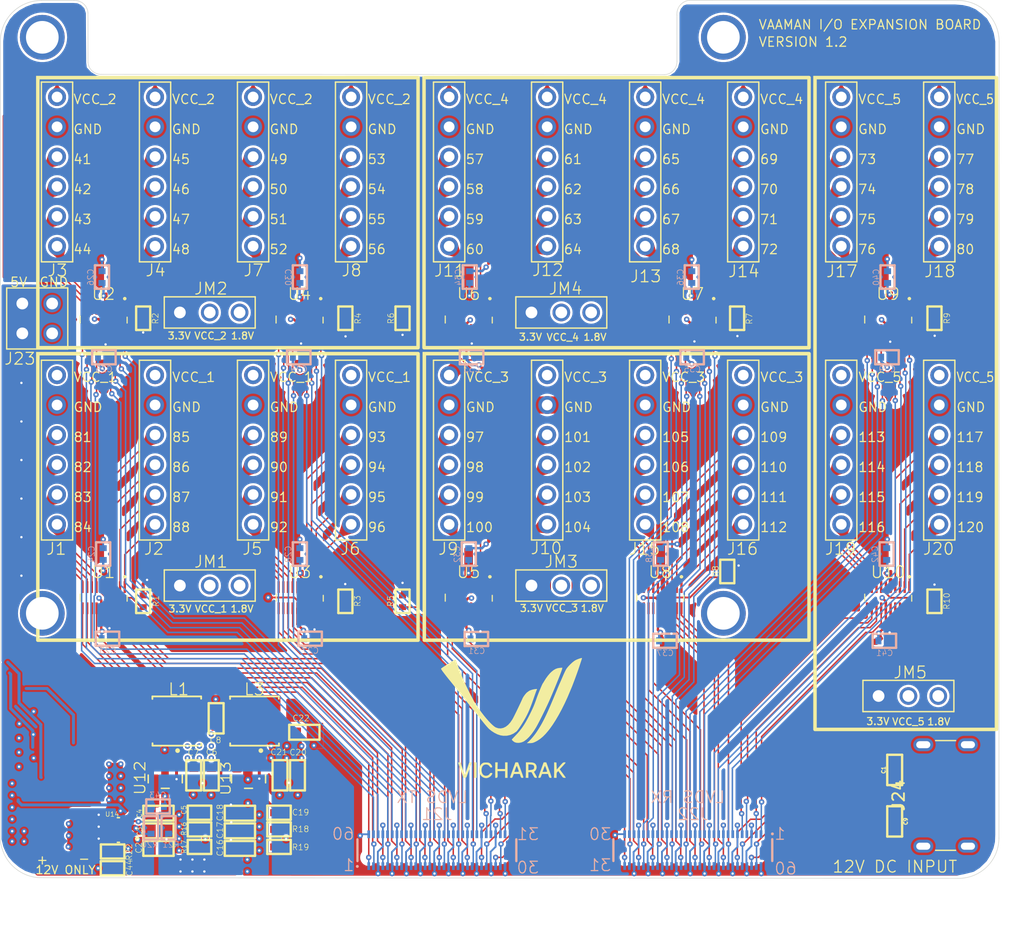
<source format=kicad_pcb>
(kicad_pcb (version 20240108) (generator "pcbnew") (generator_version "8.0")
  (layers (0 "F.Cu" jumper) (1 "In1.Cu" signal) (2 "In2.Cu" signal) (31 "B.Cu" signal) (34 "B.Paste" user) (35 "F.Paste" user) (36 "B.SilkS" user "B.Silkscreen") (37 "F.SilkS" user "F.Silkscreen") (38 "B.Mask" user) (39 "F.Mask" user) (44 "Edge.Cuts" user))
  (net 0 "")
  (net 1 "5V")
  (net 2 "3.3V")
  (net 3 "1.8V")
  (net 4 "/GPIOT__RXP03")
  (net 5 "VCCB_1")
  (net 6 "/GPIOT__RXP08")
  (net 7 "GND")
  (net 8 "/GPIOT__RXN03")
  (net 9 "/GPIOT__RXN08")
  (net 10 "/GPIOT__RXP21")
  (net 11 "/GPIOT__RXP18")
  (net 12 "/GPIOT__RXN18")
  (net 13 "/GPIOT__RXN21")
  (net 14 "/GPIOT__RXN06")
  (net 15 "VCCB_2")
  (net 16 "/GPIOT__RXN01")
  (net 17 "/GPIOT__RXP06")
  (net 18 "/GPIOT__RXP01")
  (net 19 "/GPIOT__RXP05")
  (net 20 "/GPIOT__RXN20")
  (net 21 "/GPIOT__RXP20")
  (net 22 "/GPIOT__RXN05")
  (net 23 "/GPIOT__RXP02")
  (net 24 "/GPIOT__RXN02")
  (net 25 "/GPIOT__RXN19")
  (net 26 "/GPIOT__RXP19")
  (net 27 "/GPIOT__RXP07")
  (net 28 "/GPIOT__RXN04")
  (net 29 "/GPIOT__RXN07")
  (net 30 "/GPIOT__RXP04")
  (net 31 "/GPIOT__RXP15")
  (net 32 "/GPIOT__RXN16")
  (net 33 "/GPIOT__RXN15")
  (net 34 "/GPIOT__RXP16")
  (net 35 "/GPIOT__RXP17")
  (net 36 "/GPIOT__RXN09")
  (net 37 "/GPIOT__RXP09")
  (net 38 "/GPIOT__RXN17")
  (net 39 "/GPIOT__RXN12")
  (net 40 "VCCB_3")
  (net 41 "/GPIOT__RXN14")
  (net 42 "/GPIOT__RXP14")
  (net 43 "/GPIOT__RXP12")
  (net 44 "/GPIOT__RXP11")
  (net 45 "/GPIOT__RXP13")
  (net 46 "/GPIOT__RXN13")
  (net 47 "/GPIOT__RXN11")
  (net 48 "/GPIOB__TXN13")
  (net 49 "VCCB_4")
  (net 50 "/GPIOB__TXN02")
  (net 51 "/GPIOB__TXP13")
  (net 52 "/GPIOB__TXP02")
  (net 53 "/GPIOB__TXN01")
  (net 54 "/GPIOB__TXP01")
  (net 55 "/GPIOB__TXN00")
  (net 56 "/GPIOB__TXP00")
  (net 57 "/GPIOB__TXN05")
  (net 58 "/GPIOB__TXN03")
  (net 59 "/GPIOB__TXP03")
  (net 60 "/GPIOB__TXP05")
  (net 61 "/GPIOB__TXN04")
  (net 62 "/GPIOB__TXN06")
  (net 63 "/GPIOB__TXP04")
  (net 64 "/GPIOB__TXP06")
  (net 65 "/GPIOB__TXP08")
  (net 66 "/GPIOB__TXP07")
  (net 67 "/GPIOB__TXN07")
  (net 68 "/GPIOB__TXN08")
  (net 69 "/GPIOB__TXN11")
  (net 70 "/GPIOB__TXN15")
  (net 71 "/GPIOB__TXP15")
  (net 72 "/GPIOB__TXP11")
  (net 73 "/GPIOB__TXN09")
  (net 74 "VCCB_5")
  (net 75 "/GPIOB__TXP10")
  (net 76 "/GPIOB__TXN10")
  (net 77 "/GPIOB__TXP09")
  (net 78 "/GPIOB__TXN12")
  (net 79 "/GPIOB__TXP12")
  (net 80 "/GPIOB__TXP18")
  (net 81 "/GPIOB__TXN18")
  (net 82 "/GPIOB__TXP17")
  (net 83 "/GPIOB__TXN16")
  (net 84 "/GPIOB__TXN17")
  (net 85 "/GPIOB__TXP16")
  (net 86 "/GPIOB__TXN14")
  (net 87 "/GPIOB__TXP14")
  (net 88 "/GPIOB__TXN19")
  (net 89 "/GPIOB__TXP19")
  (net 90 "/GPIOT_RXP05")
  (net 91 "/GPIOT_RXP03")
  (net 92 "/GPIOT_RXP21")
  (net 93 "/GPIOT_RXP02")
  (net 94 "/GPIOT_RXP08")
  (net 95 "/GPIOT_RXN04")
  (net 96 "/GPIOT_RXN18")
  (net 97 "/GPIOT_RXP06")
  (net 98 "/GPIOT_RXN17")
  (net 99 "/GPIOT_RXN03")
  (net 100 "/GPIOT_RXN01")
  (net 101 "/GPIOT_RXP14")
  (net 102 "/GPIOT_RXN21")
  (net 103 "/GPIOT_RXP18")
  (net 104 "/GPIOT_RXN12")
  (net 105 "/GPIOT_RXN08")
  (net 106 "/GPIOT_RXP17")
  (net 107 "/GPIOT_RXP20")
  (net 108 "/GPIOT_RXN06")
  (net 109 "/GPIOT_RXN14")
  (net 110 "/GPIOT_RXP09")
  (net 111 "/GPIOT_RXP13")
  (net 112 "/GPIOT_RXN05")
  (net 113 "/GPIOT_RXN02")
  (net 114 "/GPIOT_RXN09")
  (net 115 "/GPIOT_RXN16")
  (net 116 "/GPIOT_RXP07")
  (net 117 "/GPIOT_RXN19")
  (net 118 "/GPIOT_RXP16")
  (net 119 "/GPIOT_RXP15")
  (net 120 "/GPIOT_RXN20")
  (net 121 "/GPIOT_RXN15")
  (net 122 "/GPIOT_RXN11")
  (net 123 "/GPIOT_RXP12")
  (net 124 "/GPIOT_RXP19")
  (net 125 "/GPIOT_RXN07")
  (net 126 "/GPIOT_RXN13")
  (net 127 "/GPIOT_RXP04")
  (net 128 "/GPIOT_RXP01")
  (net 129 "/GPIOT_RXP11")
  (net 130 "/GPIOB_TXN06")
  (net 131 "/GPIOB_TXP01")
  (net 132 "/GPIOB_TXP19")
  (net 133 "/GPIOB_TXP06")
  (net 134 "/GPIOB_TXP09")
  (net 135 "/GPIOB_TXP05")
  (net 136 "/GPIOB_TXN13")
  (net 137 "/GPIOB_TXP17")
  (net 138 "/GPIOB_TXP03")
  (net 139 "/GPIOB_TXN16")
  (net 140 "/GPIOB_TXP13")
  (net 141 "/GPIOB_TXN00")
  (net 142 "/GPIOB_TXN15")
  (net 143 "/GPIOB_TXN03")
  (net 144 "/GPIOB_TXN04")
  (net 145 "/GPIOB_TXN02")
  (net 146 "/GPIOB_TXP16")
  (net 147 "/GPIOB_TXP11")
  (net 148 "/GPIOB_TXN11")
  (net 149 "/GPIOB_TXP00")
  (net 150 "/GPIOB_TXN08")
  (net 151 "/GPIOB_TXP04")
  (net 152 "/GPIOB_TXP10")
  (net 153 "/GPIOB_TXN17")
  (net 154 "/GPIOB_TXP02")
  (net 155 "/GPIOB_TXN05")
  (net 156 "/GPIOB_TXP15")
  (net 157 "/GPIOB_TXP14")
  (net 158 "/GPIOB_TXN19")
  (net 159 "/GPIOB_TXP07")
  (net 160 "/GPIOB_TXN12")
  (net 161 "/GPIOB_TXP08")
  (net 162 "/GPIOB_TXN18")
  (net 163 "/GPIOB_TXP18")
  (net 164 "/GPIOB_TXP12")
  (net 165 "/GPIOB_TXN09")
  (net 166 "/GPIOB_TXN14")
  (net 167 "/GPIOB_TXN10")
  (net 168 "/GPIOB_TXN01")
  (net 169 "/GPIOB_TXN07")
  (net 170 "VCC5V")
  (net 171 "/NETR20_2")
  (net 172 "/NetR1_2")
  (net 173 "/NetR2_2")
  (net 174 "/NetR3_2")
  (net 175 "/NetR6_2")
  (net 176 "/NetR7_2")
  (net 177 "/Net8_2")
  (net 178 "/NetR4_2")
  (net 179 "/NetR5_2")
  (net 180 "/NetR9_2")
  (net 181 "/NetR10_2")
  (net 182 "/NETR16_1")
  (net 183 "/NETR18_1")
  (net 184 "/NETL1_1")
  (net 185 "/NETL3_1")
  (net 186 "5V_1")
  (net 187 "Net-(U14-ST)")
  (footprint "VAAMAN2:0402_Res" (layer "F.Cu") (at 235.2884 113.157 90)
    (property "Reference" "R10")
    (property "Value" "10K")
  )
  (footprint "VAAMAN2:0603_Cap" (layer "F.Cu") (at 172.323 127.97711 -90)
    (property "Reference" "C7")
    (property "Value" "100nF")
  )
  (footprint "VAAMAN2:0402_Res" (layer "F.Cu") (at 179.51184 134.10321 180)
    (property "Reference" "R19")
    (property "Value" "49.9K")
  )
  (footprint "VAAMAN2:TXB0108DQSR" (layer "F.Cu") (at 181.2798 89.1938 180)
    (property "Reference" "U4")
    (property "Value" "TXB0108DQSR" (hide yes))
  )
  (footprint "VAAMAN2:0402_Res" (layer "F.Cu") (at 172.7802 132.5626)
    (property "Reference" "R16")
    (property "Value" "100K")
  )
  (footprint "VAAMAN2:0603_Cap" (layer "F.Cu") (at 231.977933 131.900775 -90)
    (property "Reference" "C9")
    (property "Value" "100nF")
  )
  (footprint "VAAMAN2:TXB0108DQSR" (layer "F.Cu") (at 211.979 112.8666 180)
    (property "Reference" "U8")
    (property "Value" "TXB0108DQSR" (hide yes))
  )
  (footprint "VAAMAN2:01x06 HEADER" (layer "F.Cu") (at 227.326104 84.7598)
    (property "Reference" "J17")
    (property "Value" ".")
  )
  (footprint "VAAMAN2:12V SMD PAD" (layer "F.Cu") (at 160.55155 135.057713)
    (property "Reference" "J25" (hide yes))
    (property "Value" "SMD PAD")
  )
  (footprint "VAAMAN2:0402_Res" (layer "F.Cu") (at 185.2041 89.1032 -90)
    (property "Reference" "R4")
    (property "Value" "10K")
  )
  (footprint "VAAMAN2:PinHeader_1x03_P2.54mm_Vertical" (layer "F.Cu") (at 171.0944 88.5952 90)
    (property "Reference" "JM2")
    (property "Value" "~")
  )
  (footprint "VAAMAN2:01x06 HEADER" (layer "F.Cu") (at 177.271176 84.7598)
    (property "Reference" "J7")
    (property "Value" ".")
  )
  (footprint "VAAMAN2:01x06 HEADER" (layer "F.Cu") (at 160.5862 108.4326)
    (property "Reference" "J1")
    (property "Value" ".")
  )
  (footprint "VAAMAN2:0603_Cap" (layer "F.Cu") (at 181.68002 124.268625)
    (property "Reference" "C22")
    (property "Value" "100nF")
  )
  (footprint "VAAMAN2:0603_Cap" (layer "F.Cu") (at 179.66611 127.97711 -90)
    (property "Reference" "C21")
    (property "Value" "100nF")
  )
  (footprint "VAAMAN2:TPS2117" (layer "F.Cu") (at 165.862 132.6388 180)
    (property "Reference" "U14")
    (property "Value" "TPS2117")
  )
  (footprint "VAAMAN2:0603_Cap" (layer "F.Cu") (at 169.26582 131.15681)
    (property "Reference" "C4")
    (property "Value" "100nF")
  )
  (footprint "VAAMAN2:01x06 HEADER" (layer "F.Cu") (at 227.326104 108.4326)
    (property "Reference" "J19")
    (property "Value" ".")
  )
  (footprint "VAAMAN2:TXB0108DQSR" (layer "F.Cu") (at 195.6784 112.8666 180)
    (property "Reference" "U5")
    (property "Value" "TXB0108DQSR" (hide yes))
  )
  (footprint "VAAMAN2:0402_Res" (layer "F.Cu") (at 167.9448 113.157 90)
    (property "Reference" "R1")
    (property "Value" "10K")
  )
  (footprint "VAAMAN2:0402_Cap" (layer "F.Cu") (at 172.7802 131.1402)
    (property "Reference" "C5")
    (property "Value" "100pF")
  )
  (footprint "VAAMAN2:0402_Cap" (layer "F.Cu") (at 165.3794 135.8646)
    (property "Reference" "C44")
    (property "Value" "0.1uF")
  )
  (footprint "VAAMAN2:HOLE" (layer "F.Cu") (at 217.3224 65.1764)
    (property "Reference" "REF**" (hide yes))
    (property "Value" "HOLE")
  )
  (footprint "VAAMAN2:HOLE" (layer "F.Cu") (at 159.3596 114.1984)
    (property "Reference" "REF**" (hide yes))
    (property "Value" "HOLE")
  )
  (footprint "VAAMAN2:01x06 HEADER" (layer "F.Cu") (at 218.983616 84.7598)
    (property "Reference" "J14")
    (property "Value" ".")
  )
  (footprint "VAAMAN2:TXB0108DQSR" (layer "F.Cu") (at 231.3764 89.1938 180)
    (property "Reference" "U9")
    (property "Value" "TXB0108DQSR" (hide yes))
  )
  (footprint "VAAMAN2:01x06 HEADER" (layer "F.Cu") (at 168.928688 84.7598)
    (property "Reference" "J4")
    (property "Value" ".")
  )
  (footprint "VAAMAN2:0402_Cap" (layer "F.Cu") (at 179.54664 131.1402)
    (property "Reference" "C19")
    (property "Value" "100pF")
  )
  (footprint "VAAMAN2:0402_Res" (layer "F.Cu") (at 235.3392 89.1032 -90)
    (property "Reference" "R9")
    (property "Value" "10K")
  )
  (footprint "VAAMAN2:01x06 HEADER" (layer "F.Cu") (at 193.956152 84.7598)
    (property "Reference" "J11")
    (property "Value" ".")
  )
  (footprint "VAAMAN2:0402_Res" (layer "F.Cu") (at 218.5416 89.1032 -90)
    (property "Reference" "R7")
    (property "Value" "10K")
  )
  (footprint "VAAMAN2:HOLE" (layer "F.Cu") (at 217.3224 114.1984)
    (property "Reference" "REF**" (hide yes))
    (property "Value" "HOLE")
  )
  (footprint "VAAMAN2:0603_Cap" (layer "F.Cu") (at 169.26582 134.153925)
    (property "Reference" "C2")
    (property "Value" "1uF")
  )
  (footprint "VAAMAN2:01x06 HEADER" (layer "F.Cu") (at 235.6686 84.7598)
    (property "Reference" "J18")
    (property "Value" ".")
  )
  (footprint "VAAMAN2:0603_Cap" (layer "F.Cu") (at 231.872593 127.5334 90)
    (property "Reference" "C1")
    (property "Value" "1uF")
  )
  (footprint "VAAMAN2:GCNR4030-3R3NC" (layer "F.Cu") (at 170.80234 125.49953)
    (property "Reference" "L1")
    (property "Value" "3.3 uH")
  )
  (footprint "VAAMAN2:02X02 HEADER" (layer "F.Cu") (at 157.6832 87.8332)
    (property "Reference" "J23")
    (property "Value" "02x02")
  )
  (footprint "VAAMAN2:0603_Cap" (layer "F.Cu") (at 173.8216 127.978895 -90)
    (property "Reference" "C6")
    (property "Value" "1uF")
  )
  (footprint "VAAMAN2:TXB0108DQSR" (layer "F.Cu") (at 195.6784 89.1938 180)
    (property "Reference" "U6")
    (property "Value" "TXB0108DQSR" (hide yes))
  )
  (footprint "VAAMAN2:0603_Cap" (layer "F.Cu") (at 181.15467 127.978895 -90)
    (property "Reference" "C20")
    (property "Value" "1uF")
  )
  (footprint "VAAMAN2:0402_Res" (layer "F.Cu") (at 172.7454 134.10321 180)
    (property "Reference" "R17")
    (property "Value" "22.2K")
  )
  (footprint "VAAMAN2:SY8088IAAC" (layer "F.Cu") (at 169.84916 128.292595 -90)
    (property "Reference" "U12")
    (property "Value" "SY8088IAAC")
  )
  (footprint "VAAMAN2:0603_Cap" (layer "F.Cu") (at 176.19384 132.657195)
    (property "Reference" "C17")
    (property "Value" "100nF")
  )
  (footprint "VAAMAN2:TXB0108DQSR" (layer "F.Cu") (at 231.3764 112.8666 180)
    (property "Reference" "U10")
    (property "Value" "TXB0108DQSR" (hide yes))
  )
  (footprint "VAAMAN2:TXB0108DQSR" (layer "F.Cu") (at 214.7222 89.1938 180)
    (property "Reference" "U7")
    (property "Value" "TXB0108DQSR" (hide yes))
  )
  (footprint "VAAMAN2:LOGO" (layer "F.Cu") (at 199.311147 123.036647)
    (property "Reference" "G***" (hide yes))
    (property "Value" "LOGO" (hide yes))
  )
  (footprint "VAAMAN2:PinHeader_1x03_P2.54mm_Vertical" (layer "F.Cu") (at 230.5558 121.2342 90)
    (property "Reference" "JM5")
    (property "Value" "~")
  )
  (footprint "VAAMAN2:01x06 HEADER" (layer "F.Cu") (at 202.29864 108.4326)
    (property "Reference" "J10")
    (property "Value" ".")
  )
  (footprint "VAAMAN2:01x06 HEADER" (layer "F.Cu") (at 185.613664 108.4326)
    (property "Reference" "J6")
    (property "Value" ".")
  )
  (footprint "VAAMAN2:01x06 HEADER" (layer "F.Cu") (at 235.6686 108.4326)
    (property "Reference" "J20")
    (property "Value" ".")
  )
  (footprint "VAAMAN2:0402_Res" (layer "F.Cu") (at 190.0174 113.157 90)
    (property "Reference" "R5")
    (property "Value" "10K")
  )
  (footprint "VAAMAN2:HOLE" (layer "F.Cu") (at 159.3596 65.1764)
    (property "Reference" "REF**" (hide yes))
    (property "Value" "HOLE")
  )
  (footprint "VAAMAN2:0402_Res" (layer "F.Cu") (at 167.9956 89.1032 -90)
    (property "Reference" "R2")
    (property "Value" "10K")
  )
  (footprint "VAAMAN2:01x06 HEADER" (layer "F.Cu") (at 185.613664 84.7598)
    (property "Reference" "J8")
    (property "Value" ".")
  )
  (footprint "VAAMAN2:0402_Res" (layer "F.Cu") (at 190.0682 89.1032 -90)
    (property "Reference" "R6")
    (property "Value" "10K")
  )
  (footprint "VAAMAN2:0402_Res" (layer "F.Cu") (at 185.1533 113.157 90)
    (property "Reference" "R3")
    (property "Value" "10K")
  )
  (footprint "VAAMAN2:PinHeader_1x03_P2.54mm_Vertical" (layer "F.Cu") (at 171.0944 111.8362 90)
    (property "Reference" "JM1")
    (property "Value" "~")
  )
  (footprint "VAAMAN2:TXB0108DQSR" (layer "F.Cu") (at 164.6028 89.1938 180)
    (property "Reference" "U2")
    (property "Value" "TXB0108DQSR" (hide yes))
  )
  (footprint "VAAMAN2:01x06 HEADER" (layer "F.Cu") (at 210.641128 84.7598)
    (property "Reference" "J13")
    (property "Value" ".")
  )
  (footprint "VAAMAN2:01x06 HEADER" (layer "F.Cu") (at 218.983616 108.4326)
    (property "Reference" "J16")
    (property "Value" ".")
  )
  (footprint "VAAMAN2:01x06 HEADER" (layer "F.Cu") (at 168.928688 108.4326)
    (property "Reference" "J2")
    (property "Value" ".")
  )
  (footprint "Connector_USB:USB_C_Receptacle_GCT_USB4125-xx-x-0190_6P_TopMnt_Horizontal" (layer "F.Cu") (at 237.3596 129.6984 90)
    (property "Reference" "J24")
    (property "Value" "USB_C_Receptacle_PowerOnly_6P")
  )
  (footprint "VAAMAN2:0402_Res" (layer "F.Cu") (at 179.54664 132.5626)
    (property "Reference" "R18")
    (property "Value" "100K")
  )
  (footprint "VAAMAN2:0402_Res" (layer "F.Cu") (at 217.6526 110.617 90)
    (property "Reference" "R8")
    (property "Value" "10K")
  )
  (footprint "VAAMAN2:01x06 HEADER" (layer "F.Cu") (at 160.5862 84.7598)
    (property "Reference" "J3")
    (property "Value" ".")
  )
  (footprint "VAAMAN2:SY8088IAAC" (layer "F.Cu") (at 176.9364 128.292595 -90)
    (property "Reference" "U13")
    (property "Value" "SY8088IAAC")
  )
  (footprint "VAAMAN2:TXB0108DQSR" (layer "F.Cu") (at 181.2962 112.8666 180)
    (property "Reference" "U3")
    (property "Value" "TXB0108DQSR" (hide yes))
  )
  (footprint "VAAMAN2:0603_Cap" (layer "F.Cu") (at 176.19384 134.153925)
    (property "Reference" "C16")
    (property "Value" "1uF")
  )
  (footprint "VAAMAN2:01x06 HEADER" (layer "F.Cu") (at 193.956152 108.4326)
    (property "Reference" "J9")
    (property "Value" ".")
  )
  (footprint "VAAMAN2:GCNR4030-3R3NC" (layer "F.Cu") (at 177.4123 125.501315)
    (property "Reference" "L3")
    (property "Value" "3.3 uH")
  )
  (footprint "VAAMAN2:01x06 HEADER" (layer "F.Cu") (at 210.641128 108.4326)
    (property "Reference" "J15")
    (property "Value" ".")
  )
  (footprint "VAAMAN2:0603_Cap" (layer "F.Cu") (at 174.1264 123.139375 90)
    (property "Reference" "C8")
    (property "Value" "100nF")
  )
  (footprint "VAAMAN2:01x06 HEADER" (layer "F.Cu") (at 177.271176 108.4326)
    (property "Reference" "J5")
    (property "Value" ".")
  )
  (footprint "VAAMAN2:TXB0108DQSR" (layer "F.Cu") (at 164.6028 112.8666 180)
    (property "Reference" "U1")
    (property "Value" "TXB0108DQSR" (hide yes))
  )
  (footprint "VAAMAN2:0603_Cap" (layer "F.Cu") (at 169.26582 132.657195)
    (property "Reference" "C3")
    (property "Value" "100nF")
  )
  (footprint "VAAMAN2:0603_Cap" (layer "F.Cu") (at 176.19384 131.15681)
    (property "Reference" "C18")
    (property "Value" "100nF")
  )
  (footprint "VAAMAN2:PinHeader_1x03_P2.54mm_Vertical" (layer "F.Cu") (at 201.0156 111.8362 90)
    (property "Reference" "JM3")
    (property "Value" "~")
  )
  (footprint "VAAMAN2:PinHeader_1x03_P2.54mm_Vertical" (layer "F.Cu") (at 201.0156 88.5952 90)
    (property "Reference" "JM4")
    (property "Value" "~")
  )
  (footprint "VAAMAN2:0402_Res" (layer "F.Cu") (at 165.354 134.493 180)
    (property "Reference" "R22")
    (property "Value" "10K")
  )
  (footprint "VAAMAN2:01x06 HEADER" (layer "F.Cu") (at 202.29864 84.7598)
    (property "Reference" "J12")
    (property "Value" ".")
  )
  (footprint "VAAMAN2:0402_Cap" (layer "B.Cu") (at 231.2924 92.4306)
    (property "Reference" "C39")
    (property "Value" "0.1uF")
  )
  (footprint "VAAMAN2:0402_Cap" (layer "B.Cu") (at 196.342 116.4082)
    (property "Reference" "C31")
    (property "Value" "0.1uF")
  )
  (footprint "VAAMAN2:0402_Cap" (layer "B.Cu") (at 195.6562 109.1692 -90)
    (property "Reference" "C32")
    (property "Value" "0.1uF")
  )
  (footprint "VAAMAN2:0402_Cap" (layer "B.Cu") (at 195.9356 92.4306)
    (property "Reference" "C33")
    (property "Value" "0.1uF")
  )
  (footprint "VAAMAN2:0402_Cap" (layer "B.Cu") (at 231.2162 109.1692 -90)
    (property "Reference" "C42")
    (property "Value" "0.1uF")
  )
  (footprint "VAAMAN2:0402_Cap" (layer "B.Cu") (at 182.1942 116.3828)
    (property "Reference" "C27")
    (property "Value" "0.1uF")
  )
  (footprint "VAAMAN2:0402_Cap" (layer "B.Cu") (at 211.9884 109.1692 -90)
    (property "Reference" "C38")
    (property "Value" "0.1uF")
  )
  (footprint "VAAMAN2:0402_Res" (layer "B.Cu") (at 168.656 132.4356 90)
    (property "Reference" "R20")
    (property "Value" "20K")
  )
  (footprint "VAAMAN2:0402_Cap" (layer "B.Cu") (at 164.5412 109.1692 -90)
    (property "Reference" "C24")
    (property "Value" "0.1uF")
  )
  (footprint "VAAMAN2:LVDS" (layer "B.Cu") (at 214.7628 132.6642)
    (property "Reference" "J22")
    (property "Value" "LVDS")
  )
  (footprint "VAAMAN2:0402_Cap" (layer "B.Cu") (at 164.6428 92.4306)
    (property "Reference" "C25")
    (property "Value" "0.1uF")
  )
  (footprint "VAAMAN2:LVDS" (layer "B.Cu") (at 192.9506 136.0424 180)
    (property "Reference" "J21")
    (property "Value" "LVDS")
  )
  (footprint "VAAMAN2:0402_Cap" (layer "B.Cu") (at 212.3948 116.5606)
    (property "Reference" "C37")
    (property "Value" "0.1uF")
  )
  (footprint "VAAMAN2:0402_Cap" (layer "B.Cu") (at 169.2148 130.6068 180)
    (property "Reference" "C43")
    (property "Value" "0.1uF")
  )
  (footprint "VAAMAN2:0402_Cap" (layer "B.Cu") (at 181.2798 109.1692 -90)
    (property "Reference" "C28")
    (property "Value" "0.1uF")
  )
  (footprint "VAAMAN2:0402_Cap" (layer "B.Cu") (at 181.229 92.4306)
    (property "Reference" "C29")
    (property "Value" "0.1uF")
  )
  (footprint "VAAMAN2:0402_Res" (layer "B.Cu") (at 170.1038 132.470399 -90)
    (property "Reference" "R21")
    (property "Value" "4.99K")
  )
  (footprint "VAAMAN2:0402_Cap" (layer "B.Cu") (at 231.0638 116.5606)
    (property "Reference" "C41")
    (property "Value" "0.1uF")
  )
  (footprint "VAAMAN2:0402_Cap" (layer "B.Cu") (at 231.2924 85.598 -90)
    (property "Reference" "C40")
    (property "Value" "0.1uF")
  )
  (footprint "VAAMAN2:0402_Cap" (layer "B.Cu") (at 164.4396 85.598 -90)
    (property "Reference" "C26")
    (property "Value" "0.1uF")
  )
  (footprint "VAAMAN2:0402_Cap" (layer "B.Cu") (at 164.9476 116.3828)
    (property "Reference" "C23")
    (property "Value" "0.1uF")
  )
  (footprint "VAAMAN2:0402_Cap" (layer "B.Cu") (at 181.2798 85.598 -90)
    (property "Reference" "C30")
    (property "Value" "0.1uF")
  )
  (footprint "VAAMAN2:0402_Cap" (layer "B.Cu") (at 214.63 85.598 -90)
    (property "Reference" "C36")
    (property "Value" "0.1uF")
  )
  (footprint "VAAMAN2:0402_Cap" (layer "B.Cu") (at 195.7324 85.598 -90)
    (property "Reference" "C34")
    (property "Value" "0.1uF")
  )
  (footprint "VAAMAN2:0402_Cap" (layer "B.Cu") (at 214.7062 92.4306)
    (property "Reference" "C35")
    (property "Value" "0.1uF")
  )
  (gr_rect (start 225.1456 68.6054) (end 240.5888 124.079) (stroke (width 0.3)) (fill none) (layer "F.SilkS"))
  (gr_rect (start 191.897 92.1004) (end 224.6376 116.4844) (stroke (width 0.3)) (fill none) (layer "F.SilkS"))
  (gr_rect (start 191.8716 68.6054) (end 224.6376 91.5924) (stroke (width 0.3)) (fill none) (layer "F.SilkS"))
  (gr_rect (start 159.004 68.6054) (end 191.3636 91.5924) (stroke (width 0.3)) (fill none) (layer "F.SilkS"))
  (gr_rect (start 159.004 92.1004) (end 191.3636 116.4844) (stroke (width 0.3)) (fill none) (layer "F.SilkS"))
  (gr_arc (start 213.393687 63.290943) (mid 213.673831 62.434386) (end 214.4776 62.0268) (stroke (width 0.05)) (layer "Edge.Cuts"))
  (gr_arc (start 240.800199 133.32462) (mid 239.770731 135.774509) (end 237.300278 136.7536) (stroke (width 0.05)) (layer "Edge.Cuts"))
  (gr_line (start 237.300278 136.7536) (end 159.310197 136.700331) (stroke (width 0.05)) (layer "Edge.Cuts"))
  (gr_line (start 237.309738 62.043017) (end 214.4776 62.0268) (stroke (width 0.05)) (layer "Edge.Cuts"))
  (gr_line (start 240.800199 133.32462) (end 240.8174 65.543017) (stroke (width 0.05)) (layer "Edge.Cuts"))
  (gr_arc (start 237.309738 62.043017) (mid 239.78734 63.067661) (end 240.8174 65.543017) (stroke (width 0.05)) (layer "Edge.Cuts"))
  (gr_arc (start 159.310197 136.700331) (mid 156.835299 135.675262) (end 155.810118 133.20041) (stroke (width 0.05)) (layer "Edge.Cuts"))
  (gr_line (start 213.393687 63.290943) (end 213.394739 67.215466) (stroke (width 0.05)) (layer "Edge.Cuts"))
  (gr_line (start 163.2712 63.1063) (end 163.2712 67.2973) (stroke (width 0.05)) (layer "Edge.Cuts"))
  (gr_line (start 159.309748 62.043097) (end 162.084498 62.043097) (stroke (width 0.05)) (layer "Edge.Cuts"))
  (gr_arc (start 164.457934 68.326) (mid 163.651516 68.057431) (end 163.2712 67.2973) (stroke (width 0.05)) (layer "Edge.Cuts"))
  (gr_line (start 164.457934 68.326) (end 212.3186 68.354761) (stroke (width 0.05)) (layer "Edge.Cuts"))
  (gr_arc (start 162.084498 62.043097) (mid 162.898045 62.328925) (end 163.2712 63.1063) (stroke (width 0.05)) (layer "Edge.Cuts"))
  (gr_arc (start 213.394739 67.215466) (mid 213.092625 68.007989) (end 212.3186 68.354761) (stroke (width 0.05)) (layer "Edge.Cuts"))
  (gr_arc (start 155.809748 65.543097) (mid 156.834832 63.068157) (end 159.309748 62.043097) (stroke (width 0.05)) (layer "Edge.Cuts"))
  (gr_line (start 155.810118 133.20041) (end 155.809748 65.543097) (stroke (width 0.05)) (layer "Edge.Cuts"))
  (gr_text "30" (at 201.7268 136.4234 0) (layer "B.SilkS") (effects (font (size 1 1) (thickness 0.1)) (justify left bottom mirror)))
  (gr_text "31" (at 207.8736 136.2202 0) (layer "B.SilkS") (effects (font (size 1 1) (thickness 0.1)) (justify left bottom mirror)))
  (gr_text "60" (at 223.659581 136.4996 0) (layer "B.SilkS") (effects (font (size 1 1) (thickness 0.1)) (justify left bottom mirror)))
  (gr_text "30" (at 207.8736 133.5786 0) (layer "B.SilkS") (effects (font (size 1 1) (thickness 0.1)) (justify left bottom mirror)))
  (gr_text "1" (at 222.7072 133.5532 0) (layer "B.SilkS") (effects (font (size 1 1) (thickness 0.1)) (justify left bottom mirror)))
  (gr_text "60" (at 186.0042 133.5532 0) (layer "B.SilkS") (effects (font (size 1 1) (thickness 0.1)) (justify left bottom mirror)))
  (gr_text "31" (at 201.7268 133.5786 0) (layer "B.SilkS") (effects (font (size 1 1) (thickness 0.1)) (justify left bottom mirror)))
  (gr_text "LVDS TX" (at 195.6816 130.429 0) (layer "B.SilkS") (effects (font (size 1 1) (thickness 0.1)) (justify left bottom mirror)))
  (gr_text "1" (at 186.0042 136.2202 0) (layer "B.SilkS") (effects (font (size 1 1) (thickness 0.1)) (justify left bottom mirror)))
  (gr_text "LVDS RX" (at 217.551 130.429 0) (layer "B.SilkS") (effects (font (size 1 1) (thickness 0.1)) (justify left bottom mirror)))
  (gr_text "61" (at 203.716465 76.02728 0) (layer "F.SilkS") (effects (font (size 0.8 0.8) (thickness 0.1)) (justify left bottom)))
  (gr_text "91" (at 178.689 104.79024 0) (layer "F.SilkS") (effects (font (size 0.8 0.8) (thickness 0.1)) (justify left bottom)))
  (gr_text "76" (at 228.760864 83.693 0) (layer "F.SilkS") (effects (font (size 0.8 0.8) (thickness 0.1)) (justify left bottom)))
  (gr_text "80" (at 237.109 83.693 0) (layer "F.SilkS") (effects (font (size 0.8 0.8) (thickness 0.1)) (justify left bottom)))
  (gr_text "77" (at 237.109 76.02728 0) (layer "F.SilkS") (effects (font (size 0.8 0.8) (thickness 0.1)) (justify left bottom)))
  (gr_text "GND\n" (at 237.109 73.47204 0) (layer "F.SilkS") (effects (font (size 0.8 0.8) (thickness 0.1)) (justify left bottom)))
  (gr_text "VCC_1" (at 187.037133 94.56928 0) (layer "F.SilkS") (effects (font (size 0.8 0.8) (thickness 0.1)) (justify left bottom)))
  (gr_text "58" (at 195.368332 78.58252 0) (layer "F.SilkS") (effects (font (size 0.8 0.8) (thickness 0.1)) (justify left bottom)))
  (gr_text "100" (at 195.385266 107.34548 0) (layer "F.SilkS") (effects (font (size 0.8 0.8) (thickness 0.1)) (justify left bottom)))
  (gr_text "45" (at 170.3578 76.02728 0) (layer "F.SilkS") (effects (font (size 0.8 0.8) (thickness 0.1)) (justify left bottom)))
  (gr_text "117" (at 237.125934 99.67976 0) (layer "F.SilkS") (effects (font (size 0.8 0.8) (thickness 0.1)) (justify left bottom)))
  (gr_text "1.8V" (at 175.387 90.932 0) (layer "F.SilkS") (effects (font (size 0.6 0.6) (thickness 0.1) (bold yes)) (justify left bottom)))
  (gr_text "53" (at 187.020199 76.02728 0) (layer "F.SilkS") (effects (font (size 0.8 0.8) (thickness 0.1)) (justify left bottom)))
  (gr_text "VCC_2" (at 187.020199 70.9168 0) (layer "F.SilkS") (effects (font (size 0.8 0.8) (thickness 0.1)) (justify left bottom)))
  (gr_text "75" (at 228.760864 81.13776 0) (layer "F.SilkS") (effects (font (size 0.8 0.8) (thickness 0.1)) (justify left bottom)))
  (gr_text "97" (at 195.385266 99.67976 0) (layer "F.SilkS") (effects (font (size 0.8 0.8) (thickness 0.1)) (justify left bottom)))
  (gr_text "GND\n" (at 203.733399 97.12452 0) (layer "F.SilkS") (effects (font (size 0.8 0.8) (thickness 0.1)) (justify left bottom)))
  (gr_text "3.3V" (at 199.9742 114.1222 0) (layer "F.SilkS") (effects (font (size 0.6 0.6) (thickness 0.1) (bold yes)) (justify left bottom)))
  (gr_text "96" (at 187.037133 107.34548 0) (layer "F.SilkS") (effects (font (size 0.8 0.8) (thickness 0.1)) (justify left bottom)))
  (gr_text "57" (at 195.368332 76.02728 0) (layer "F.SilkS") (effects (font (size 0.8 0.8) (thickness 0.1)) (justify left bottom)))
  (gr_text "48" (at 170.3578 83.693 0) (layer "F.SilkS") (effects (font (size 0.8 0.8) (thickness 0.1)) (justify left bottom)))
  (gr_text "3.3V" (at 170.0668 114.17 0) (layer "F.SilkS") (effects (font (size 0.6 0.6) (thickness 0.1) (bold yes)) (justify left bottom)))
  (gr_text "93" (at 187.037133 99.67976 0) (layer "F.SilkS") (effects (font (size 0.8 0.8) (thickness 0.1)) (justify left bottom)))
  (gr_text "1.8V" (at 175.35 114.17 0) (layer "F.SilkS") (effects (font (size 0.6 0.6) (thickness 0.1) (bold yes)) (justify left bottom)))
  (gr_text "60" (at 195.368332 83.693 0) (layer "F.SilkS") (effects (font (size 0.8 0.8) (thickness 0.1)) (justify left bottom)))
  (gr_text "103" (at 203.733399 104.79024 0) (layer "F.SilkS") (effects (font (size 0.8 0.8) (thickness 0.1)) (justify left bottom)))
  (gr_text "82" (at 161.992734 102.235 0) (layer "F.SilkS") (effects (font (size 0.8 0.8) (thickness 0.1)) (justify left bottom)))
  (gr_text "70" (at 220.412731 78.58252 0) (layer "F.SilkS") (effects (font (size 0.8 0.8) (thickness 0.1)) (justify left bottom)))
  (gr_text "85" (at 170.374734 99.67976 0) (layer "F.SilkS") (effects (font (size 0.8 0.8) (thickness 0.1)) (justify left bottom)))
  (gr_text "52" (at 178.672066 83.693 0) (layer "F.SilkS") (effects (font (size 0.8 0.8) (thickness 0.1)) (justify left bottom)))
  (gr_text "104" (at 203.733399 107.34548 0) (layer "F.SilkS") (effects (font (size 0.8 0.8) (thickness 0.1)) (justify left bottom)))
  (gr_text "GND\n" (at 170.374734 97.12452 0) (layer "F.SilkS") (effects (font (size 0.8 0.8) (thickness 0.1)) (justify left bottom)))
  (gr_text "GND\n" (at 161.992734 97.12452 0) (layer "F.SilkS") (effects (font (size 0.8 0.8) (thickness 0.1)) (justify left bottom)))
  (gr_text "GND\n" (at 195.368332 73.47204 0) (layer "F.SilkS") (effects (font (size 0.8 0.8) (thickness 0.1)) (justify left bottom)))
  (gr_text "63" (at 203.716465 81.13776 0) (layer "F.SilkS") (effects (font (size 0.8 0.8) (thickness 0.1)) (justify left bottom)))
  (gr_text "55" (at 187.020199 81.13776 0) (layer "F.SilkS") (effects (font (size 0.8 0.8) (thickness 0.1)) (justify left bottom)))
  (gr_text "VCC_1" (at 161.992734 94.56928 0) (layer "F.SilkS") (effects (font (size 0.8 0.8) (thickness 0.1)) (justify left bottom)))
  (gr_text "68" (at 212.064598 83.693 0) (layer "F.SilkS") (effects (font (size 0.8 0.8) (thickness 0.1)) (justify left bottom)))
  (gr_text "44" (at 161.9758 83.693 0) (layer "F.SilkS") (effects (font (size 0.8 0.8) (thickness 0.1)) (justify left bottom)))
  (gr_text "42" (at 161.9758 78.58252 0) (layer "F.SilkS") (effects (font (size 0.8 0.8) (thickness 0.1)) (justify left bottom)))
  (gr_text "3.3V" (at 199.898 91.0336 0) (layer "F.SilkS") (effects (font (size 0.6 0.6) (thickness 0.1) (bold yes)) (justify left bottom)))
  (gr_text "1.8V" (at 234.6452 123.7742 0) (layer "F.SilkS") (effects (font (size 0.6 0.6) (thickness 0.1) (bold yes)) (justify left bottom)))
  (gr_text "109" (at 220.429665 99.67976 0) (layer "F.SilkS") (effects (font (size 0.8 0.8) (thickness 0.1)) (justify left bottom)))
  (gr_text "46" (at 170.3578 78.58252 0) (layer "F.SilkS") (effects (font (size 0.8 0.8) (thickness 0.1)) (justify left bottom)))
  (gr_text "VCC_4" (at 195.368332 70.9168 0) (layer "F.SilkS") (effects (font (size 0.8 0.8) (thickness 0.1)) (justify left bottom)))
  (gr_text "102" (at 203.733399 102.235 0) (layer "F.SilkS") (effects (font (size 0.8 0.8) (thickness 0.1)) (justify left bottom)))
  (gr_text "GND\n" (at 161.9758 73.47204 0) (layer "F.SilkS") (effects (font (size 0.8 0.8) (thickness 0.1)) (justify left bottom)))
  (gr_text "VCC_4" (at 212.064598 70.9168 0) (layer "F.SilkS") (effects (font (size 0.8 0.8) (thickness 0.1)) (justify left bottom)))
  (gr_text "62" (at 203.716465 78.58252 0) (layer "F.SilkS") (effects (font (size 0.8 0.8) (thickness 0.1)) (justify left bottom)))
  (gr_text "64" (at 203.716465 83.693 0) (layer "F.SilkS") (effects (font (size 0.8 0.8) (thickness 0.1)) (justify left bottom)))
  (gr_text "3.3V" (at 229.4636 123.7488 0) (layer "F.SilkS") (effects (font (size 0.6 0.6) (thickness 0.1) (bold yes)) (justify left bottom)))
  (gr_text "VCC_4" (at 203.716465 70.9168 0) (layer "F.SilkS") (effects (font (size 0.8 0.8) (thickness 0.1)) (justify left bottom)))
  (gr_text "105" (at 212.081532 99.67976 0) (layer "F.SilkS") (effects (font (size 0.8 0.8) (thickness 0.1)) (justify left bottom)))
  (gr_text "1.8V" (at 205.1558 114.1222 0) (layer "F.SilkS") (effects (font (size 0.6 0.6) (thickness 0.1) (bold yes)) (justify left bottom)))
  (gr_text "41" (at 161.9758 76.02728 0) (layer "F.SilkS") (effects (font (size 0.8 0.8) (thickness 0.1)) (justify left bottom)))
  (gr_text "GND\n" (at 212.064598 73.47204 0) (layer "F.SilkS") (effects (font (size 0.8 0.8) (thickness 0.1)) (justify left bottom)))
  (gr_text "92" (at 178.689 107.34548 0) (layer "F.SilkS") (effects (font (size 0.8 0.8) (thickness 0.1)) (justify left bottom)))
  (gr_text "VCC_5" (at 237.125934 94.56928 0) (layer "F.SilkS") (effects (font (size 0.8 0.7) (thickness 0.1)) (justify left bottom)))
  (gr_text "88" (at 170.374734 107.34548 0) (layer "F.SilkS") (effects (font (size 0.8 0.8) (thickness 0.1)) (justify left bottom)))
  (gr_text "115" (at 228.777798 104.79024 0) (layer "F.SilkS") (effects (font (size 0.8 0.8) (thickness 0.1)) (justify left bottom)))
  (gr_text "VCC_1" (at 172.3084 114.17 0) (layer "F.SilkS") (effects (font (size 0.6 0.6) (thickness 0.1) (bold yes)) (justify left bottom)))
  (gr_text "66" (at 212.064598 78.58252 0) (layer "F.SilkS") (effects (font (size 0.8 0.8) (thickness 0.1)) (justify left bottom)))
  (gr_text "GND\n" (at 212.081532 97.12452 0) (layer "F.SilkS") (effects (font (size 0.8 0.8) (thickness 0.1)) (justify left bottom)))
  (gr_text "-" (at 162.3822 135.5344 0) (layer "F.SilkS") (effects (font (size 0.8 0.8) (thickness 0.1)) (justify left bottom)))
  (gr_text "1.8V" (at 205.3844 91.0463 0) (layer "F.SilkS") (effects (font (size 0.6 0.6) (thickness 0.1) (bold yes)) (justify left bottom)))
  (gr_text "110" (at 220.429665 102.235 0) (layer "F.SilkS") (effects (font (size 0.8 0.8) (thickness 0.1)) (justify left bottom)))
  (gr_text "118" (at 237.125934 102.235 0) (layer "F.SilkS") (effects (font (size 0.8 0.8) (thickness 0.1)) (justify left bottom)))
  (gr_text "VCC_2" (at 172.2628 90.932 0) (layer "F.SilkS") (effects (font (size 0.6 0.6) (thickness 0.1) (bold yes)) (justify left bottom)))
  (gr_text "GND\n" (at 220.429665 97.12452 0) (layer "F.SilkS") (effects (font (size 0.8 0.8) (thickness 0.1)) (justify left bottom)))
  (gr_text "VAAMAN I/O EXPANSION BOARD" (at 220.2942 64.5668 0) (layer "F.SilkS") (effects (font (size 0.8 0.8) (thickness 0.1) (bold yes)) (justify left bottom)))
  (gr_text "71" (at 220.412731 81.13776 0) (layer "F.SilkS") (effects (font (size 0.8 0.8) (thickness 0.1)) (justify left bottom)))
  (gr_text "72" (at 220.412731 83.693 0) (layer "F.SilkS") (effects (font (size 0.8 0.8) (thickness 0.1)) (justify left bottom)))
  (gr_text "GND\n" (at 195.385266 97.12452 0) (layer "F.SilkS") (effects (font (size 0.8 0.8) (thickness 0.1)) (justify left bottom)))
  (gr_text "107" (at 212.081532 104.79024 0) (layer "F.SilkS") (effects (font (size 0.8 0.8) (thickness 0.1)) (justify left bottom)))
  (gr_text "GND\n" (at 228.777798 97.12452 0) (layer "F.SilkS") (effects (font (size 0.8 0.8) (thickness 0.1)) (justify left bottom)))
  (gr_text "VCC_4" (at 202.2412 91.059 0) (layer "F.SilkS") (effects (font (size 0.6 0.6) (thickness 0.1) (bold yes)) (justify left bottom)))
  (gr_text "54\n" (at 187.020199 78.58252 0) (layer "F.SilkS") (effects (font (size 0.8 0.8) (thickness 0.1)) (justify left bottom)))
  (gr_text "86" (at 170.374734 102.235 0) (layer "F.SilkS") (effects (font (size 0.8 0.8) (thickness 0.1)) (justify left bottom)))
  (gr_text "VCC_2" (at 178.672066 70.9168 0) (layer "F.SilkS") (effects (font (size 0.8 0.8) (thickness 0.1)) (justify left bottom)))
  (gr_text "VCC_3" (at 220.429665 94.56928 0) (layer "F.SilkS") (effects (font (size 0.8 0.8) (thickness 0.1)) (justify left bottom)))
  (gr_text "VCC_5" (at 237.109 70.9168 0) (layer "F.SilkS") (effects (font (size 0.8 0.7) (thickness 0.1)) (justify left bottom)))
  (gr_text "GND\n" (at 187.020199 73.47204 0) (layer "F.SilkS") (effects (font (size 0.8 0.8) (thickness 0.1)) (justify left bottom)))
  (gr_text "GND\n" (at 187.037133 97.12452 0) (layer "F.SilkS") (effects (font (size 0.8 0.8) (thickness 0.1)) (justify left bottom)))
  (gr_text "108" (at 212.081532 107.34548 0) (layer "F.SilkS") (effects (font (size 0.8 0.8) (thickness 0.1)) (justify left bottom)))
  (gr_text "12V DC INPUT" (at 226.568 136.3472 0) (layer "F.SilkS") (effects (font (size 1 1) (thickness 0.1)) (justify left bottom)))
  (gr_text "51" (at 178.672066 81.13776 0) (layer "F.SilkS") (effects (font (size 0.8 0.8) (thickness 0.1)) (justify left bottom)))
  (gr_text "VCC_3" (at 202.165 114.0968 0) (layer "F.SilkS") (effects (font (size 0.6 0.6) (thickness 0.1) (bold yes)) (justify left bottom)))
  (gr_text "78" (at 237.109 78.58252 0) (layer "F.SilkS") (effects (font (size 0.8 0.8) (thickness 0.1)) (justify left bottom)))
  (gr_text "GND\n" (at 228.760864 73.47204 0) (layer "F.SilkS") (effects (font (size 0.8 0.8) (thickness 0.1)) (justify left bottom)))
  (gr_text "120" (at 237.1852 107.34548 0) (layer "F.SilkS") (effects (font (size 0.8 0.8) (thickness 0.1)) (justify left bottom)))
  (gr_text "GND\n" (at 178.689 97.12452 0) (layer "F.SilkS") (effects (font (size 0.8 0.8) (thickness 0.1)) (justify left bottom)))
  (gr_text "12V ONLY" (at 158.75 136.4488 0) (layer "F.SilkS") (effects (font (size 0.7 0.7) (thickness 0.1)) (justify left bottom)))
  (gr_text "65" (at 212.064598 76.02728 0) (layer "F.SilkS") (effects (font (size 0.8 0.8) (thickness 0.1)) (justify left bottom)))
  (gr_text "113" (at 228.777798 99.67976 0) (layer "F.SilkS") (effects (font (size 0.8 0.8) (thickness 0.1)) (justify left bottom)))
  (gr_text "VCC_5" (at 228.777798 94.56928 0) (layer "F.SilkS") (effects (font (size 0.8 0.8) (thickness 0.1)) (justify left bottom)))
  (gr_text "101" (at 203.733399 99.67976 0) (layer "F.SilkS") (effects (font (size 0.8 0.8) (thickness 0.1)) (justify left bottom)))
  (gr_text "98" (at 195.385266 102.235 0) (layer "F.SilkS") (effects (font (size 0.8 0.8) (thickness 0.1)) (justify left bottom)))
  (gr_text "VCC_4" (at 220.412731 70.9168 0) (layer "F.SilkS") (effects (font (size 0.8 0.8) (thickness 0.1)) (justify left bottom)))
  (gr_text "GND\n" (at 170.3578 73.47204 0) (layer "F.SilkS") (effects (font (size 0.8 0.8) (thickness 0.1)) (justify left bottom)))
  (gr_text "56" (at 187.020199 83.693 0) (layer "F.SilkS") (effects (font (size 0.8 0.8) (thickness 0.1)) (justify left bottom)))
  (gr_text "VCC_5" (at 231.6544 123.7742 0) (layer "F.SilkS") (effects (font (size 0.6 0.6) (thickness 0.1) (bold yes)) (justify left bottom)))
  (gr_text "99" (at 195.385266 104.79024 0) (layer "F.SilkS") (effects (font (size 0.8 0.8) (thickness 0.1)) (justify left bottom)))
  (gr_text "VCC_1" (at 170.374734 94.56928 0) (layer "F.SilkS") (effects (font (size 0.8 0.8) (thickness 0.1)) (justify left bottom)))
  (gr_text "83" (at 161.992734 104.79024 0) (layer "F.SilkS") (effects (font (size 0.8 0.8) (thickness 0.1)) (justify left bottom)))
  (gr_text "87" (at 170.374734 104.79024 0) (layer "F.SilkS") (effects (font (size 0.8 0.8) (thickness 0.1)) (justify left bottom)))
  (gr_text "119" (at 237.125934 104.79024 0) (layer "F.SilkS") (effects (font (size 0.8 0.8) (thickness 0.1)) (justify left bottom)))
  (gr_text "47\n" (at 170.3578 81.13776 0) (layer "F.SilkS") (effects (font (size 0.8 0.8) (thickness 0.1)) (justify left bottom)))
  (gr_text "50" (at 178.672066 78.58252 0) (layer "F.SilkS") (effects (font (size 0.8 0.8) (thickness 0.1)) (justify left bottom)))
  (gr_text "67" (at 212.064598 81.13776 0) (layer "F.SilkS") (effects (font (size 0.8 0.8) (thickness 0.1)) (justify left bottom)))
  (gr_text "VCC_5" (at 228.760864 70.9168 0) (layer "F.SilkS") (effects (font (size 0.8 0.8) (thickness 0.1)) (justify left bottom)))
  (gr_text "111" (at 220.429665 104.79024 0) (layer "F.SilkS") (effects (font (size 0.8 0.8) (thickness 0.1)) (justify left bottom)))
  (gr_text "VCC_2" (at 170.3578 70.9168 0) (layer "F.SilkS") (effects (font (size 0.8 0.8) (thickness 0.1)) (justify left bottom)))
  (gr_text "3.3V" (at 170.0022 90.932 0) (layer "F.SilkS") (effects (font (size 0.6 0.6) (thickness 0.1) (bold yes)) (justify left bottom)))
  (gr_text "VCC_3" (at 212.081532 94.56928 0) (layer "F.SilkS") (effects (font (size 0.8 0.8) (thickness 0.1)) (justify left bottom)))
  (gr_text "GND\n" (at 178.672066 73.47204 0) (layer "F.SilkS") (effects (font (size 0.8 0.8) (thickness 0.1)) (justify left bottom)))
  (gr_text "73" (at 228.760864 76.02728 0) (layer "F.SilkS") (effects (font (size 0.8 0.8) (thickness 0.1)) (justify left bottom)))
  (gr_text "VCC_2" (at 161.9758 70.9168 0) (layer "F.SilkS") (effects (font (size 0.8 0.8) (thickness 0.1)) (justify left bottom)))
  (gr_text "79" (at 237.109 81.13776 0) (layer "F.SilkS") (effects (font (size 0.8 0.8) (thickness 0.1)) (justify left bottom)))
  (gr_text "81" (at 161.992734 99.67976 0) (layer "F.SilkS") (effects (font (size 0.8 0.8) (thickness 0.1)) (justify left bottom)))
  (gr_text "94" (at 187.037133 102.235 0) (layer "F.SilkS") (effects (font (size 0.8 0.8) (thickness 0.1)) (justify left bottom)))
  (gr_text "GND" (at 159.0802 86.487 0) (layer "F.SilkS") (effects (font (size 0.8 0.8) (thickness 0.1)) (justify left bottom)))
  (gr_text "90" (at 178.689 102.235 0) (layer "F.SilkS") (effects (font (size 0.8 0.8) (thickness 0.1)) (justify left bottom)))
  (gr_text "VCC_3" (at 195.385266 94.56928 0) (layer "F.SilkS") (effects (font (size 0.8 0.8) (thickness 0.1)) (justify left bottom)))
  (gr_text "69" (at 220.412731 76.02728 0) (layer "F.SilkS") (effects (font (size 0.8 0.8) (thickness 0.1)) (justify left bottom)))
  (gr_text "49" (at 178.672066 76.02728 0) (layer "F.SilkS") (effects (font (size 0.8 0.8) (thickness 0.1)) (justify left bottom)))
  (gr_text "GND\n" (at 203.716465 73.47204 0) (layer "F.SilkS") (effects (font (size 0.8 0.8) (thickness 0.1)) (justify left bottom)))
  (gr_text "112" (at 220.429665 107.34548 0) (layer "F.SilkS") (effects (font (size 0.8 0.8) (thickness 0.1)) (justify left bottom)))
  (gr_text "VERSION 1.2" (at 220.2942 66.04 0) (layer "F.SilkS") (effects (font (size 0.8 0.8) (thickness 0.1) (bold yes)) (justify left bottom)))
  (gr_text "GND\n" (at 237.125934 97.12452 0) (layer "F.SilkS") (effects (font (size 0.8 0.8) (thickness 0.1)) (justify left bottom)))
  (gr_text "5V" (at 156.591 86.487 0) (layer "F.SilkS") (effects (font (size 0.8 0.8) (thickness 0.1)) (justify left bottom)))
  (gr_text "89" (at 178.689 99.67976 0) (layer "F.SilkS") (effects (font (size 0.8 0.8) (thickness 0.1)) (justify left bottom)))
  (gr_text "106" (at 212.081532 102.235 0) (layer "F.SilkS") (effects (font (size 0.8 0.8) (thickness 0.1)) (justify left bottom)))
  (gr_text "VCC_3" (at 203.733399 94.56928 0) (layer "F.SilkS") (effects (font (size 0.8 0.8) (thickness 0.1)) (justify left bottom)))
  (gr_text "59" (at 195.368332 81.13776 0) (layer "F.SilkS") (effects (font (size 0.8 0.8) (thickness 0.1)) (justify left bottom)))
  (gr_text "116" (at 228.777798 107.34548 0) (layer "F.SilkS") (effects (font (size 0.8 0.8) (thickness 0.1)) (justify left bottom)))
  (gr_text "95" (at 187.037133 104.79024 0) (layer "F.SilkS") (effects (font (size 0.8 0.8) (thickness 0.1)) (justify left bottom)))
  (gr_text "GND\n" (at 220.412731 73.47204 0) (layer "F.SilkS") (effects (font (size 0.8 0.8) (thickness 0.1)) (justify left bottom)))
  (gr_text "84" (at 161.992734 107.34548 0) (layer "F.SilkS") (effects (font (size 0.8 0.8) (thickness 0.1)) (justify left bottom)))
  (gr_text "43" (at 161.9758 81.13776 0) (layer "F.SilkS") (effects (font (size 0.8 0.8) (thickness 0.1)) (justify left bottom)))
  (gr_text "+" (at 158.8262 135.636 0) (layer "F.SilkS") (effects (font (size 0.8 0.8) (thickness 0.1)) (justify left bottom)))
  (gr_text "VCC_1" (at 178.689 94.56928 0) (layer "F.SilkS") (effects (font (size 0.8 0.8) (thickness 0.1)) (justify left bottom)))
  (gr_text "114" (at 228.777798 102.235 0) (layer "F.SilkS") (effects (font (size 0.8 0.8) (thickness 0.1)) (justify left bottom)))
  (gr_text "74" (at 228.760864 78.58252 0) (layer "F.SilkS") (effects (font (size 0.8 0.8) (thickness 0.1)) (justify left bottom)))
  (segment (start 157.4038 121.8184) (end 159.258 123.6726) (width 0.254) (layer "B.Cu") (net 0))
  (segment (start 162.035717 122.843517) (end 162.035717 125.224898) (width 0.254) (layer "B.Cu") (net 0))
  (segment (start 158.0134 120.5992) (end 159.7914 120.5992) (width 0.254) (layer "B.Cu") (net 0))
  (segment (start 157.4038 119.3292) (end 157.4038 121.8184) (width 0.254) (layer "B.Cu") (net 0))
  (segment (start 159.7914 120.5992) (end 162.035717 122.843517) (width 0.254) (layer "B.Cu") (net 0))
  (segment (start 159.258 123.6726) (end 159.258 128.1382) (width 0.254) (layer "B.Cu") (net 0))
  (segment (start 156.4386 118.364) (end 157.4038 119.3292) (width 0.254) (layer "B.Cu") (net 0))
  (segment (start 159.258 128.1382) (end 159.2882 128.1684) (width 0.254) (layer "B.Cu") (net 0))
  (segment (start 177.8508 128.27) (end 177.8508 127.073195) (width 0.254) (layer "F.Cu") (net 1))
  (segment (start 170.80904 127.05649) (end 170.80904 128.31201) (width 0.254) (layer "F.Cu") (net 1))
  (segment (start 177.8508 127.073195) (end 177.8864 127.037595) (width 0.254) (layer "F.Cu") (net 1))
  (via (at 170.80904 128.31201) (size 0.456997) (drill 0.2) (layers "F.Cu" "B.Cu") (net 1))
  (via (at 172.1612 136.1694) (size 0.456997) (drill 0.2) (layers "F.Cu" "B.Cu") (net 1))
  (via (at 175.4378 133.477) (size 0.456997) (drill 0.2) (layers "F.Cu" "B.Cu") (net 1))
  (via (at 177.8508 128.27) (size 0.456997) (drill 0.2) (layers "F.Cu" "B.Cu") (net 1))
  (via (at 172.1612 135.1534) (size 0.456997) (drill 0.2) (layers "F.Cu" "B.Cu") (net 1))
  (via (at 175.4378 130.4798) (size 0.456997) (drill 0.2) (layers "F.Cu" "B.Cu") (net 1))
  (via (at 173.1772 136.1694) (size 0.456997) (drill 0.2) (layers "F.Cu" "B.Cu") (net 1))
  (via (at 171.1452 135.1534) (size 0.456997) (drill 0.2) (layers "F.Cu" "B.Cu") (net 1))
  (via (at 173.1772 135.1534) (size 0.456997) (drill 0.2) (layers "F.Cu" "B.Cu") (net 1))
  (via (at 175.4632 131.9784) (size 0.456997) (drill 0.2) (layers "F.Cu" "B.Cu") (net 1))
  (via (at 171.1452 136.1694) (size 0.456997) (drill 0.2) (layers "F.Cu" "B.Cu") (net 1))
  (segment (start 164.8028 91.28) (end 164.8028 90.0938) (width 0.171958) (layer "F.Cu") (net 2))
  (segment (start 231.5764 91.0544) (end 231.5764 90.0938) (width 0.2032) (layer "F.Cu") (net 2))
  (segment (start 174.5742 127.721195) (end 174.161205 127.3082) (width 0.254) (layer "F.Cu") (net 2))
  (segment (start 167.9702 89.5858) (end 167.9702 90.297) (width 0.254) (layer "F.Cu") (net 2))
  (segment (start 195.8784 91.1796) (end 195.8784 90.0938) (width 0.2032) (layer "F.Cu") (net 2))
  (segment (start 174.161205 127.3082) (end 173.78084 127.3082) (width 0.254) (layer "F.Cu") (net 2))
  (segment (start 235.3138 112.6744) (end 235.3138 111.7553) (width 0.254) (layer "F.Cu") (net 2))
  (segment (start 173.294205 131.134195) (end 173.9138 131.134195) (width 0.254) (layer "F.Cu") (net 2))
  (segment (start 164.7698 91.313) (end 164.8028 91.28) (width 0.171958) (layer "F.Cu") (net 2))
  (segment (start 196.6722 115.7224) (end 195.8784 114.9286) (width 0.2032) (layer "F.Cu") (net 2))
  (segment (start 231.5464 91.0844) (end 231.5764 91.0544) (width 0.2032) (layer "F.Cu") (net 2))
  (segment (start 181.4962 91.1474) (end 181.4962 90.0938) (width 0.2032) (layer "F.Cu") (net 2))
  (segment (start 173.2628 132.588) (end 173.2628 131.1656) (width 0.254) (layer "F.Cu") (net 2))
  (segment (start 173.9138 131.134195) (end 174.5742 130.473795) (width 0.254) (layer "F.Cu") (net 2))
  (segment (start 185.1787 90.6145) (end 185.1787 89.6112) (width 0.254) (layer "F.Cu") (net 2))
  (segment (start 212.9282 115.9256) (end 212.179 115.1764) (width 0.2032) (layer "F.Cu") (net 2))
  (segment (start 190.0428 90.5002) (end 190.0428 89.5858) (width 0.254) (layer "F.Cu") (net 2))
  (segment (start 212.179 115.1764) (end 212.179 113.7666) (width 0.2032) (layer "F.Cu") (net 2))
  (segment (start 181.4962 114.5164) (end 181.4962 113.7666) (width 0.2032) (layer "F.Cu") (net 2))
  (segment (start 185.1787 111.7219) (end 185.166 111.7092) (width 0.254) (layer "F.Cu") (net 2))
  (segment (start 182.5498 115.57) (end 181.4962 114.5164) (width 0.2032) (layer "F.Cu") (net 2))
  (segment (start 164.8028 113.7666) (end 164.8028 115.1712) (width 0.2032) (layer "F.Cu") (net 2))
  (segment (start 173.2628 131.1656) (end 173.294205 131.134195) (width 0.254) (layer "F.Cu") (net 2))
  (segment (start 195.9356 91.2368) (end 195.8784 91.1796) (width 0.2032) (layer "F.Cu") (net 2))
  (segment (start 218.5162 90.5764) (end 218.5416 90.6018) (width 0.254) (layer "F.Cu") (net 2))
  (segment (start 185.1787 112.649) (end 185.1787 111.7219) (width 0.254) (layer "F.Cu") (net 2))
  (segment (start 190.0428 111.6076) (end 190.0428 112.6744) (width 0.254) (layer "F.Cu") (net 2))
  (segment (start 214.9222 91.0208) (end 214.9222 90.0938) (width 0.2032) (layer "F.Cu") (net 2))
  (segment (start 218.5162 89.6112) (end 218.5162 90.5764) (width 0.254) (layer "F.Cu") (net 2))
  (segment (start 231.5764 113.7666) (end 231.5764 115.7432) (width 0.2032) (layer "F.Cu") (net 2))
  (segment (start 235.3138 90.5592) (end 235.331 90.5764) (width 0.254) (layer "F.Cu") (net 2))
  (segment (start 195.8784 114.9286) (end 195.8784 113.7666) (width 0.2032) (layer "F.Cu") (net 2))
  (segment (start 231.5764 115.7432) (end 231.4956 115.824) (width 0.2032) (layer "F.Cu") (net 2))
  (segment (start 217.678 110.1344) (end 218.6432 110.1344) (width 0.254) (layer "F.Cu") (net 2))
  (segment (start 174.5742 130.473795) (end 174.5742 127.721195) (width 0.254) (layer "F.Cu") (net 2))
  (segment (start 235.3138 89.6112) (end 235.3138 90.5592) (width 0.254) (layer "F.Cu") (net 2))
  (segment (start 168.3004 111.3536) (end 167.9702 111.6838) (width 0.254) (layer "F.Cu") (net 2))
  (segment (start 214.884 91.059) (end 214.9222 91.0208) (width 0.2032) (layer "F.Cu") (net 2))
  (segment (start 185.1914 90.6272) (end 185.1787 90.6145) (width 0.254) (layer "F.Cu") (net 2))
  (segment (start 167.9702 111.6838) (end 167.9702 112.6744) (width 0.254) (layer "F.Cu") (net 2))
  (segment (start 181.4068 91.2368) (end 181.4962 91.1474) (width 0.2032) (layer "F.Cu") (net 2))
  (segment (start 164.8028 115.1712) (end 165.1 115.4684) (width 0.2032) (layer "F.Cu") (net 2))
  (via (at 190.0428 111.6076) (size 0.456997) (drill 0.2) (layers "F.Cu" "B.Cu") (net 2))
  (via (at 168.3004 111.3536) (size 0.456997) (drill 0.2) (layers "F.Cu" "B.Cu") (net 2))
  (via (at 231.4956 115.824) (size 0.456997) (drill 0.2) (layers "F.Cu" "B.Cu") (net 2))
  (via (at 164.7698 91.313) (size 0.456997) (drill 0.2) (layers "F.Cu" "B.Cu") (net 2))
  (via (at 173.7708 125.495395) (size 0.456997) (drill 0.2) (layers "F.Cu" "B.Cu") (net 2))
  (via (at 235.331 90.5764) (size 0.456997) (drill 0.2) (layers "F.Cu" "B.Cu") (net 2))
  (via (at 218.6432 110.1344) (size 0.456997) (drill 0.2) (layers "F.Cu" "B.Cu") (net 2))
  (via (at 185.166 111.7092) (size 0.456997) (drill 0.2) (layers "F.Cu" "B.Cu") (net 2))
  (via (at 173.7708 124.479395) (size 0.456997) (drill 0.2) (layers "F.Cu" "B.Cu") (net 2))
  (via (at 235.3138 111.7553) (size 0.456997) (drill 0.2) (layers "F.Cu" "B.Cu") (net 2))
  (via (at 196.6722 115.7224) (size 0.456997) (drill 0.2) (layers "F.Cu" "B.Cu") (net 2))
  (via (at 182.5498 115.57) (size 0.456997) (drill 0.2) (layers "F.Cu" "B.Cu") (net 2))
  (via (at 185.1914 90.6272) (size 0.456997) (drill 0.2) (layers "F.Cu" "B.Cu") (net 2))
  (via (at 214.884 91.059) (size 0.456997) (drill 0.2) (layers "F.Cu" "B.Cu") (net 2))
  (via (at 172.7548 125.495395) (size 0.456997) (drill 0.2) (layers "F.Cu" "B.Cu") (net 2))
  (via (at 218.5416 90.6018) (size 0.456997) (drill 0.2) (layers "F.Cu" "B.Cu") (net 2))
  (via (at 181.4068 91.2368) (size 0.456997) (drill 0.2) (layers "F.Cu" "B.Cu") (net 2))
  (via (at 171.7388 125.495395) (size 0.456997) (drill 0.2) (layers "F.Cu" "B.Cu") (net 2))
  (via (at 165.1 115.4684) (size 0.456997) (drill 0.2) (layers "F.Cu" "B.Cu") (net 2))
  (via (at 212.9282 115.9256) (size 0.456997) (drill 0.2) (layers "F.Cu" "B.Cu") (net 2))
  (via (at 167.9702 90.297) (size 0.456997) (drill 0.2) (layers "F.Cu" "B.Cu") (net 2))
  (via (at 195.9356 91.2368) (size 0.456997) (drill 0.2) (layers "F.Cu" "B.Cu") (net 2))
  (via (at 172.7548 126.511395) (size 0.456997) (drill 0.2) (layers "F.Cu" "B.Cu") (net 2))
  (via (at 173.7708 126.511395) (size 0.456997) (drill 0.2) (layers "F.Cu" "B.Cu") (net 2))
  (via (at 231.5464 91.0844) (size 0.456997) (drill 0.2) (layers "F.Cu" "B.Cu") (net 2))
  (via (at 190.0428 90.5002) (size 0.456997) (drill 0.2) (layers "F.Cu" "B.Cu") (net 2))
  (via (at 171.7388 126.511395) (size 0.456997) (drill 0.2) (layers "F.Cu" "B.Cu") (net 2))
  (segment (start 164.7698 92.0496) (end 165.1254 92.4052) (width 0.2032) (layer "B.Cu") (net 2))
  (segment (start 231.5464 115.8748) (end 231.5464 116.5352) (width 0.2032) (layer "B.Cu") (net 2))
  (segment (start 231.775 91.313) (end 231.5464 91.0844) (width 0.2032) (layer "B.Cu") (net 2))
  (segment (start 165.1254 115.4684) (end 165.5572 115.9002) (width 0.2032) (layer "B.Cu") (net 2))
  (segment (start 181.7116 91.5416) (end 181.4068 91.2368) (width 0.2032) (layer "B.Cu") (net 2))
  (segment (start 165.1 115.4684) (end 165.1254 115.4684) (width 0.2032) (layer "B.Cu") (net 2))
  (segment (start 212.8774 115.9764) (end 212.8774 116.5352) (width 0.2032) (layer "B.Cu") (net 2))
  (segment (start 214.884 91.059) (end 215.1888 91.3638) (width 0.2032) (layer "B.Cu") (net 2))
  (segment (start 182.6768 115.697) (end 182.6768 116.3574) (width 0.2032) (layer "B.Cu") (net 2))
  (segment (start 215.1888 91.3638) (end 215.1888 92.4052) (width 0.2032) (layer "B.Cu") (net 2))
  (segment (start 231.4956 115.824) (end 231.5464 115.8748) (width 0.2032) (layer "B.Cu") (net 2))
  (segment (start 165.5572 115.9002) (end 165.5572 116.3574) (width 0.2032) (layer "B.Cu") (net 2))
  (segment (start 182.6768 116.3574) (end 182.7276 116.4082) (width 0.171958) (layer "B.Cu") (net 2))
  (segment (start 212.9282 115.9256) (end 212.8774 115.9764) (width 0.2032) (layer "B.Cu") (net 2))
  (segment (start 196.4182 92.4052) (end 196.4182 91.7194) (width 0.2032) (layer "B.Cu") (net 2))
  (segment (start 196.6722 115.7224) (end 196.8246 115.8748) (width 0.2032) (layer "B.Cu") (net 2))
  (segment (start 196.4182 91.7194) (end 195.9356 91.2368) (width 0.2032) (layer "B.Cu") (net 2))
  (segment (start 182.5498 115.57) (end 182.6768 115.697) (width 0.2032) (layer "B.Cu") (net 2))
  (segment (start 164.7698 91.313) (end 164.7698 92.0496) (width 0.2032) (layer "B.Cu") (net 2))
  (segment (start 181.7116 92.4052) (end 181.7116 91.5416) (width 0.2032) (layer "B.Cu") (net 2))
  (segment (start 196.8246 115.8748) (end 196.8246 116.3828) (width 0.2032) (layer "B.Cu") (net 2))
  (segment (start 231.775 92.4052) (end 231.775 91.313) (width 0.2032) (layer "B.Cu") (net 2))
  (segment (start 182.1434 127.73238) (end 181.721005 127.309985) (width 0.254) (layer "F.Cu") (net 3))
  (segment (start 181.19159 127.309985) (end 181.11391 127.232305) (width 0.254) (layer "F.Cu") (net 3))
  (segment (start 181.721005 127.309985) (end 181.19159 127.309985) (width 0.254) (layer "F.Cu") (net 3))
  (segment (start 180.02924 132.530195) (end 180.02924 131.167385) (width 0.254) (layer "F.Cu") (net 3))
  (segment (start 181.578595 131.167385) (end 182.1434 130.60258) (width 0.254) (layer "F.Cu") (net 3))
  (segment (start 182.1434 130.60258) (end 182.1434 127.73238) (width 0.254) (layer "F.Cu") (net 3))
  (segment (start 180.02924 131.167385) (end 181.578595 131.167385) (width 0.254) (layer "F.Cu") (net 3))
  (via (at 178.8668 125.49718) (size 0.456997) (drill 0.2) (layers "F.Cu" "B.Cu") (net 3))
  (via (at 178.8668 126.51318) (size 0.456997) (drill 0.2) (layers "F.Cu" "B.Cu") (net 3))
  (via (at 180.1876 126.51318) (size 0.456997) (drill 0.2) (layers "F.Cu" "B.Cu") (net 3))
  (via (at 181.4576 125.49718) (size 0.456997) (drill 0.2) (layers "F.Cu" "B.Cu") (net 3))
  (via (at 180.1876 125.49718) (size 0.456997) (drill 0.2) (layers "F.Cu" "B.Cu") (net 3))
  (via (at 181.4576 126.51318) (size 0.456997) (drill 0.2) (layers "F.Cu" "B.Cu") (net 3))
  (segment (start 158.838905 100.810695) (end 160.6404 99.0092) (width 0.127) (layer "F.Cu") (net 4))
  (segment (start 162.8028 111.9666) (end 162.8028 111.428327) (width 0.127) (layer "F.Cu") (net 4))
  (segment (start 158.838905 107.464432) (end 158.838905 100.810695) (width 0.127) (layer "F.Cu") (net 4))
  (segment (start 162.8028 111.428327) (end 158.838905 107.464432) (width 0.127) (layer "F.Cu") (net 4))
  (segment (start 181.4962 111.9666) (end 181.4962 110.935) (width 0.2032) (layer "F.Cu") (net 5))
  (segment (start 164.8028 110.8024) (end 164.8028 111.9666) (width 0.2032) (layer "F.Cu") (net 5))
  (segment (start 164.5666 110.5662) (end 164.8028 110.8024) (width 0.2032) (layer "F.Cu") (net 5))
  (segment (start 181.4962 110.935) (end 181.3306 110.7694) (width 0.2032) (layer "F.Cu") (net 5))
  (via (at 181.3306 110.7694) (size 0.456997) (drill 0.2) (layers "F.Cu" "B.Cu") (net 5))
  (via (at 164.5666 110.5662) (size 0.456997) (drill 0.2) (layers "F.Cu" "B.Cu") (net 5))
  (segment (start 164.5666 110.5662) (end 164.5666 109.6518) (width 0.2032) (layer "B.Cu") (net 5))
  (segment (start 181.3306 110.7694) (end 181.3306 109.6772) (width 0.2032) (layer "B.Cu") (net 5))
  (segment (start 181.3306 109.6772) (end 181.3052 109.6518) (width 0.2032) (layer "B.Cu") (net 5))
  (segment (start 159.589221 105.140379) (end 160.6404 104.0892) (width 0.127) (layer "F.Cu") (net 6))
  (segment (start 163.6028 111.078192) (end 159.589221 107.064613) (width 0.127) (layer "F.Cu") (net 6))
  (segment (start 163.6028 111.9666) (end 163.6028 111.078192) (width 0.127) (layer "F.Cu") (net 6))
  (segment (start 159.589221 107.064613) (end 159.589221 105.140379) (width 0.127) (layer "F.Cu") (net 6))
  (segment (start 181.0962 115.1324) (end 181.0962 113.7666) (width 0.2032) (layer "F.Cu") (net 7))
  (segment (start 195.4784 89.5604) (end 195.8086 89.2302) (width 0.2032) (layer "F.Cu") (net 7))
  (segment (start 195.4784 113.0634) (end 195.6388 112.903) (width 0.2032) (layer "F.Cu") (net 7))
  (segment (start 180.5178 89.1794) (end 180.7882 89.1794) (width 0.2032) (layer "F.Cu") (net 7))
  (segment (start 181.61 115.6462) (end 181.0962 115.1324) (width 0.2032) (layer "F.Cu") (net 7))
  (segment (start 231.1764 113.7666) (end 231.1764 113.1934) (width 0.2032) (layer "F.Cu") (net 7))
  (segment (start 195.4784 113.7666) (end 195.4784 113.0634) (width 0.2032) (layer "F.Cu") (net 7))
  (segment (start 195.4784 113.7666) (end 195.4784 115.443) (width 0.2032) (layer "F.Cu") (net 7))
  (segment (start 214.5222 89.478) (end 214.2236 89.1794) (width 0.2032) (layer "F.Cu") (net 7))
  (segment (start 211.5932 112.8776) (end 210.5406 112.8776) (width 0.2032) (layer "F.Cu") (net 7))
  (segment (start 231.1764 89.5714) (end 230.8098 89.2048) (width 0.2032) (layer "F.Cu") (net 7))
  (segment (start 164.4777 115.7351) (end 164.4028 115.6602) (width 0.2032) (layer "F.Cu") (net 7))
  (segment (start 230.5685 115.8875) (end 231.1764 115.2796) (width 0.2032) (layer "F.Cu") (net 7))
  (segment (start 178.6128 112.8522) (end 180.8342 112.8522) (width 0.1524) (layer "F.Cu") (net 7))
  (segment (start 195.4784 90.0938) (end 195.4784 89.5604) (width 0.2032) (layer "F.Cu") (net 7))
  (segment (start 164.4028 115.6602) (end 164.4028 113.7666) (width 0.2032) (layer "F.Cu") (net 7))
  (segment (start 231.1764 113.1934) (end 230.8606 112.8776) (width 0.2032) (layer "F.Cu") (net 7))
  (segment (start 231.1764 115.2796) (end 231.1764 113.7666) (width 0.2032) (layer "F.Cu") (net 7))
  (segment (start 164.1662 89.154) (end 164.4028 89.3906) (width 0.2032) (layer "F.Cu") (net 7))
  (segment (start 211.779 113.0634) (end 211.5932 112.8776) (width 0.2032) (layer "F.Cu") (net 7))
  (segment (start 180.7882 89.1794) (end 181.0962 89.4874) (width 0.2032) (layer "F.Cu") (net 7))
  (segment (start 164.211 112.903) (end 164.4028 113.0948) (width 0.2032) (layer "F.Cu") (net 7))
  (segment (start 195.6388 112.903) (end 195.9102 112.903) (width 0.2032) (layer "F.Cu") (net 7))
  (segment (start 181.0962 113.1142) (end 181.0962 113.7666) (width 0.1524) (layer "F.Cu") (net 7))
  (segment (start 164.862 135.89) (end 164.1348 135.89) (width 0.2032) (layer "F.Cu") (net 7))
  (segment (start 211.779 115.6146) (end 211.9884 115.824) (width 0.2032) (layer "F.Cu") (net 7))
  (segment (start 231.1764 90.0938) (end 231.1764 89.5714) (width 0.2032) (layer "F.Cu") (net 7))
  (segment (start 214.5222 90.0938) (end 214.5222 89.478) (width 0.2032) (layer "F.Cu") (net 7))
  (segment (start 180.8342 112.8522) (end 181.0962 113.1142) (width 0.1524) (layer "F.Cu") (net 7))
  (segment (start 195.4784 115.443) (end 195.6816 115.6462) (width 0.2032) (layer "F.Cu") (net 7))
  (segment (start 211.779 113.7666) (end 211.779 115.6146) (width 0.2032) (layer "F.Cu") (net 7))
  (segment (start 163.83 89.154) (end 164.1662 89.154) (width 0.2032) (layer "F.Cu") (net 7))
  (segment (start 211.779 113.7666) (end 211.779 113.0634) (width 0.2032) (layer "F.Cu") (net 7))
  (segment (start 164.4028 89.3906) (end 164.4028 90.0938) (width 0.2032) (layer "F.Cu") (net 7))
  (segment (start 181.0962 89.4874) (end 181.0962 90.0938) (width 0.2032) (layer "F.Cu") (net 7))
  (segment (start 164.4028 113.0948) (end 164.4028 113.7666) (width 0.2032) (layer "F.Cu") (net 7))
  (via (at 217.3478 132.2324) (size 0.456997) (drill 0.2) (layers "F.Cu" "B.Cu") (net 7))
  (via (at 194.3608 132.2324) (size 0.456997) (drill 0.2) (layers "F.Cu" "B.Cu") (net 7))
  (via (at 178.6128 112.8522) (size 0.456997) (drill 0.2) (layers "F.Cu" "B.Cu") (net 7))
  (via (at 212.5472 132.2324) (size 0.456997) (drill 0.2) (layers "F.Cu" "B.Cu") (net 7))
  (via (at 180.3654 128.62138) (size 0.456997) (drill 0.2) (layers "F.Cu" "B.Cu") (net 7))
  (via (at 191.5668 136.3472) (size 0.456997) (drill 0.2) (layers "F.Cu" "B.Cu") (net 7))
  (via (at 174.1424 121.5136) (size 0.456997) (drill 0.2) (layers "F.Cu" "B.Cu") (net 7))
  (via (at 214.2236 89.1794) (size 0.456997) (drill 0.2) (layers "F.Cu" "B.Cu") (net 7))
  (via (at 181.3052 107.8992) (size 0.456997) (drill 0.2) (layers "F.Cu" "B.Cu") (net 7))
  (via (at 171.0276 131.337395) (size 0.456997) (drill 0.2) (layers "F.Cu" "B.Cu") (net 7))
  (via (at 163.83 89.154) (size 0.456997) (drill 0.2) (layers "F.Cu" "B.Cu") (net 7))
  (via (at 195.1736 136.3472) (size 0.456997) (drill 0.2) (layers "F.Cu" "B.Cu") (net 7))
  (via (at 156.8196 133.604) (size 0.456997) (drill 0.2) (layers "F.Cu" "B.Cu") (net 7))
  (via (at 176.8348 136.1694) (size 0.456997) (drill 0.2) (layers "F.Cu" "B.Cu") (net 7))
  (via (at 211.3534 132.2324) (size 0.456997) (drill 0.2) (layers "F.Cu" "B.Cu") (net 7))
  (via (at 215.7476 136.3472) (size 0.456997) (drill 0.2) (layers "F.Cu" "B.Cu") (net 7))
  (via (at 195.8086 89.2302) (size 0.456997) (drill 0.2) (layers "F.Cu" "B.Cu") (net 7))
  (via (at 173.75544 129.65821) (size 0.456997) (drill 0.2) (layers "F.Cu" "B.Cu") (net 7))
  (via (at 171.0276 134.385395) (size 0.456997) (drill 0.2) (layers "F.Cu" "B.Cu") (net 7))
  (via (at 169.9514 133.4262) (size 0.456997) (drill 0.2) (layers "F.Cu" "B.Cu") (net 7))
  (via (at 156.8196 132.7404) (size 0.456997) (drill 0.2) (layers "F.Cu" "B.Cu") (net 7))
  (via (at 230.5685 115.8875) (size 0.456997) (drill 0.2) (layers "F.Cu" "B.Cu") (net 7))
  (via (at 157.4038 126.0348) (size 0.456997) (drill 0.2) (layers "F.Cu" "B.Cu") (net 7))
  (via (at 209.7532 136.3472) (size 0.456997) (drill 0.2) (layers "F.Cu" "B.Cu") (net 7))
  (via (at 182.499 125.4506) (size 0.456997) (drill 0.2) (layers "F.Cu" "B.Cu") (net 7))
  (via (at 158.623 124.5108) (size 0.456997) (drill 0.2) (layers "F.Cu" "B.Cu") (net 7))
  (via (at 156.8196 128.6764) (size 0.456997) (drill 0.2) (layers "F.Cu" "B.Cu") (net 7))
  (via (at 196.342 136.3472) (size 0.456997) (drill 0.2) (layers "F.Cu" "B.Cu") (net 7))
  (via (at 164.5666 107.8992) (size 0.456997) (drill 0.2) (layers "F.Cu" "B.Cu") (net 7))
  (via (at 181.3052 93.4974) (size 0.456997) (drill 0.2) (layers "F.Cu" "B.Cu") (net 7))
  (via (at 230.8606 112.8776) (size 0.456997) (drill 0.2) (layers "F.Cu" "B.Cu") (net 7))
  (via (at 210.5406 112.8776) (size 0.456997) (drill 0.2) (layers "F.Cu" "B.Cu") (net 7))
  (via (at 171.0276 132.353395) (size 0.456997) (drill 0.2) (layers "F.Cu" "B.Cu") (net 7))
  (via (at 172.23144 129.63281) (size 0.456997) (drill 0.2) (layers "F.Cu" "B.Cu") (net 7))
  (via (at 190.754 132.2324) (size 0.456997) (drill 0.2) (layers "F.Cu" "B.Cu") (net 7))
  (via (at 164.4904 93.3704) (size 0.456997) (drill 0.2) (layers "F.Cu" "B.Cu") (net 7))
  (via (at 177.8508 133.37118) (size 0.456997) (drill 0.2) (layers "F.Cu" "B.Cu") (net 7))
  (via (at 193.9544 136.3472) (size 0.456997) (drill 0.2) (layers "F.Cu" "B.Cu") (net 7))
  (via (at 198.7804 136.3472) (size 0.456997) (drill 0.2) (layers "F.Cu" "B.Cu") (net 7))
  (via (at 218.5416 132.2324) (size 0.456997) (drill 0.2) (layers "F.Cu" "B.Cu") (net 7))
  (via (at 157.4292 123.5964) (size 0.456997) (drill 0.2) (layers "F.Cu" "B.Cu") (net 7))
  (via (at 158.6484 126.5174) (size 0.456997) (drill 0.2) (layers "F.Cu" "B.Cu") (net 7))
  (via (at 220.5736 136.3472) (size 0.456997) (drill 0.2) (layers "F.Cu" "B.Cu") (net 7))
  (via (at 214.9348 132.2324) (size 0.456997) (drill 0.2) (layers "F.Cu" "B.Cu") (net 7))
  (via (at 191.9732 132.2324) (size 0.456997) (drill 0.2) (layers "F.Cu" "B.Cu") (net 7))
  (via (at 214.5284 136.3472) (size 0.456997) (drill 0.2) (layers "F.Cu" "B.Cu") (net 7))
  (via (at 157.4038 124.8156) (size 0.456997) (drill 0.2) (layers "F.Cu" "B.Cu") (net 7))
  (via (at 173.0248 128.651) (size 0.456997) (drill 0.2) (layers "F.Cu" "B.Cu") (net 7))
  (via (at 189.1538 136.3472) (size 0.456997) (drill 0.2) (layers "F.Cu" "B.Cu") (net 7))
  (via (at 173.2628 133.420195) (size 0.456997) (drill 0.2) (layers "F.Cu" "B.Cu") (net 7))
  (via (at 208.1276 133.0706) (size 0.456997) (drill 0.2) (layers "F.Cu" "B.Cu") (net 7))
  (via (at 157.4038 127.254) (size 0.456997) (drill 0.2) (layers "F.Cu" "B.Cu") (net 7))
  (via (at 193.167 132.2324) (size 0.456997) (drill 0.2) (layers "F.Cu" "B.Cu") (net 7))
  (via (at 197.5866 136.3472) (size 0.456997) (drill 0.2) (layers "F.Cu" "B.Cu") (net 7))
  (via (at 210.947 136.3472) (size 0.456997) (drill 0.2) (layers "F.Cu" "B.Cu") (net 7))
  (via (at 213.36 136.3472) (size 0.456997) (drill 0.2) (layers "F.Cu" "B.Cu") (net 7))
  (via (at 190.373 136.3472) (size 0.456997) (drill 0.2) (layers "F.Cu" "B.Cu") (net 7))
  (via (at 169.8244 129.7686) (size 0.456997) (drill 0.2) (layers "F.Cu" "B.Cu") (net 7))
  (via (at 216.9414 136.3472) (size 0.456997) (drill 0.2) (layers "F.Cu" "B.Cu") (net 7))
  (via (at 219.329 136.3472) (size 0.456997) (drill 0.2) (layers "F.Cu" "B.Cu") (net 7))
  (via (at 164.211 112.903) (size 0.456997) (drill 0.2) (layers "F.Cu" "B.Cu") (net 7))
  (via (at 231.2924 93.2688) (size 0.456997) (drill 0.2) (layers "F.Cu" "B.Cu") (net 7))
  (via (at 218.1352 136.3472) (size 0.456997) (drill 0.2) (layers "F.Cu" "B.Cu") (net 7))
  (via (at 187.96 136.3472) (size 0.456997) (drill 0.2) (layers "F.Cu" "B.Cu") (net 7))
  (via (at 180.1368 133.39658) (size 0.456997) (drill 0.2) (layers "F.Cu" "B.Cu") (net 7))
  (via (at 213.741 132.2324) (size 0.456997) (drill 0.2) (layers "F.Cu" "B.Cu") (net 7))
  (via (at 157.8356 133.604) (size 0.456997) (drill 0.2) (layers "F.Cu" "B.Cu") (net 7))
  (via (at 216.154 132.2324) (size 0.456997) (drill 0.2) (layers "F.Cu" "B.Cu") (net 7))
  (via (at 167.513 133.477) (size 0.456997) (drill 0.2) (layers "F.Cu" "B.Cu") (net 7))
  (via (at 197.1548 84.7344) (size 0.456997) (drill 0.2) (layers "F.Cu" "B.Cu") (net 7))
  (via (at 231.2924 84.0486) (size 0.456997) (drill 0.2) (layers "F.Cu" "B.Cu") (net 7))
  (via (at 156.8196 131.7244) (size 0.456997) (drill 0.2) (layers "F.Cu" "B.Cu") (net 7))
  (via (at 180.5178 89.1794) (size 0.456997) (drill 0.2) (layers "F.Cu" "B.Cu") (net 7))
  (via (at 196.5452 93.0656) (size 0.456997) (drill 0.2) (layers "F.Cu" "B.Cu") (net 7))
  (via (at 177.8508 134.38718) (size 0.456997) (drill 0.2) (layers "F.Cu" "B.Cu") (net 7))
  (via (at 219.7354 132.2324) (size 0.456997) (drill 0.2) (layers "F.Cu" "B.Cu") (net 7))
  (via (at 176.8856 128.3462) (size 0.456997) (drill 0.2) (layers "F.Cu" "B.Cu") (net 7))
  (via (at 231.2924 107.8992) (size 0.456997) (drill 0.2) (layers "F.Cu" "B.Cu") (net 7))
  (via (at 181.61 115.6462) (size 0.456997) (drill 0.2) (layers "F.Cu" "B.Cu") (net 7))
  (via (at 176.8856 130.3528) (size 0.456997) (drill 0.2) (layers "F.Cu" "B.Cu") (net 7))
  (via (at 181.3052 83.9724) (size 0.456997) (drill 0.2) (layers "F.Cu" "B.Cu") (net 7))
  (via (at 195.9102 112.903) (size 0.456997) (drill 0.2) (layers "F.Cu" "B.Cu") (net 7))
  (via (at 166.7002 134.2136) (size 0.456997) (drill 0.2) (layers "F.Cu" "B.Cu") (net 7))
  (via (at 196.7738 132.2324) (size 0.456997) (drill 0.2) (layers "F.Cu" "B.Cu") (net 7))
  (via (at 177.8508 131.33918) (size 0.456997) (drill 0.2) (layers "F.Cu" "B.Cu") (net 7))
  (via (at 157.8356 132.7404) (size 0.456997) (drill 0.2) (layers "F.Cu" "B.Cu") (net 7))
  (via (at 179.578 129.659995) (size 0.456997) (drill 0.2) (layers "F.Cu" "B.Cu") (net 7))
  (via (at 210.1342 132.2324) (size 0.456997) (drill 0.2) (layers "F.Cu" "B.Cu") (net 7))
  (via (at 214.6554 84.0994) (size 0.456997) (drill 0.2) (layers "F.Cu" "B.Cu") (net 7))
  (via (at 188.3664 132.2324) (size 0.456997) (drill 0.2) (layers "F.Cu" "B.Cu") (net 7))
  (via (at 213.4108 108.3056) (size 0.456997) (drill 0.2) (layers "F.Cu" "B.Cu") (net 7))
  (via (at 181.1274 129.659995) (size 0.456997) (drill 0.2) (layers "F.Cu" "B.Cu") (net 7))
  (via (at 230.8098 89.2048) (size 0.456997) (drill 0.2) (layers "F.Cu" "B.Cu") (net 7))
  (via (at 197.1548 108.3056) (size 0.456997) (drill 0.2) (layers "F.Cu" "B.Cu") (net 7))
  (via (at 156.8196 130.7084) (size 0.456997) (drill 0.2) (layers "F.Cu" "B.Cu") (net 7))
  (via (at 214.6554 92.964) (size 0.456997) (drill 0.2) (layers "F.Cu" "B.Cu") (net 7))
  (via (at 189.5602 132.2324) (size 0.456997) (drill 0.2) (layers "F.Cu" "B.Cu") (net 7))
  (via (at 158.6484 122.555) (size 0.456997) (drill 0.2) (layers "F.Cu" "B.Cu") (net 7))
  (via (at 169.799 125.8062) (size 0.456997) (drill 0.2) (layers "F.Cu" "B.Cu") (net 7))
  (via (at 186.436 133.1214) (size 0.456997) (drill 0.2) (layers "F.Cu" "B.Cu") (net 7))
  (via (at 192.7606 136.3472) (size 0.456997) (drill 0.2) (layers "F.Cu" "B.Cu") (net 7))
  (via (at 177.8508 132.35518) (size 0.456997) (drill 0.2) (layers "F.Cu" "B.Cu") (net 7))
  (via (at 197.9676 132.2324) (size 0.456997) (drill 0.2) (layers "F.Cu" "B.Cu") (net 7))
  (via (at 195.6816 115.6462) (size 0.456997) (drill 0.2) (layers "F.Cu" "B.Cu") (net 7))
  (via (at 156.8196 129.6924) (size 0.456997) (drill 0.2) (layers "F.Cu" "B.Cu") (net 7))
  (via (at 211.9884 115.824) (size 0.456997) (drill 0.2) (layers "F.Cu" "B.Cu") (net 7))
  (via (at 171.0276 133.369395) (size 0.456997) (drill 0.2) (layers "F.Cu" "B.Cu") (net 7))
  (via (at 164.465 84.074) (size 0.456997) (drill 0.2) (layers "F.Cu" "B.Cu") (net 7))
  (via (at 176.8348 135.1534) (size 0.456997) (drill 0.2) (layers "F.Cu" "B.Cu") (net 7))
  (via (at 164.1348 135.89) (size 0.456997) (drill 0.2) (layers "F.Cu" "B.Cu") (net 7))
  (via (at 164.4777 115.7351) (size 0.456997) (drill 0.2) (layers "F.Cu" "B.Cu") (net 7))
  (via (at 212.1662 136.3472) (size 0.456997) (drill 0.2) (layers "F.Cu" "B.Cu") (net 7))
  (via (at 195.5546 132.2324) (size 0.456997) (drill 0.2) (layers "F.Cu" "B.Cu") (net 7))
  (segment (start 215.747 135.7044) (end 215.714034 135.671434) (width 0.1524) (layer "B.Cu") (net 7))
  (segment (start 181.6768 115.713) (end 181.6768 116.3574) (width 0.2032) (layer "B.Cu") (net 7))
  (segment (start 213.347 136.3342) (end 213.36 136.3472) (width 0.1524) (layer "B.Cu") (net 7))
  (segment (start 197.5414 134.4874) (end 197.9664 134.0624) (width 0.1524) (layer "B.Cu") (net 7))
  (segment (start 217.347 132.9944) (end 217.347 132.2078) (width 0.1524) (layer "B.Cu") (net 7))
  (segment (start 197.5664 135.7122) (end 197.5664 136.327) (width 0.1524) (layer "B.Cu") (net 7))
  (segment (start 230.5464 115.9096) (end 230.5464 116.6114) (width 0.2032) (layer "B.Cu") (net 7))
  (segment (start 214.547 136.3286) (end 214.5284 136.3472) (width 0.1524) (layer "B.Cu") (net 7))
  (segment (start 195.5546 134.0866) (end 195.5546 133.014) (width 0.1524) (layer "B.Cu") (net 7))
  (segment (start 213.290226 135.647626) (end 213.290226 134.461174) (width 0.1524) (layer "B.Cu") (net 7))
  (segment (start 187.9664 135.7122) (end 187.9402 135.686) (width 0.1524) (layer "B.Cu") (net 7))
  (segment (start 193.9664 136.3352) (end 193.9544 136.3472) (width 0.1524) (layer "B.Cu") (net 7))
  (segment (start 211.8868 116.5258) (end 211.8774 116.5352) (width 0.2032) (layer "B.Cu") (net 7))
  (segment (start 214.947 133.9982) (end 214.947 132.9944) (width 0.1524) (layer "B.Cu") (net 7))
  (segment (start 230.775 92.7514) (end 230.775 92.4052) (width 0.2032) (layer "B.Cu") (net 7))
  (segment (start 216.947 136.3416) (end 216.9414 136.3472) (width 0.1524) (layer "B.Cu") (net 7))
  (segment (start 190.7664 133.0022) (end 190.7664 132.2448) (width 0.1524) (layer "B.Cu") (net 7))
  (segment (start 211.347 134.0422) (end 211.347 132.9944) (width 0.1524) (layer "B.Cu") (net 7))
  (segment (start 231.3178 85.0806) (end 231.3178 84.074) (width 0.2032) (layer "B.Cu") (net 7))
  (segment (start 164.465 85.0806) (end 164.465 84.074) (width 0.2032) (layer "B.Cu") (net 7))
  (segment (start 211.347 132.9944) (end 211.347 132.2134) (width 0.1524) (layer "B.Cu") (net 7))
  (segment (start 212.147 135.7044) (end 212.121 135.6784) (width 0.1524) (layer "B.Cu") (net 7))
  (segment (start 219.347 135.7044) (end 219.347 136.3292) (width 0.1524) (layer "B.Cu") (net 7))
  (segment (start 211.8868 115.9256) (end 211.8868 116.5258) (width 0.2032) (layer "B.Cu") (net 7))
  (segment (start 189.1664 136.3346) (end 189.1538 136.3472) (width 0.1524) (layer "B.Cu") (net 7))
  (segment (start 187.9402 135.686) (end 187.9402 134.4874) (width 0.1524) (layer "B.Cu") (net 7))
  (segment (start 213.747 132.213) (end 213.741 132.207) (width 0.1524) (layer "B.Cu") (net 7))
  (segment (start 196.8246 85.0646) (end 195.7738 85.0646) (width 0.2032) (layer "B.Cu") (net 7))
  (segment (start 156.591 119.2784) (end 156.6926 119.38) (width 0.254) (layer "B.Cu") (net 7))
  (segment (start 190.341644 135.687444) (end 190.341644 134.498956) (width 0.1524) (layer "B.Cu") (net 7))
  (segment (start 191.9664 133.0022) (end 191.9664 132.2392) (width 0.1524) (layer "B.Cu") (net 7))
  (segment (start 216.9216 134.5128) (end 217.347 134.0874) (width 0.1524) (layer "B.Cu") (net 7))
  (segment (start 190.7664 134.0742) (end 190.7664 133.0022) (width 0.1524) (layer "B.Cu") (net 7))
  (segment (start 197.5664 136.327) (end 197.5866 136.3472) (width 0.1524) (layer "B.Cu") (net 7))
  (segment (start 195.1664 135.7122) (end 195.1664 136.34) (width 0.1524) (layer "B.Cu") (net 7))
  (segment (start 189.5664 133.0022) (end 189.5664 132.2132) (width 0.1524) (layer "B.Cu") (net 7))
  (segment (start 196.7664 133.0022) (end 196.7664 132.2144) (width 0.1524) (layer "B.Cu") (net 7))
  (segment (start 210.1342 133.0072) (end 210.147 132.9944) (width 0.1524) (layer "B.Cu") (net 7))
  (segment (start 195.5664 133.0022) (end 195.5664 132.2188) (width 0.1524) (layer "B.Cu") (net 7))
  (segment (start 210.902626 135.660026) (end 210.902626 134.486574) (width 0.1524) (layer "B.Cu") (net 7))
  (segment (start 194.3664 134.1064) (end 194.3664 133.0022) (width 0.1524) (layer "B.Cu") (net 7))
  (segment (start 196.5452 93.0656) (end 195.9356 93.0656) (width 0.2032) (layer "B.Cu") (net 7))
  (segment (start 190.3664 135.7122) (end 190.3664 136.3406) (width 0.1524) (layer "B.Cu") (net 7))
  (segment (start 181.3052 107.8992) (end 181.3052 108.6518) (width 0.2032) (layer "B.Cu") (net 7))
  (segment (start 191.5664 135.7122) (end 191.5664 136.3468) (width 0.1524) (layer "B.Cu") (net 7))
  (segment (start 208.1276 133.0706) (end 208.2038 132.9944) (width 0.1524) (layer "B.Cu") (net 7))
  (segment (start 218.147 135.7044) (end 218.109672 135.667072) (width 0.1524) (layer "B.Cu") (net 7))
  (segment (start 196.7664 132.2144) (end 196.7738 132.207) (width 0.1524) (layer "B.Cu") (net 7))
  (segment (start 193.9346 135.6804) (end 193.9346 134.5382) (width 0.1524) (layer "B.Cu") (net 7))
  (segment (start 195.7738 85.0646) (end 195.7578 85.0806) (width 0.2032) (layer "B.Cu") (net 7))
  (segment (start 216.947 135.7044) (end 216.9216 135.679) (width 0.1524) (layer "B.Cu") (net 7))
  (segment (start 197.9664 134.0624) (end 197.9664 133.0022) (width 0.1524) (layer "B.Cu") (net 7))
  (segment (start 189.1664 135.7122) (end 189.1664 136.3346) (width 0.1524) (layer "B.Cu") (net 7))
  (segment (start 211.9884 115.824) (end 211.8868 115.9256) (width 0.2032) (layer "B.Cu") (net 7))
  (segment (start 231.2416 107.95) (end 231.2416 108.6518) (width 0.2032) (layer "B.Cu") (net 7))
  (segment (start 164.4302 115.7826) (end 164.4302 116.2304) (width 0.2032) (layer "B.Cu") (net 7))
  (segment (start 215.714034 135.671434) (end 215.714034 134.450366) (width 0.1524) (layer "B.Cu") (net 7))
  (segment (start 210.902626 134.486574) (end 211.347 134.0422) (width 0.1524) (layer "B.Cu") (net 7))
  (segment (start 195.8848 116.3226) (end 195.8246 116.3828) (width 0.2032) (layer "B.Cu") (net 7))
  (segment (start 212.36 108.3056) (end 213.4108 108.3056) (width 0.2032) (layer "B.Cu") (net 7))
  (segment (start 209.747 135.7044) (end 209.747 136.341) (width 0.1524) (layer "B.Cu") (net 7))
  (segment (start 210.147 132.9944) (end 210.147 132.2452) (width 0.1524) (layer "B.Cu") (net 7))
  (segment (start 196.3664 135.7122) (end 196.3664 136.3228) (width 0.1524) (layer "B.Cu") (net 7))
  (segment (start 214.547 135.7044) (end 214.547 136.3286) (width 0.1524) (layer "B.Cu") (net 7))
  (segment (start 217.347 134.0874) (end 217.347 132.9944) (width 0.1524) (layer "B.Cu") (net 7))
  (segment (start 188.3664 133.0022) (end 188.3664 132.2324) (width 0.1524) (layer "B.Cu") (net 7))
  (segment (start 212.547 134.0614) (end 212.547 132.9944) (width 0.1524) (layer "B.Cu") (net 7))
  (segment (start 219.747 132.2186) (end 219.7354 132.207) (width 0.1524) (layer "B.Cu") (net 7))
  (segment (start 212.147 136.328) (end 212.1662 136.3472) (width 0.1524) (layer "B.Cu") (net 7))
  (segment (start 216.147 132.9944) (end 216.147 132.214) (width 0.1524) (layer "B.Cu") (net 7))
  (segment (start 212.147 135.7044) (end 212.147 136.328) (width 0.1524) (layer "B.Cu") (net 7))
  (segment (start 195.6816 115.6462) (end 195.8848 115.8494) (width 0.2032) (layer "B.Cu") (net 7))
  (segment (start 195.1284 134.5128) (end 195.5546 134.0866) (width 0.1524) (layer "B.Cu") (net 7))
  (segment (start 156.6926 122.301) (end 158.5736 124.182) (width 0.254) (layer "B.Cu") (net 7))
  (segment (start 231.3178 84.074) (end 231.2924 84.0486) (width 0.2032) (layer "B.Cu") (net 7))
  (segment (start 192.7664 135.7122) (end 192.7664 136.3414) (width 0.1524) (layer "B.Cu") (net 7))
  (segment (start 220.547 136.3206) (end 220.5736 136.3472) (width 0.1524) (layer "B.Cu") (net 7))
  (segment (start 191.5664 136.3468) (end 191.5668 136.3472) (width 0.1524) (layer "B.Cu") (net 7))
  (segment (start 219.347 135.7044) (end 219.3092 135.6666) (width 0.1524) (layer "B.Cu") (net 7))
  (segment (start 164.1254 93.0054) (end 164.4904 93.3704) (width 0.2032) (layer "B.Cu") (net 7))
  (segment (start 193.1664 132.2076) (end 193.167 132.207) (width 0.1524) (layer "B.Cu") (net 7))
  (segment (start 218.547 134.0812) (end 218.547 132.9944) (width 0.1524) (layer "B.Cu") (net 7))
  (segment (start 214.1888 92.4974) (end 214.1888 92.4052) (width 0.2032) (layer "B.Cu") (net 7))
  (segment (start 209.747 136.341) (end 209.7532 136.3472) (width 0.1524) (layer "B.Cu") (net 7))
  (segment (start 218.547 132.9944) (end 218.547 132.2124) (width 0.1524) (layer "B.Cu") (net 7))
  (segment (start 216.147 132.214) (end 216.154 132.207) (width 0.1524) (layer "B.Cu") (net 7))
  (segment (start 214.947 132.2446) (end 214.9348 132.2324) (width 0.1524) (layer "B.Cu") (net 7))
  (segment (start 209.708 134.5128) (end 210.1342 134.0866) (width 0.1524) (layer "B.Cu") (net 7))
  (segment (start 231.2924 107.8992) (end 231.2416 107.95) (width 0.2032) (layer "B.Cu") (net 7))
  (segment (start 209.708 135.6654) (end 209.708 134.5128) (width 0.1524) (layer "B.Cu") (net 7))
  (segment (start 190.3664 136.3406) (end 190.373 136.3472) (width 0.1524) (layer "B.Cu") (net 7))
  (segment (start 197.9664 133.0022) (end 197.9664 132.2082) (width 0.1524) (layer "B.Cu") (net 7))
  (segment (start 216.147 134.0174) (end 216.147 132.9944) (width 0.1524) (layer "B.Cu") (net 7))
  (segment (start 195.1284 135.6742) (end 195.1284 134.5128) (width 0.1524) (layer "B.Cu") (net 7))
  (segment (start 195.5664 132.2188) (end 195.5546 132.207) (width 0.1524) (layer "B.Cu") (net 7))
  (segment (start 191.5664 135.7122) (end 191.5216 135.6674) (width 0.1524) (layer "B.Cu") (net 7))
  (segment (start 214.5086 135.666) (end 214.5086 134.4366) (width 0.1524) (layer "B.Cu") (net 7))
  (segment (start 213.347 135.7044) (end 213.290226 135.647626) (width 0.1524) (layer "B.Cu") (net 7))
  (segment (start 218.109672 134.518528) (end 218.547 134.0812) (width 0.1524) (layer "B.Cu") (net 7))
  (segment (start 181.3052 85.0806) (end 181.3052 83.9724) (width 0.2032) (layer "B.Cu") (net 7))
  (segment (start 189.1664 135.7122) (end 189.134826 135.680626) (width 0.1524) (layer "B.Cu") (net 7))
  (segment (start 195.5546 133.014) (end 195.5664 133.0022) (width 0.1524) (layer "B.Cu") (net 7))
  (segment (start 214.547 135.7044) (end 214.5086 135.666) (width 0.1524) (layer "B.Cu") (net 7))
  (segment (start 181.61 115.6462) (end 181.6768 115.713) (width 0.2032) (layer "B.Cu") (net 7))
  (segment (start 190.341644 134.498956) (end 190.7664 134.0742) (width 0.1524) (layer "B.Cu") (net 7))
  (segment (start 191.5216 134.462) (end 191.9664 134.0172) (width 0.1524) (layer "B.Cu") (net 7))
  (segment (start 210.947 135.7044) (end 210.947 136.3472) (width 0.1524) (layer "B.Cu") (net 7))
  (segment (start 218.109672 135.667072) (end 218.109672 134.518528) (width 0.1524) (layer "B.Cu") (net 7))
  (segment (start 192.7408 134.462) (end 193.1664 134.0364) (width 0.1524) (layer "B.Cu") (net 7))
  (segment (start 180.7116 92.9038) (end 181.3052 93.4974) (width 0.2032) (layer "B.Cu") (net 7))
  (segment (start 195.4182 92.5482) (end 195.4182 92.4052) (width 0.2032) (layer "B.Cu") (net 7))
  (segment (start 210.147 132.2452) (end 210.1342 132.2324) (width 0.1524) (layer "B.Cu") (net 7))
  (segment (start 197.9664 132.2082) (end 197.9676 132.207) (width 0.1524) (layer "B.Cu") (net 7))
  (segment (start 197.1548 84.7344) (end 196.8246 85.0646) (width 0.2032) (layer "B.Cu") (net 7))
  (segment (start 158.5736 124.182) (end 158.5736 125.595515) (width 0.254) (layer "B.Cu") (net 7))
  (segment (start 170.1292 132.952999) (end 170.748199 132.952999) (width 0.1524) (layer "B.Cu") (net 7))
  (segment (start 190.7664 132.2448) (end 190.754 132.2324) (width 0.1524) (layer "B.Cu") (net 7))
  (segment (start 193.9664 135.7122) (end 193.9664 136.3352) (width 0.1524) (layer "B.Cu") (net 7))
  (segment (start 219.3092 134.4366) (end 219.7354 134.0104) (width 0.1524) (layer "B.Cu") (net 7))
  (segment (start 186.5552 133.0022) (end 187.1664 133.0022) (width 0.1524) (layer "B.Cu") (net 7))
  (segment (start 164.4777 115.7351) (end 164.4302 115.7826) (width 0.2032) (layer "B.Cu") (net 7))
  (segment (start 218.147 136.3354) (end 218.1352 136.3472) (width 0.1524) (layer "B.Cu") (net 7))
  (segment (start 191.9664 132.2392) (end 191.9732 132.2324) (width 0.1524) (layer "B.Cu") (net 7))
  (segment (start 211.347 132.2134) (end 211.3534 132.207) (width 0.1524) (layer "B.Cu") (net 7))
  (segment (start 213.347 135.7044) (end 213.347 136.3342) (width 0.1524) (layer "B.Cu") (net 7))
  (segment (start 212.121 135.6784) (end 212.121 134.4874) (width 0.1524) (layer "B.Cu") (net 7))
  (segment (start 196.8086 108.6518) (end 195.6816 108.6518) (width 0.2032) (layer "B.Cu") (net 7))
  (segment (start 196.3402 135.686) (end 196.3402 134.4948) (width 0.1524) (layer "B.Cu") (net 7))
  (segment (start 193.1664 133.0022) (end 193.1664 132.2076) (width 0.1524) (layer "B.Cu") (net 7))
  (segment (start 197.5664 135.7122) (end 197.5414 135.6872) (width 0.1524) (layer "B.Cu") (net 7))
  (segment (start 196.3664 135.7122) (end 196.3402 135.686) (width 0.1524) (layer "B.Cu") (net 7))
  (segment (start 164.1254 92.4052) (end 164.1254 93.0054) (width 0.2032) (layer "B.Cu") (net 7))
  (segment (start 212.0138 108.6518) (end 212.36 108.3056) (width 0.2032) (layer "B.Cu") (net 7))
  (segment (start 218.547 132.2124) (end 218.5416 132.207) (width 0.1524) (layer "B.Cu") (net 7))
  (segment (start 219.347 136.3292) (end 219.329 136.3472) (width 0.1524) (layer "B.Cu") (net 7))
  (segment (start 190.3664 135.7122) (end 190.341644 135.687444) (width 0.1524) (layer "B.Cu") (net 7))
  (segment (start 213.290226 134.461174) (end 213.747 134.0044) (width 0.1524) (layer "B.Cu") (net 7))
  (segment (start 231.2924 93.2688) (end 230.775 92.7514) (width 0.2032) (layer "B.Cu") (net 7))
  (segment (start 186.436 133.1214) (end 186.5552 133.0022) (width 0.1524) (layer "B.Cu") (net 7))
  (segment (start 213.747 132.9944) (end 213.747 132.213) (width 0.1524) (layer "B.Cu") (net 7))
  (segment (start 214.5086 134.4366) (end 214.947 133.9982) (width 0.1524) (layer "B.Cu") (net 7))
  (segment (start 187.9664 136.3408) (end 187.96 136.3472) (width 0.1524) (layer "B.Cu") (net 7))
  (segment (start 197.1548 108.3056) (end 196.8086 108.6518) (width 0.2032) (layer "B.Cu") (net 7))
  (segment (start 198.7664 136.3332) (end 198.7804 136.3472) (width 0.1524) (layer "B.Cu") (net 7))
  (segment (start 214.6554 85.0806) (end 214.6554 84.0994) (width 0.2032) (layer "B.Cu") (net 7))
  (segment (start 210.1342 134.0866) (end 210.1342 133.0072) (width 0.1524) (layer "B.Cu") (net 7))
  (segment (start 192.7664 135.7122) (end 192.7408 135.6866) (width 0.1524) (layer "B.Cu") (net 7))
  (segment (start 193.9664 135.7122) (end 193.9346 135.6804) (width 0.1524) (layer "B.Cu") (net 7))
  (segment (start 219.747 132.9944) (end 219.747 132.2186) (width 0.1524) (layer "B.Cu") (net 7))
  (segment (start 193.9346 134.5382) (end 194.3664 134.1064) (width 0.1524) (layer "B.Cu") (net 7))
  (segment (start 188.3664 134.0612) (end 188.3664 133.0022) (width 0.1524) (layer "B.Cu") (net 7))
  (segment (start 216.9216 135.679) (end 216.9216 134.5128) (width 0.1524) (layer "B.Cu") (net 7))
  (segment (start 169.7322 130.6322) (end 169.8244 130.54) (width 0.1524) (layer "B.Cu") (net 7))
  (segment (start 213.747 134.0044) (end 213.747 132.9944) (width 0.1524) (layer "B.Cu") (net 7))
  (segment (start 191.5216 135.6674) (end 191.5216 134.462) (width 0.1524) (layer "B.Cu") (net 7))
  (segment (start 164.5666 108.6518) (end 164.5666 107.8992) (width 0.1524) (layer "B.Cu") (net 7))
  (segment (start 215.714034 134.450366) (end 216.147 134.0174) (width 0.1524) (layer "B.Cu") (net 7))
  (segment (start 219.7354 133.006) (end 219.747 132.9944) (width 0.1524) (layer "B.Cu") (net 7))
  (segment (start 217.347 132.2078) (end 217.3478 132.207) (width 0.1524) (layer "B.Cu") (net 7))
  (segment (start 208.2038 132.9944) (end 208.947 132.9944) (width 0.1524) (layer "B.Cu") (net 7))
  (segment (start 216.947 135.7044) (end 216.947 136.3416) (width 0.1524) (layer "B.Cu") (net 7))
  (segment (start 192.7664 136.3414) (end 192.7606 136.3472) (width 0.1524) (layer "B.Cu") (net 7))
  (segment (start 214.6554 92.964) (end 214.1888 92.4974) (width 0.2032) (layer "B.Cu") (net 7))
  (segment (start 189.134826 134.511974) (end 189.5664 134.0804) (width 0.1524) (layer "B.Cu") (net 7))
  (segment (start 198.7664 135.7122) (end 198.7664 136.3332) (width 0.1524) (layer "B.Cu") (net 7))
  (segment (start 194.3664 132.238) (end 194.3608 132.2324) (width 0.1524) (layer "B.Cu") (net 7))
  (segment (start 164.4302 116.2304) (end 164.5572 116.3574) (width 0.2032) (layer "B.Cu") (net 7))
  (segment (start 218.147 135.7044) (end 218.147 136.3354) (width 0.1524) (layer "B.Cu") (net 7))
  (segment (start 212.547 132.2072) (end 212.5472 132.207) (width 0.1524) (layer "B.Cu") (net 7))
  (segment (start 197.5414 135.6872) (end 197.5414 134.4874) (width 0.1524) (layer "B.Cu") (net 7))
  (segment (start 220.547 135.7044) (end 220.547 136.3206) (width 0.1524) (layer "B.Cu") (net 7))
  (segment (start 187.9664 135.7122) (end 187.9664 136.3408) (width 0.1524) (layer "B.Cu") (net 7))
  (segment (start 180.7116 92.4052) (end 180.7116 92.9038) (width 0.2032) (layer "B.Cu") (net 7))
  (segment (start 195.1664 136.34) (end 195.1736 136.3472) (width 0.1524) (layer "B.Cu") (net 7))
  (segment (start 189.5664 134.0804) (end 189.5664 133.0022) (width 0.1524) (layer "B.Cu") (net 7))
  (segment (start 191.9664 134.0172) (end 191.9664 133.0022) (width 0.1524) (layer "B.Cu") (net 7))
  (segment (start 230.5685 115.8875) (end 230.5464 115.9096) (width 0.2032) (layer "B.Cu") (net 7))
  (segment (start 192.7408 135.6866) (end 192.7408 134.462) (width 0.1524) (layer "B.Cu") (net 7))
  (segment (start 196.3664 136.3228) (end 196.342 136.3472) (width 0.1524) (layer "B.Cu") (net 7))
  (segment (start 219.3092 135.6666) (end 219.3092 134.4366) (width 0.1524) (layer "B.Cu") (net 7))
  (segment (start 195.8848 115.8494) (end 195.8848 116.3226) (width 0.2032) (layer "B.Cu") (net 7))
  (segment (start 194.3664 133.0022) (end 194.3664 132.238) (width 0.1524) (layer "B.Cu") (net 7))
  (segment (start 170.748199 132.952999) (end 171.0436 133.2484) (width 0.1524) (layer "B.Cu") (net 7))
  (segment (start 169.8244 130.54) (end 169.8244 129.7686) (width 0.1524) (layer "B.Cu") (net 7))
  (segment (start 215.747 136.3466) (end 215.7476 136.3472) (width 0.1524) (layer "B.Cu") (net 7))
  (segment (start 156.6926 119.38) (end 156.6926 122.301) (width 0.254) (layer "B.Cu") (net 7))
  (segment (start 195.1664 135.7122) (end 195.1284 135.6742) (width 0.1524) (layer "B.Cu") (net 7))
  (segment (start 196.7664 134.0686) (end 196.7664 133.0022) (width 0.1524) (layer "B.Cu") (net 7))
  (segment (start 209.747 135.7044) (end 209.708 135.6654) (width 0.1524) (layer "B.Cu") (net 7))
  (segment (start 189.5664 132.2132) (end 189.5602 132.207) (width 0.1524) (layer "B.Cu") (net 7))
  (segment (start 212.121 134.4874) (end 212.547 134.0614) (width 0.1524) (layer "B.Cu") (net 7))
  (segment (start 187.9402 134.4874) (end 188.3664 134.0612) (width 0.1524) (layer "B.Cu") (net 7))
  (segment (start 219.7354 134.0104) (end 219.7354 133.006) (width 0.1524) (layer "B.Cu") (net 7))
  (segment (start 195.9356 93.0656) (end 195.4182 92.5482) (width 0.2032) (layer "B.Cu") (net 7))
  (segment (start 214.947 132.9944) (end 214.947 132.2446) (width 0.1524) (layer "B.Cu") (net 7))
  (segment (start 210.947 135.7044) (end 210.902626 135.660026) (width 0.1524) (layer "B.Cu") (net 7))
  (segment (start 189.134826 135.680626) (end 189.134826 134.511974) (width 0.1524) (layer "B.Cu") (net 7))
  (segment (start 196.3402 134.4948) (end 196.7664 134.0686) (width 0.1524) (layer "B.Cu") (net 7))
  (segment (start 212.547 132.9944) (end 212.547 132.2072) (width 0.1524) (layer "B.Cu") (net 7))
  (segment (start 193.1664 134.0364) (end 193.1664 133.0022) (width 0.1524) (layer "B.Cu") (net 7))
  (segment (start 215.747 135.7044) (end 215.747 136.3466) (width 0.1524) (layer "B.Cu") (net 7))
  (segment (start 163.2028 111.9666) (end 163.2028 111.297773) (width 0.127) (layer "F.Cu") (net 8))
  (segment (start 159.214063 107.309036) (end 159.214063 102.975537) (width 0.127) (layer "F.Cu") (net 8))
  (segment (start 163.2028 111.297773) (end 159.214063 107.309036) (width 0.127) (layer "F.Cu") (net 8))
  (segment (start 159.214063 102.975537) (end 160.6404 101.5492) (width 0.127) (layer "F.Cu") (net 8))
  (segment (start 164.0028 111.9666) (end 164.0028 110.8406) (width 0.127) (layer "F.Cu") (net 9))
  (segment (start 160.6404 107.4782) (end 160.6404 106.6292) (width 0.127) (layer "F.Cu") (net 9))
  (segment (start 164.0028 110.8406) (end 160.6404 107.4782) (width 0.127) (layer "F.Cu") (net 9))
  (segment (start 165.6028 104.929288) (end 168.982888 101.5492) (width 0.127) (layer "F.Cu") (net 10))
  (segment (start 165.6028 111.9666) (end 165.6028 104.929288) (width 0.127) (layer "F.Cu") (net 10))
  (segment (start 166.0028 107.069288) (end 168.982888 104.0892) (width 0.127) (layer "F.Cu") (net 11))
  (segment (start 166.0028 111.9666) (end 166.0028 107.069288) (width 0.127) (layer "F.Cu") (net 11))
  (segment (start 166.4028 111.9666) (end 166.4028 109.209288) (width 0.127) (layer "F.Cu") (net 12))
  (segment (start 166.4028 109.209288) (end 168.982888 106.6292) (width 0.127) (layer "F.Cu") (net 12))
  (segment (start 165.2028 111.9666) (end 165.2028 102.789288) (width 0.127) (layer "F.Cu") (net 13))
  (segment (start 165.2028 102.789288) (end 168.982888 99.0092) (width 0.127) (layer "F.Cu") (net 13))
  (segment (start 159.137863 83.547209) (end 159.137863 79.378937) (width 0.127) (layer "F.Cu") (net 14))
  (segment (start 159.137863 79.378937) (end 160.6404 77.8764) (width 0.127) (layer "F.Cu") (net 14))
  (segment (start 163.2028 88.2938) (end 163.2028 87.612146) (width 0.127) (layer "F.Cu") (net 14))
  (segment (start 163.2028 87.612146) (end 159.137863 83.547209) (width 0.127) (layer "F.Cu") (net 14))
  (segment (start 181.4798 88.2938) (end 181.4798 87.4744) (width 0.2032) (layer "F.Cu") (net 15))
  (segment (start 164.8028 87.3836) (end 164.592 87.1728) (width 0.2032) (layer "F.Cu") (net 15))
  (segment (start 181.4798 87.4744) (end 181.2798 87.2744) (width 0.2032) (layer "F.Cu") (net 15))
  (segment (start 164.8028 88.2938) (end 164.8028 87.3836) (width 0.2032) (layer "F.Cu") (net 15))
  (via (at 164.592 87.1728) (size 0.456997) (drill 0.2) (layers "F.Cu" "B.Cu") (net 15))
  (via (at 181.2798 87.2744) (size 0.456997) (drill 0.2) (layers "F.Cu" "B.Cu") (net 15))
  (segment (start 181.2798 87.2744) (end 181.2798 86.106) (width 0.2032) (layer "B.Cu") (net 15))
  (segment (start 181.2798 86.106) (end 181.3052 86.0806) (width 0.2032) (layer "B.Cu") (net 15))
  (segment (start 164.592 87.1728) (end 164.592 86.2076) (width 0.2032) (layer "B.Cu") (net 15))
  (segment (start 164.592 86.2076) (end 164.465 86.0806) (width 0.2032) (layer "B.Cu") (net 15))
  (segment (start 159.512 81.5448) (end 160.6404 80.4164) (width 0.127) (layer "F.Cu") (net 16))
  (segment (start 163.6028 88.2938) (end 163.6028 87.481592) (width 0.127) (layer "F.Cu") (net 16))
  (segment (start 163.6028 87.481592) (end 159.512 83.390792) (width 0.127) (layer "F.Cu") (net 16))
  (segment (start 159.512 83.390792) (end 159.512 81.5448) (width 0.127) (layer "F.Cu") (net 16))
  (segment (start 158.762705 77.137895) (end 160.5642 75.3364) (width 0.127) (layer "F.Cu") (net 17))
  (segment (start 162.8028 87.7427) (end 158.762705 83.702605) (width 0.127) (layer "F.Cu") (net 17))
  (segment (start 162.8028 88.2938) (end 162.8028 87.7427) (width 0.127) (layer "F.Cu") (net 17))
  (segment (start 158.762705 83.702605) (end 158.762705 77.137895) (width 0.127) (layer "F.Cu") (net 17))
  (segment (start 160.5642 83.7292) (end 160.5642 82.9564) (width 0.127) (layer "F.Cu") (net 18))
  (segment (start 164.0028 88.2938) (end 164.0028 87.1678) (width 0.127) (layer "F.Cu") (net 18))
  (segment (start 164.0028 87.1678) (end 160.5642 83.7292) (width 0.127) (layer "F.Cu") (net 18))
  (segment (start 165.2028 79.116488) (end 168.982888 75.3364) (width 0.127) (layer "F.Cu") (net 19))
  (segment (start 165.2028 88.2938) (end 165.2028 79.116488) (width 0.127) (layer "F.Cu") (net 19))
  (segment (start 166.0028 83.396488) (end 168.982888 80.4164) (width 0.127) (layer "F.Cu") (net 20))
  (segment (start 166.0028 88.2938) (end 166.0028 83.396488) (width 0.127) (layer "F.Cu") (net 20))
  (segment (start 166.4028 88.2938) (end 166.4028 85.536488) (width 0.127) (layer "F.Cu") (net 21))
  (segment (start 166.4028 85.536488) (end 168.982888 82.9564) (width 0.127) (layer "F.Cu") (net 21))
  (segment (start 165.6028 88.2938) (end 165.6028 81.256488) (width 0.127) (layer "F.Cu") (net 22))
  (segment (start 165.6028 81.256488) (end 168.982888 77.8764) (width 0.127) (layer "F.Cu") (net 22))
  (segment (start 176.274197 107.064613) (end 176.274197 105.140379) (width 0.127) (layer "F.Cu") (net 23))
  (segment (start 180.2962 111.9666) (end 180.2962 111.086616) (width 0.127) (layer "F.Cu") (net 23))
  (segment (start 176.274197 105.140379) (end 177.325376 104.0892) (width 0.127) (layer "F.Cu") (net 23))
  (segment (start 180.2962 111.086616) (end 176.274197 107.064613) (width 0.127) (layer "F.Cu") (net 23))
  (segment (start 180.6962 111.9666) (end 180.6962 110.8716) (width 0.127) (layer "F.Cu") (net 24))
  (segment (start 177.325376 107.500776) (end 177.325376 106.6292) (width 0.127) (layer "F.Cu") (net 24))
  (segment (start 180.6962 110.8716) (end 177.325376 107.500776) (width 0.127) (layer "F.Cu") (net 24))
  (segment (start 179.8962 111.9666) (end 179.8962 111.21717) (width 0.127) (layer "F.Cu") (net 25))
  (segment (start 175.899039 107.220009) (end 175.899039 102.975537) (width 0.127) (layer "F.Cu") (net 25))
  (segment (start 175.899039 102.975537) (end 177.325376 101.5492) (width 0.127) (layer "F.Cu") (net 25))
  (segment (start 179.8962 111.21717) (end 175.899039 107.220009) (width 0.127) (layer "F.Cu") (net 25))
  (segment (start 175.523881 107.375405) (end 175.523881 100.810695) (width 0.127) (layer "F.Cu") (net 26))
  (segment (start 179.4962 111.9666) (end 179.4962 111.347724) (width 0.127) (layer "F.Cu") (net 26))
  (segment (start 175.523881 100.810695) (end 177.325376 99.0092) (width 0.127) (layer "F.Cu") (net 26))
  (segment (start 179.4962 111.347724) (end 175.523881 107.375405) (width 0.127) (layer "F.Cu") (net 26))
  (segment (start 182.6962 111.9666) (end 182.6962 107.060864) (width 0.127) (layer "F.Cu") (net 27))
  (segment (start 182.6962 107.060864) (end 185.667864 104.0892) (width 0.127) (layer "F.Cu") (net 27))
  (segment (start 182.2962 111.9666) (end 182.2962 104.920864) (width 0.127) (layer "F.Cu") (net 28))
  (segment (start 182.2962 104.920864) (end 185.667864 101.5492) (width 0.127) (layer "F.Cu") (net 28))
  (segment (start 183.0962 111.9666) (end 183.0962 109.200864) (width 0.127) (layer "F.Cu") (net 29))
  (segment (start 183.0962 109.200864) (end 185.667864 106.6292) (width 0.127) (layer "F.Cu") (net 29))
  (segment (start 181.8962 111.9666) (end 181.8962 102.780864) (width 0.127) (layer "F.Cu") (net 30))
  (segment (start 181.8962 102.780864) (end 185.667864 99.0092) (width 0.127) (layer "F.Cu") (net 30))
  (segment (start 179.4962 87.7768) (end 175.523881 83.804481) (width 0.127) (layer "F.Cu") (net 31))
  (segment (start 175.523881 77.137895) (end 177.325376 75.3364) (width 0.127) (layer "F.Cu") (net 31))
  (segment (start 179.4962 88.2938) (end 179.4962 87.7768) (width 0.127) (layer "F.Cu") (net 31))
  (segment (start 175.523881 83.804481) (end 175.523881 77.137895) (width 0.127) (layer "F.Cu") (net 31))
  (segment (start 177.325376 83.802576) (end 177.325376 82.9564) (width 0.127) (layer "F.Cu") (net 32))
  (segment (start 180.6962 87.1734) (end 177.325376 83.802576) (width 0.127) (layer "F.Cu") (net 32))
  (segment (start 180.6962 88.2938) (end 180.6962 87.1734) (width 0.127) (layer "F.Cu") (net 32))
  (segment (start 175.899039 79.302737) (end 177.325376 77.8764) (width 0.127) (layer "F.Cu") (net 33))
  (segment (start 175.899039 83.698324) (end 175.899039 79.302737) (width 0.127) (layer "F.Cu") (net 33))
  (segment (start 179.8962 88.2938) (end 179.8962 87.695485) (width 0.127) (layer "F.Cu") (net 33))
  (segment (start 179.8962 87.695485) (end 175.899039 83.698324) (width 0.127) (layer "F.Cu") (net 33))
  (segment (start 176.274197 83.391813) (end 176.274197 81.467579) (width 0.127) (layer "F.Cu") (net 34))
  (segment (start 180.2962 87.413816) (end 176.274197 83.391813) (width 0.127) (layer "F.Cu") (net 34))
  (segment (start 176.274197 81.467579) (end 177.325376 80.4164) (width 0.127) (layer "F.Cu") (net 34))
  (segment (start 180.2962 88.2938) (end 180.2962 87.413816) (width 0.127) (layer "F.Cu") (net 34))
  (segment (start 183.0962 85.528064) (end 185.667864 82.9564) (width 0.127) (layer "F.Cu") (net 35))
  (segment (start 183.0962 88.2938) (end 183.0962 85.528064) (width 0.127) (layer "F.Cu") (net 35))
  (segment (start 182.2962 81.248064) (end 185.667864 77.8764) (width 0.127) (layer "F.Cu") (net 36))
  (segment (start 182.2962 88.2938) (end 182.2962 81.248064) (width 0.127) (layer "F.Cu") (net 36))
  (segment (start 181.8962 88.2938) (end 181.8962 79.108064) (width 0.127) (layer "F.Cu") (net 37))
  (segment (start 181.8962 79.108064) (end 185.667864 75.3364) (width 0.127) (layer "F.Cu") (net 37))
  (segment (start 182.6962 88.2938) (end 182.6962 83.388064) (width 0.127) (layer "F.Cu") (net 38))
  (segment (start 182.6962 83.388064) (end 185.667864 80.4164) (width 0.127) (layer "F.Cu") (net 38))
  (segment (start 192.4304 103.129152) (end 194.010352 101.5492) (width 0.127) (layer "F.Cu") (net 39))
  (segment (start 194.2784 111.9666) (end 194.2784 109.544) (width 0.127) (layer "F.Cu") (net 39))
  (segment (start 194.2784 109.544) (end 192.4304 107.696) (width 0.127) (layer "F.Cu") (net 39))
  (segment (start 192.4304 107.696) (end 192.4304 103.129152) (width 0.127) (layer "F.Cu") (net 39))
  (segment (start 211.9884 110.744) (end 212.179 110.9346) (width 0.2032) (layer "F.Cu") (net 40))
  (segment (start 195.8784 111.9666) (end 195.8784 110.9916) (width 0.2032) (layer "F.Cu") (net 40))
  (segment (start 212.179 110.9346) (end 212.179 111.9666) (width 0.2032) (layer "F.Cu") (net 40))
  (segment (start 195.8784 110.9916) (end 195.6562 110.7694) (width 0.2032) (layer "F.Cu") (net 40))
  (via (at 211.9884 110.744) (size 0.456997) (drill 0.2) (layers "F.Cu" "B.Cu") (net 40))
  (via (at 195.6562 110.7694) (size 0.456997) (drill 0.2) (layers "F.Cu" "B.Cu") (net 40))
  (segment (start 211.9884 110.744) (end 211.9884 109.6772) (width 0.2032) (layer "B.Cu") (net 40))
  (segment (start 195.6562 109.6772) (end 195.6816 109.6518) (width 0.171958) (layer "B.Cu") (net 40))
  (segment (start 211.9884 109.6772) (end 212.0138 109.6518) (width 0.2032) (layer "B.Cu") (net 40))
  (segment (start 195.6562 110.7694) (end 195.6562 109.6772) (width 0.2032) (layer "B.Cu") (net 40))
  (segment (start 194.5894 107.208248) (end 194.010352 106.6292) (width 0.127) (layer "F.Cu") (net 41))
  (segment (start 194.5894 107.8738) (end 194.5894 107.208248) (width 0.127) (layer "F.Cu") (net 41))
  (segment (start 195.0784 111.9666) (end 194.9435 111.8317) (width 0.127) (layer "F.Cu") (net 41))
  (segment (start 194.9435 108.2279) (end 194.5894 107.8738) (width 0.127) (layer "F.Cu") (net 41))
  (segment (start 194.9435 111.8317) (end 194.9435 108.2279) (width 0.127) (layer "F.Cu") (net 41))
  (segment (start 192.8368 105.262752) (end 194.010352 104.0892) (width 0.127) (layer "F.Cu") (net 42))
  (segment (start 194.6784 109.3344) (end 192.8368 107.4928) (width 0.127) (layer "F.Cu") (net 42))
  (segment (start 194.6784 111.9666) (end 194.6784 109.3344) (width 0.127) (layer "F.Cu") (net 42))
  (segment (start 192.8368 107.4928) (end 192.8368 105.262752) (width 0.127) (layer "F.Cu") (net 42))
  (segment (start 192.055242 100.96431) (end 194.010352 99.0092) (width 0.127) (layer "F.Cu") (net 43))
  (segment (start 192.055242 107.930442) (end 192.055242 100.96431) (width 0.127) (layer "F.Cu") (net 43))
  (segment (start 193.8784 111.9666) (end 193.8784 109.7536) (width 0.127) (layer "F.Cu") (net 43))
  (segment (start 193.8784 109.7536) (end 192.055242 107.930442) (width 0.127) (layer "F.Cu") (net 43))
  (segment (start 196.2784 111.9666) (end 196.2784 105.08364) (width 0.127) (layer "F.Cu") (net 44))
  (segment (start 196.2784 105.08364) (end 202.35284 99.0092) (width 0.127) (layer "F.Cu") (net 44))
  (segment (start 197.4784 110.8268) (end 201.676 106.6292) (width 0.127) (layer "F.Cu") (net 45))
  (segment (start 201.676 106.6292) (end 202.35284 106.6292) (width 0.127) (layer "F.Cu") (net 45))
  (segment (start 197.4784 111.9666) (end 197.4784 110.8268) (width 0.127) (layer "F.Cu") (net 45))
  (segment (start 197.0784 109.36364) (end 202.35284 104.0892) (width 0.127) (layer "F.Cu") (net 46))
  (segment (start 197.0784 111.9666) (end 197.0784 109.36364) (width 0.127) (layer "F.Cu") (net 46))
  (segment (start 196.6784 111.9666) (end 196.6784 107.22364) (width 0.127) (layer "F.Cu") (net 47))
  (segment (start 196.6784 107.22364) (end 202.35284 101.5492) (width 0.127) (layer "F.Cu") (net 47))
  (segment (start 192.024 83.9216) (end 192.024 77.322752) (width 0.127) (layer "F.Cu") (net 48))
  (segment (start 193.8784 85.776) (end 192.024 83.9216) (width 0.127) (layer "F.Cu") (net 48))
  (segment (start 192.024 77.322752) (end 194.010352 75.3364) (width 0.127) (layer "F.Cu") (net 48))
  (segment (start 193.8784 88.2938) (end 193.8784 85.776) (width 0.127) (layer "F.Cu") (net 48))
  (segment (start 195.8784 87.3188) (end 195.7324 87.1728) (width 0.2032) (layer "F.Cu") (net 49))
  (segment (start 214.9222 87.465) (end 214.63 87.1728) (width 0.2032) (layer "F.Cu") (net 49))
  (segment (start 195.8784 88.2938) (end 195.8784 87.3188) (width 0.2032) (layer "F.Cu") (net 49))
  (segment (start 214.9222 88.2938) (end 214.9222 87.465) (width 0.2032) (layer "F.Cu") (net 49))
  (via (at 214.63 87.1728) (size 0.456997) (drill 0.2) (layers "F.Cu" "B.Cu") (net 49))
  (via (at 195.7324 87.1728) (size 0.456997) (drill 0.2) (layers "F.Cu" "B.Cu") (net 49))
  (segment (start 214.63 87.1728) (end 214.63 86.106) (width 0.2032) (layer "B.Cu") (net 49))
  (segment (start 214.63 86.106) (end 214.6554 86.0806) (width 0.2032) (layer "B.Cu") (net 49))
  (segment (start 195.7324 87.1728) (end 195.7324 86.106) (width 0.2032) (layer "B.Cu") (net 49))
  (segment (start 195.7324 86.106) (end 195.7578 86.0806) (width 0.2032) (layer "B.Cu") (net 49))
  (segment (start 194.6784 88.2938) (end 194.6784 85.3568) (width 0.127) (layer "F.Cu") (net 50))
  (segment (start 192.8368 81.589952) (end 194.010352 80.4164) (width 0.127) (layer "F.Cu") (net 50))
  (segment (start 194.6784 85.3568) (end 192.8368 83.5152) (width 0.127) (layer "F.Cu") (net 50))
  (segment (start 192.8368 83.5152) (end 192.8368 81.589952) (width 0.127) (layer "F.Cu") (net 50))
  (segment (start 194.2784 85.5664) (end 192.4304 83.7184) (width 0.127) (layer "F.Cu") (net 51))
  (segment (start 192.4304 79.456352) (end 194.010352 77.8764) (width 0.127) (layer "F.Cu") (net 51))
  (segment (start 192.4304 83.7184) (end 192.4304 79.456352) (width 0.127) (layer "F.Cu") (net 51))
  (segment (start 194.2784 88.2938) (end 194.2784 85.5664) (width 0.127) (layer "F.Cu") (net 51))
  (segment (start 195.0784 88.2938) (end 195.0784 84.024448) (width 0.127) (layer "F.Cu") (net 52))
  (segment (start 195.0784 84.024448) (end 194.010352 82.9564) (width 0.127) (layer "F.Cu") (net 52))
  (segment (start 197.0784 85.69084) (end 202.35284 80.4164) (width 0.127) (layer "F.Cu") (net 53))
  (segment (start 197.0784 88.2938) (end 197.0784 85.69084) (width 0.127) (layer "F.Cu") (net 53))
  (segment (start 197.4784 88.2938) (end 197.4784 87.0778) (width 0.127) (layer "F.Cu") (net 54))
  (segment (start 197.4784 87.0778) (end 201.5998 82.9564) (width 0.127) (layer "F.Cu") (net 54))
  (segment (start 201.5998 82.9564) (end 202.35284 82.9564) (width 0.127) (layer "F.Cu") (net 54))
  (segment (start 196.2784 88.2938) (end 196.2784 81.41084) (width 0.127) (layer "F.Cu") (net 55))
  (segment (start 196.2784 81.41084) (end 202.35284 75.3364) (width 0.127) (layer "F.Cu") (net 55))
  (segment (start 196.6784 83.55084) (end 202.35284 77.8764) (width 0.127) (layer "F.Cu") (net 56))
  (segment (start 196.6784 88.2938) (end 196.6784 83.55084) (width 0.127) (layer "F.Cu") (net 56))
  (segment (start 208.28 77.751728) (end 210.695328 75.3364) (width 0.127) (layer "F.Cu") (net 57))
  (segment (start 212.9222 87.7764) (end 208.28 83.1342) (width 0.127) (layer "F.Cu") (net 57))
  (segment (start 212.9222 88.2684) (end 212.9222 87.7764) (width 0.127) (layer "F.Cu") (net 57))
  (segment (start 208.28 83.1342) (end 208.28 77.751728) (width 0.127) (layer "F.Cu") (net 57))
  (segment (start 214.1222 86.383272) (end 210.695328 82.9564) (width 0.127) (layer "F.Cu") (net 58))
  (segment (start 214.1222 88.2684) (end 214.1222 86.383272) (width 0.127) (layer "F.Cu") (net 58))
  (segment (start 213.7222 87.348271) (end 209.4992 83.125271) (width 0.127) (layer "F.Cu") (net 59))
  (segment (start 209.4992 81.612528) (end 210.695328 80.4164) (width 0.127) (layer "F.Cu") (net 59))
  (segment (start 213.7222 88.2684) (end 213.7222 87.348271) (width 0.127) (layer "F.Cu") (net 59))
  (segment (start 209.4992 83.125271) (end 209.4992 81.612528) (width 0.127) (layer "F.Cu") (net 59))
  (segment (start 208.8896 79.682128) (end 210.695328 77.8764) (width 0.127) (layer "F.Cu") (net 60))
  (segment (start 208.8896 83.312) (end 208.8896 79.682128) (width 0.127) (layer "F.Cu") (net 60))
  (segment (start 213.3222 87.7446) (end 208.8896 83.312) (width 0.127) (layer "F.Cu") (net 60))
  (segment (start 213.3222 88.2684) (end 213.3222 87.7446) (width 0.127) (layer "F.Cu") (net 60))
  (segment (start 215.7222 81.192016) (end 219.037816 77.8764) (width 0.127) (layer "F.Cu") (net 61))
  (segment (start 215.7222 88.2684) (end 215.7222 81.192016) (width 0.127) (layer "F.Cu") (net 61))
  (segment (start 216.1222 88.2684) (end 216.1222 83.332016) (width 0.127) (layer "F.Cu") (net 62))
  (segment (start 216.1222 83.332016) (end 219.037816 80.4164) (width 0.127) (layer "F.Cu") (net 62))
  (segment (start 215.3222 79.052016) (end 219.037816 75.3364) (width 0.127) (layer "F.Cu") (net 63))
  (segment (start 215.3222 88.2684) (end 215.3222 79.052016) (width 0.127) (layer "F.Cu") (net 63))
  (segment (start 216.5222 85.472016) (end 219.037816 82.9564) (width 0.127) (layer "F.Cu") (net 64))
  (segment (start 216.5222 88.2684) (end 216.5222 85.472016) (width 0.127) (layer "F.Cu") (net 64))
  (segment (start 210.579 111.9666) (end 210.579 108.530018) (width 0.127) (layer "F.Cu") (net 65))
  (segment (start 209.268991 102.975537) (end 210.695328 101.5492) (width 0.127) (layer "F.Cu") (net 65))
  (segment (start 210.579 108.530018) (end 209.268991 107.220009) (width 0.127) (layer "F.Cu") (net 65))
  (segment (start 209.268991 107.220009) (end 209.268991 102.975537) (width 0.127) (layer "F.Cu") (net 65))
  (segment (start 210.979 108.399464) (end 209.644149 107.064613) (width 0.127) (layer "F.Cu") (net 66))
  (segment (start 209.644149 105.140379) (end 210.695328 104.0892) (width 0.127) (layer "F.Cu") (net 66))
  (segment (start 209.644149 107.064613) (end 209.644149 105.140379) (width 0.127) (layer "F.Cu") (net 66))
  (segment (start 210.979 111.9666) (end 210.979 108.399464) (width 0.127) (layer "F.Cu") (net 66))
  (segment (start 210.695328 106.961728) (end 210.695328 106.6292) (width 0.127) (layer "F.Cu") (net 67))
  (segment (start 211.379 107.6454) (end 210.695328 106.961728) (width 0.127) (layer "F.Cu") (net 67))
  (segment (start 211.379 111.9666) (end 211.379 107.6454) (width 0.127) (layer "F.Cu") (net 67))
  (segment (start 210.179 108.660572) (end 208.893833 107.375405) (width 0.127) (layer "F.Cu") (net 68))
  (segment (start 210.179 111.9666) (end 210.179 108.660572) (width 0.127) (layer "F.Cu") (net 68))
  (segment (start 208.893833 100.810695) (end 210.695328 99.0092) (width 0.127) (layer "F.Cu") (net 68))
  (segment (start 208.893833 107.375405) (end 208.893833 100.810695) (width 0.127) (layer "F.Cu") (net 68))
  (segment (start 212.579 111.9666) (end 212.579 105.468016) (width 0.127) (layer "F.Cu") (net 69))
  (segment (start 212.579 105.468016) (end 219.037816 99.0092) (width 0.127) (layer "F.Cu") (net 69))
  (segment (start 218.694 106.6292) (end 219.037816 106.6292) (width 0.127) (layer "F.Cu") (net 70))
  (segment (start 213.779 111.5442) (end 218.694 106.6292) (width 0.127) (layer "F.Cu") (net 70))
  (segment (start 213.779 111.9666) (end 213.779 111.5442) (width 0.127) (layer "F.Cu") (net 70))
  (segment (start 213.379 111.9666) (end 213.379 109.748016) (width 0.127) (layer "F.Cu") (net 71))
  (segment (start 213.379 109.748016) (end 219.037816 104.0892) (width 0.127) (layer "F.Cu") (net 71))
  (segment (start 212.979 107.608016) (end 219.037816 101.5492) (width 0.127) (layer "F.Cu") (net 72))
  (segment (start 212.979 111.9666) (end 212.979 107.608016) (width 0.127) (layer "F.Cu") (net 72))
  (segment (start 225.7552 83.133642) (end 225.7552 79.501504) (width 0.127) (layer "F.Cu") (net 73))
  (segment (start 229.9764 87.354842) (end 225.7552 83.133642) (width 0.127) (layer "F.Cu") (net 73))
  (segment (start 229.9764 88.2938) (end 229.9764 87.354842) (width 0.127) (layer "F.Cu") (net 73))
  (segment (start 225.7552 79.501504) (end 227.380304 77.8764) (width 0.127) (layer "F.Cu") (net 73))
  (segment (start 231.4956 87.0712) (end 231.5764 87.152) (width 0.2032) (layer "F.Cu") (net 74))
  (segment (start 231.5764 87.152) (end 231.5764 88.2938) (width 0.2032) (layer "F.Cu") (net 74))
  (segment (start 231.5764 111.9666) (end 231.5764 111.0788) (width 0.2032) (layer "F.Cu") (net 74))
  (segment (start 231.5764 111.0788) (end 231.2924 110.7948) (width 0.2032) (layer "F.Cu") (net 74))
  (via (at 231.2924 110.7948) (size 0.456997) (drill 0.2) (layers "F.Cu" "B.Cu") (net 74))
  (via (at 231.4956 87.0712) (size 0.456997) (drill 0.2) (layers "F.Cu" "B.Cu") (net 74))
  (segment (start 231.4956 87.0712) (end 231.3178 86.8934) (width 0.2032) (layer "B.Cu") (net 74))
  (segment (start 231.3178 86.8934) (end 231.3178 86.0806) (width 0.2032) (layer "B.Cu") (net 74))
  (segment (start 231.2924 109.7026) (end 231.2416 109.6518) (width 0.171958) (layer "B.Cu") (net 74))
  (segment (start 231.2924 110.7948) (end 231.2924 109.7026) (width 0.2032) (layer "B.Cu") (net 74))
  (segment (start 230.7764 88.2938) (end 230.7764 87.114) (width 0.127) (layer "F.Cu") (net 75))
  (segment (start 227.380304 83.717904) (end 227.380304 82.9564) (width 0.127) (layer "F.Cu") (net 75))
  (segment (start 230.7764 87.114) (end 227.380304 83.717904) (width 0.127) (layer "F.Cu") (net 75))
  (segment (start 226.1616 83.080604) (end 226.1616 81.635104) (width 0.127) (layer "F.Cu") (net 76))
  (segment (start 226.1616 81.635104) (end 227.380304 80.4164) (width 0.127) (layer "F.Cu") (net 76))
  (segment (start 230.3764 87.295404) (end 226.1616 83.080604) (width 0.127) (layer "F.Cu") (net 76))
  (segment (start 230.3764 88.2938) (end 230.3764 87.295404) (width 0.127) (layer "F.Cu") (net 76))
  (segment (start 229.5764 88.2938) (end 229.5764 87.5396) (width 0.127) (layer "F.Cu") (net 77))
  (segment (start 225.3488 83.312) (end 225.3488 77.367904) (width 0.127) (layer "F.Cu") (net 77))
  (segment (start 229.5764 87.5396) (end 225.3488 83.312) (width 0.127) (layer "F.Cu") (net 77))
  (segment (start 225.3488 77.367904) (end 227.380304 75.3364) (width 0.127) (layer "F.Cu") (net 77))
  (segment (start 233.1764 88.2938) (end 233.172 88.2894) (width 0.127) (layer "F.Cu") (net 78))
  (segment (start 233.172 88.2894) (end 233.172 85.5072) (width 0.127) (layer "F.Cu") (net 78))
  (segment (start 233.172 85.5072) (end 235.7228 82.9564) (width 0.127) (layer "F.Cu") (net 78))
  (segment (start 232.7764 88.2938) (end 232.7764 83.3628) (width 0.127) (layer "F.Cu") (net 79))
  (segment (start 232.7764 83.3628) (end 235.7228 80.4164) (width 0.127) (layer "F.Cu") (net 79))
  (segment (start 232.3764 81.2228) (end 235.7228 77.8764) (width 0.127) (layer "F.Cu") (net 80))
  (segment (start 232.3764 88.2938) (end 232.3764 81.2228) (width 0.127) (layer "F.Cu") (net 80))
  (segment (start 231.9764 88.2938) (end 231.9764 79.0828) (width 0.127) (layer "F.Cu") (net 81))
  (segment (start 231.9764 79.0828) (end 235.7228 75.3364) (width 0.127) (layer "F.Cu") (net 81))
  (segment (start 225.7552 103.174304) (end 227.380304 101.5492) (width 0.127) (layer "F.Cu") (net 82))
  (segment (start 229.9764 111.242442) (end 225.7552 107.021242) (width 0.127) (layer "F.Cu") (net 82))
  (segment (start 225.7552 107.021242) (end 225.7552 103.174304) (width 0.127) (layer "F.Cu") (net 82))
  (segment (start 229.9764 111.9666) (end 229.9764 111.242442) (width 0.127) (layer "F.Cu") (net 82))
  (segment (start 226.1616 106.897088) (end 226.1616 105.307904) (width 0.127) (layer "F.Cu") (net 83))
  (segment (start 230.3764 111.111888) (end 226.1616 106.897088) (width 0.127) (layer "F.Cu") (net 83))
  (segment (start 226.1616 105.307904) (end 227.380304 104.0892) (width 0.127) (layer "F.Cu") (net 83))
  (segment (start 230.3764 111.9666) (end 230.3764 111.111888) (width 0.127) (layer "F.Cu") (net 83))
  (segment (start 229.5764 111.9666) (end 229.5764 111.372996) (width 0.127) (layer "F.Cu") (net 84))
  (segment (start 225.380042 101.009462) (end 227.380304 99.0092) (width 0.127) (layer "F.Cu") (net 84))
  (segment (start 229.5764 111.372996) (end 225.380042 107.176638) (width 0.127) (layer "F.Cu") (net 84))
  (segment (start 225.380042 107.176638) (end 225.380042 101.009462) (width 0.127) (layer "F.Cu") (net 84))
  (segment (start 230.7764 110.981334) (end 227.380304 107.585238) (width 0.127) (layer "F.Cu") (net 85))
  (segment (start 230.7764 111.9666) (end 230.7764 110.981334) (width 0.127) (layer "F.Cu") (net 85))
  (segment (start 227.380304 107.585238) (end 227.380304 106.6292) (width 0.127) (layer "F.Cu") (net 85))
  (segment (start 231.9764 102.7556) (end 235.7228 99.0092) (width 0.127) (layer "F.Cu") (net 86))
  (segment (start 231.9764 111.9666) (end 231.9764 102.7556) (width 0.127) (layer "F.Cu") (net 86))
  (segment (start 232.3764 111.9666) (end 232.3764 104.8956) (width 0.127) (layer "F.Cu") (net 87))
  (segment (start 232.3764 104.8956) (end 235.7228 101.5492) (width 0.127) (layer "F.Cu") (net 87))
  (segment (start 232.7764 111.9666) (end 232.7764 107.0356) (width 0.127) (layer "F.Cu") (net 88))
  (segment (start 232.7764 107.0356) (end 235.7228 104.0892) (width 0.127) (layer "F.Cu") (net 88))
  (segment (start 233.1764 109.1756) (end 235.7228 106.6292) (width 0.127) (layer "F.Cu") (net 89))
  (segment (start 233.1764 111.9666) (end 233.1764 109.1756) (width 0.127) (layer "F.Cu") (net 89))
  (segment (start 165.2016 95.4024) (end 165.2016 90.095) (width 0.127) (layer "F.Cu") (net 90))
  (segment (start 165.3032 95.504) (end 165.2016 95.4024) (width 0.127) (layer "F.Cu") (net 90))
  (segment (start 165.2016 90.095) (end 165.2028 90.0938) (width 0.127) (layer "F.Cu") (net 90))
  (via (at 165.3032 95.504) (size 0.457) (drill 0.2) (layers "F.Cu" "B.Cu") (net 90))
  (segment (start 166.0652 111.8108) (end 170.0784 115.824) (width 0.127) (layer "B.Cu") (net 90))
  (segment (start 175.9712 115.824) (end 189.972874 129.825674) (width 0.127) (layer "B.Cu") (net 90))
  (segment (start 189.972874 129.825674) (end 189.972874 132.995726) (width 0.127) (layer "B.Cu") (net 90))
  (segment (start 189.972874 132.995726) (end 189.9664 133.0022) (width 0.127) (layer "B.Cu") (net 90))
  (segment (start 165.3032 95.504) (end 166.0652 96.266) (width 0.127) (layer "B.Cu") (net 90))
  (segment (start 166.0652 96.266) (end 166.0652 111.8108) (width 0.127) (layer "B.Cu") (net 90))
  (segment (start 170.0784 115.824) (end 175.9712 115.824) (width 0.127) (layer "B.Cu") (net 90))
  (segment (start 166.878 120.904) (end 162.8028 116.8288) (width 0.127) (layer "F.Cu") (net 91))
  (segment (start 187.1664 126.9684) (end 181.102 120.904) (width 0.127) (layer "F.Cu") (net 91))
  (segment (start 162.8028 116.8288) (end 162.8028 113.7666) (width 0.127) (layer "F.Cu") (net 91))
  (segment (start 187.1664 134.970102) (end 187.1664 126.9684) (width 0.127) (layer "F.Cu") (net 91))
  (segment (start 181.102 120.904) (end 166.878 120.904) (width 0.127) (layer "F.Cu") (net 91))
  (via (at 187.1664 134.970102) (size 0.456997) (drill 0.2) (layers "F.Cu" "B.Cu") (net 91))
  (segment (start 187.1664 134.970102) (end 187.1664 135.7122) (width 0.127) (layer "B.Cu") (net 91))
  (segment (start 189.992 133.8326) (end 190.0174 133.8072) (width 0.127) (layer "F.Cu") (net 92))
  (segment (start 183.134 118.872) (end 169.7228 118.872) (width 0.127) (layer "F.Cu") (net 92))
  (segment (start 165.6028 114.752) (end 165.6028 113.7666) (width 0.127) (layer "F.Cu") (net 92))
  (segment (start 190.0174 133.8072) (end 190.0174 125.7554) (width 0.127) (layer "F.Cu") (net 92))
  (segment (start 190.0174 125.7554) (end 183.134 118.872) (width 0.127) (layer "F.Cu") (net 92))
  (segment (start 169.7228 118.872) (end 165.6028 114.752) (width 0.127) (layer "F.Cu") (net 92))
  (via (at 189.992 133.8326) (size 0.456997) (drill 0.2) (layers "F.Cu" "B.Cu") (net 92))
  (segment (start 189.995353 135.683247) (end 189.995353 133.835953) (width 0.127) (layer "B.Cu") (net 92))
  (segment (start 189.9664 135.7122) (end 189.995353 135.683247) (width 0.127) (layer "B.Cu") (net 92))
  (segment (start 189.995353 133.835953) (end 189.992 133.8326) (width 0.127) (layer "B.Cu") (net 92))
  (segment (start 193.167 133.88399) (end 192.7098 133.42679) (width 0.127) (layer "F.Cu") (net 93))
  (segment (start 186.4106 116.8654) (end 181.7116 116.8654) (width 0.127) (layer "F.Cu") (net 93))
  (segment (start 192.7098 123.1646) (end 186.4106 116.8654) (width 0.127) (layer "F.Cu") (net 93))
  (segment (start 192.7098 133.42679) (end 192.7098 123.1646) (width 0.127) (layer "F.Cu") (net 93))
  (segment (start 193.167 134.970102) (end 193.167 133.88399) (width 0.127) (layer "F.Cu") (net 93))
  (segment (start 181.7116 116.8654) (end 180.2962 115.45) (width 0.127) (layer "F.Cu") (net 93))
  (segment (start 180.2962 115.45) (end 180.2962 113.7666) (width 0.127) (layer "F.Cu") (net 93))
  (via (at 193.167 134.970102) (size 0.456997) (drill 0.2) (layers "F.Cu" "B.Cu") (net 93))
  (segment (start 193.1664 135.7122) (end 193.1664 134.970702) (width 0.127) (layer "B.Cu") (net 93))
  (segment (start 193.1664 134.970702) (end 193.167 134.970102) (width 0.127) (layer "B.Cu") (net 93))
  (segment (start 187.9092 133.55379) (end 187.9092 126.0856) (width 0.127) (layer "F.Cu") (net 94))
  (segment (start 163.6028 116.4096) (end 163.6028 113.7666) (width 0.127) (layer "F.Cu") (net 94))
  (segment (start 188.3664 134.01099) (end 187.9092 133.55379) (width 0.127) (layer "F.Cu") (net 94))
  (segment (start 181.9148 120.0912) (end 167.2844 120.0912) (width 0.127) (layer "F.Cu") (net 94))
  (segment (start 187.9092 126.0856) (end 181.9148 120.0912) (width 0.127) (layer "F.Cu") (net 94))
  (segment (start 167.2844 120.0912) (end 163.6028 116.4096) (width 0.127) (layer "F.Cu") (net 94))
  (segment (start 188.3664 134.970102) (end 188.3664 134.01099) (width 0.127) (layer "F.Cu") (net 94))
  (via (at 188.3664 134.970102) (size 0.456997) (drill 0.2) (layers "F.Cu" "B.Cu") (net 94))
  (segment (start 188.3664 135.7122) (end 188.3664 134.970102) (width 0.127) (layer "B.Cu") (net 94))
  (segment (start 194.818 122.8344) (end 187.198 115.2144) (width 0.127) (layer "F.Cu") (net 95))
  (segment (start 182.2962 114.3258) (end 182.2962 113.7666) (width 0.127) (layer "F.Cu") (net 95))
  (segment (start 183.1848 115.2144) (end 182.2962 114.3258) (width 0.127) (layer "F.Cu") (net 95))
  (segment (start 187.198 115.2144) (end 183.1848 115.2144) (width 0.127) (layer "F.Cu") (net 95))
  (segment (start 194.818 133.8326) (end 194.818 122.8344) (width 0.127) (layer "F.Cu") (net 95))
  (via (at 194.818 133.8326) (size 0.456997) (drill 0.2) (layers "F.Cu" "B.Cu") (net 95))
  (segment (start 194.818 135.6606) (end 194.818 133.8326) (width 0.127) (layer "B.Cu") (net 95))
  (segment (start 194.7664 135.7122) (end 194.818 135.6606) (width 0.127) (layer "B.Cu") (net 95))
  (segment (start 191.2112 133.8326) (end 191.2112 125.3236) (width 0.127) (layer "F.Cu") (net 96))
  (segment (start 183.9468 118.0592) (end 170.1292 118.0592) (width 0.127) (layer "F.Cu") (net 96))
  (segment (start 170.1292 118.0592) (end 166.4028 114.3328) (width 0.127) (layer "F.Cu") (net 96))
  (segment (start 191.2112 125.3236) (end 183.9468 118.0592) (width 0.127) (layer "F.Cu") (net 96))
  (segment (start 166.4028 114.3328) (end 166.4028 113.7666) (width 0.127) (layer "F.Cu") (net 96))
  (via (at 191.2112 133.8326) (size 0.456997) (drill 0.2) (layers "F.Cu" "B.Cu") (net 96))
  (segment (start 191.203823 135.674777) (end 191.203823 133.839977) (width 0.127) (layer "B.Cu") (net 96))
  (segment (start 191.1664 135.7122) (end 191.203823 135.674777) (width 0.127) (layer "B.Cu") (net 96))
  (segment (start 191.203823 133.839977) (end 191.2112 133.8326) (width 0.127) (layer "B.Cu") (net 96))
  (segment (start 162.804125 90.095125) (end 162.8028 90.0938) (width 0.127) (layer "F.Cu") (net 97))
  (segment (start 162.804125 92.135675) (end 162.804125 90.095125) (width 0.127) (layer "F.Cu") (net 97))
  (segment (start 162.7759 92.1639) (end 162.804125 92.135675) (width 0.127) (layer "F.Cu") (net 97))
  (via (at 162.7759 92.1639) (size 0.457) (drill 0.2) (layers "F.Cu" "B.Cu") (net 97))
  (segment (start 163.83 118.4656) (end 176.1744 118.4656) (width 0.127) (layer "B.Cu") (net 97))
  (segment (start 162.731526 92.208274) (end 162.731526 117.367126) (width 0.127) (layer "B.Cu") (net 97))
  (segment (start 176.1744 118.4656) (end 187.565054 129.856254) (width 0.127) (layer "B.Cu") (net 97))
  (segment (start 187.565054 129.856254) (end 187.565054 133.000854) (width 0.127) (layer "B.Cu") (net 97))
  (segment (start 162.7759 92.1639) (end 162.731526 92.208274) (width 0.127) (layer "B.Cu") (net 97))
  (segment (start 162.731526 117.367126) (end 163.83 118.4656) (width 0.127) (layer "B.Cu") (net 97))
  (segment (start 187.565054 133.000854) (end 187.5664 133.0022) (width 0.127) (layer "B.Cu") (net 97))
  (segment (start 182.69654 93.571109) (end 182.69654 90.09414) (width 0.127) (layer "F.Cu") (net 98))
  (segment (start 182.716766 93.591335) (end 182.69654 93.571109) (width 0.127) (layer "F.Cu") (net 98))
  (segment (start 182.69654 90.09414) (end 182.6962 90.0938) (width 0.127) (layer "F.Cu") (net 98))
  (via (at 182.716766 93.591335) (size 0.457) (drill 0.2) (layers "F.Cu" "B.Cu") (net 98))
  (segment (start 182.716766 93.591335) (end 182.752745 93.627314) (width 0.127) (layer "B.Cu") (net 98))
  (segment (start 196 132.9686) (end 195.9664 133.0022) (width 0.127) (layer "B.Cu") (net 98))
  (segment (start 196 119.3428) (end 196 132.9686) (width 0.127) (layer "B.Cu") (net 98))
  (segment (start 182.752745 93.627314) (end 182.752745 106.095545) (width 0.127) (layer "B.Cu") (net 98))
  (segment (start 182.752745 106.095545) (end 196 119.3428) (width 0.127) (layer "B.Cu") (net 98))
  (segment (start 187.6044 133.8326) (end 187.5028 133.731) (width 0.127) (layer "F.Cu") (net 99))
  (segment (start 187.5028 133.731) (end 187.5028 126.492) (width 0.127) (layer "F.Cu") (net 99))
  (segment (start 163.2028 116.6192) (end 163.2028 113.7666) (width 0.127) (layer "F.Cu") (net 99))
  (segment (start 187.5028 126.492) (end 181.5084 120.4976) (width 0.127) (layer "F.Cu") (net 99))
  (segment (start 167.0812 120.4976) (end 163.2028 116.6192) (width 0.127) (layer "F.Cu") (net 99))
  (segment (start 181.5084 120.4976) (end 167.0812 120.4976) (width 0.127) (layer "F.Cu") (net 99))
  (via (at 187.6044 133.8326) (size 0.456997) (drill 0.2) (layers "F.Cu" "B.Cu") (net 99))
  (segment (start 187.6044 133.8326) (end 187.6044 135.6742) (width 0.127) (layer "B.Cu") (net 99))
  (segment (start 187.6044 135.6742) (end 187.5664 135.7122) (width 0.127) (layer "B.Cu") (net 99))
  (segment (start 163.604195 90.095195) (end 163.6028 90.0938) (width 0.127) (layer "F.Cu") (net 100))
  (segment (start 163.5506 94.5134) (end 163.604195 94.459805) (width 0.127) (layer "F.Cu") (net 100))
  (segment (start 163.604195 94.459805) (end 163.604195 90.095195) (width 0.127) (layer "F.Cu") (net 100))
  (via (at 163.5506 94.5134) (size 0.457) (drill 0.2) (layers "F.Cu" "B.Cu") (net 100))
  (segment (start 163.5252 116.9416) (end 164.2364 117.6528) (width 0.127) (layer "B.Cu") (net 100))
  (segment (start 163.5506 94.5134) (end 163.5252 94.5388) (width 0.127) (layer "B.Cu") (net 100))
  (segment (start 163.5252 94.5388) (end 163.5252 116.9416) (width 0.127) (layer "B.Cu") (net 100))
  (segment (start 188.785113 129.857113) (end 188.785113 132.983487) (width 0.127) (layer "B.Cu") (net 100))
  (segment (start 188.785113 132.983487) (end 188.7664 133.0022) (width 0.127) (layer "B.Cu") (net 100))
  (segment (start 164.2364 117.6528) (end 176.5808 117.6528) (width 0.127) (layer "B.Cu") (net 100))
  (segment (start 176.5808 117.6528) (end 188.785113 129.857113) (width 0.127) (layer "B.Cu") (net 100))
  (segment (start 198.2978 131.191) (end 198.2978 120.2182) (width 0.127) (layer "F.Cu") (net 101))
  (segment (start 194.6784 116.5988) (end 194.6784 113.7666) (width 0.127) (layer "F.Cu") (net 101))
  (segment (start 198.3486 131.2926) (end 198.3486 131.2418) (width 0.127) (layer "F.Cu") (net 101))
  (segment (start 198.2978 120.2182) (end 194.6784 116.5988) (width 0.127) (layer "F.Cu") (net 101))
  (segment (start 198.3486 131.2418) (end 198.2978 131.191) (width 0.127) (layer "F.Cu") (net 101))
  (via (at 198.3486 131.2418) (size 0.456997) (drill 0.2) (layers "F.Cu" "B.Cu") (net 101))
  (segment (start 198.380274 131.273474) (end 198.380274 132.988326) (width 0.127) (layer "B.Cu") (net 101))
  (segment (start 198.3486 131.2926) (end 198.3486 131.2418) (width 0.127) (layer "B.Cu") (net 101))
  (segment (start 198.3486 131.2418) (end 198.380274 131.273474) (width 0.127) (layer "B.Cu") (net 101))
  (segment (start 198.380274 132.988326) (end 198.3664 133.0022) (width 0.127) (layer "B.Cu") (net 101))
  (segment (start 189.113668 125.664468) (end 182.7276 119.2784) (width 0.127) (layer "F.Cu") (net 102))
  (segment (start 189.5602 134.9756) (end 189.5602 134.01099) (width 0.127) (layer "F.Cu") (net 102))
  (segment (start 189.5602 134.01099) (end 189.113668 133.564458) (width 0.127) (layer "F.Cu") (net 102))
  (segment (start 189.113668 133.564458) (end 189.113668 125.664468) (width 0.127) (layer "F.Cu") (net 102))
  (segment (start 169.5196 119.2784) (end 165.2028 114.9616) (width 0.127) (layer "F.Cu") (net 102))
  (segment (start 182.7276 119.2784) (end 169.5196 119.2784) (width 0.127) (layer "F.Cu") (net 102))
  (segment (start 165.2028 114.9616) (end 165.2028 113.7666) (width 0.127) (layer "F.Cu") (net 102))
  (via (at 189.5602 134.970102) (size 0.456997) (drill 0.2) (layers "F.Cu" "B.Cu") (net 102))
  (segment (start 189.5664 135.7122) (end 189.5602 135.706) (width 0.127) (layer "B.Cu") (net 102))
  (segment (start 189.5602 135.706) (end 189.5602 134.9756) (width 0.127) (layer "B.Cu") (net 102))
  (segment (start 183.5404 118.4656) (end 169.926 118.4656) (width 0.127) (layer "F.Cu") (net 103))
  (segment (start 190.767844 134.024834) (end 190.2968 133.55379) (width 0.127) (layer "F.Cu") (net 103))
  (segment (start 190.2968 125.222) (end 183.5404 118.4656) (width 0.127) (layer "F.Cu") (net 103))
  (segment (start 169.926 118.4656) (end 166.0028 114.5424) (width 0.127) (layer "F.Cu") (net 103))
  (segment (start 190.2968 133.55379) (end 190.2968 125.222) (width 0.127) (layer "F.Cu") (net 103))
  (segment (start 166.0028 114.5424) (end 166.0028 113.7666) (width 0.127) (layer "F.Cu") (net 103))
  (segment (start 190.767844 134.970102) (end 190.767844 134.024834) (width 0.127) (layer "F.Cu") (net 103))
  (via (at 190.767844 134.970102) (size 0.456997) (drill 0.2) (layers "F.Cu" "B.Cu") (net 103))
  (segment (start 190.7664 135.7122) (end 190.7664 134.971546) (width 0.127) (layer "B.Cu") (net 103))
  (segment (start 190.7664 134.971546) (end 190.767844 134.970102) (width 0.127) (layer "B.Cu") (net 103))
  (segment (start 197.5612 130.175) (end 197.5612 120.4976) (width 0.127) (layer "F.Cu") (net 104))
  (segment (start 197.5612 120.4976) (end 194.2784 117.2148) (width 0.127) (layer "F.Cu") (net 104))
  (segment (start 194.2784 117.2148) (end 194.2784 113.7666) (width 0.127) (layer "F.Cu") (net 104))
  (via (at 197.5612 130.175) (size 0.456997) (drill 0.2) (layers "F.Cu" "B.Cu") (net 104))
  (segment (start 197.567474 131.412736) (end 197.5358 131.44441) (width 0.127) (layer "B.Cu") (net 104))
  (segment (start 197.5358 131.44441) (end 197.5358 132.9716) (width 0.127) (layer "B.Cu") (net 104))
  (segment (start 197.5358 132.9716) (end 197.5664 133.0022) (width 0.127) (layer "B.Cu") (net 104))
  (segment (start 197.5612 130.175) (end 197.567474 130.181274) (width 0.127) (layer "B.Cu") (net 104))
  (segment (start 197.567474 130.181274) (end 197.567474 131.412736) (width 0.127) (layer "B.Cu") (net 104))
  (segment (start 188.7982 133.8326) (end 188.7982 126.1618) (width 0.127) (layer "F.Cu") (net 105))
  (segment (start 167.6908 119.6848) (end 164.0028 115.9968) (width 0.127) (layer "F.Cu") (net 105))
  (segment (start 164.0028 115.9968) (end 164.0028 113.7666) (width 0.127) (layer "F.Cu") (net 105))
  (segment (start 188.7982 126.1618) (end 182.3212 119.6848) (width 0.127) (layer "F.Cu") (net 105))
  (segment (start 182.3212 119.6848) (end 167.6908 119.6848) (width 0.127) (layer "F.Cu") (net 105))
  (via (at 188.7982 133.8326) (size 0.456997) (drill 0.2) (layers "F.Cu" "B.Cu") (net 105))
  (segment (start 188.7982 133.8326) (end 188.801553 133.835953) (width 0.127) (layer "B.Cu") (net 105))
  (segment (start 188.801553 135.677047) (end 188.7664 135.7122) (width 0.127) (layer "B.Cu") (net 105))
  (segment (start 188.801553 133.835953) (end 188.801553 135.677047) (width 0.127) (layer "B.Cu") (net 105))
  (segment (start 183.092577 92.199287) (end 183.092577 90.097423) (width 0.127) (layer "F.Cu") (net 106))
  (segment (start 183.092577 90.097423) (end 183.0962 90.0938) (width 0.127) (layer "F.Cu") (net 106))
  (segment (start 183.152745 92.259455) (end 183.092577 92.199287) (width 0.127) (layer "F.Cu") (net 106))
  (via (at 183.152745 92.259455) (size 0.457) (drill 0.2) (layers "F.Cu" "B.Cu") (net 106))
  (segment (start 196.361126 119.094326) (end 196.361126 132.996926) (width 0.127) (layer "B.Cu") (net 106))
  (segment (start 183.152745 92.259455) (end 183.152745 105.885945) (width 0.127) (layer "B.Cu") (net 106))
  (segment (start 196.361126 132.996926) (end 196.3664 133.0022) (width 0.127) (layer "B.Cu") (net 106))
  (segment (start 183.152745 105.885945) (end 196.361126 119.094326) (width 0.127) (layer "B.Cu") (net 106))
  (segment (start 166.4462 92.329) (end 166.4028 92.2856) (width 0.127) (layer "F.Cu") (net 107))
  (segment (start 166.4028 92.2856) (end 166.4028 90.0938) (width 0.127) (layer "F.Cu") (net 107))
  (via (at 166.4462 92.329) (size 0.457) (drill 0.2) (layers "F.Cu" "B.Cu") (net 107))
  (segment (start 166.4462 92.329) (end 167.2844 93.1672) (width 0.127) (layer "B.Cu") (net 107))
  (segment (start 176.5808 114.6048) (end 191.5414 129.5654) (width 0.127) (layer "B.Cu") (net 107))
  (segment (start 167.2844 93.1672) (end 167.2844 111.3028) (width 0.127) (layer "B.Cu") (net 107))
  (segment (start 170.5864 114.6048) (end 176.5808 114.6048) (width 0.127) (layer "B.Cu") (net 107))
  (segment (start 191.5414 129.5654) (end 191.5414 132.9772) (width 0.127) (layer "B.Cu") (net 107))
  (segment (start 191.5414 132.9772) (end 191.5664 133.0022) (width 0.127) (layer "B.Cu") (net 107))
  (segment (start 167.2844 111.3028) (end 170.5864 114.6048) (width 0.127) (layer "B.Cu") (net 107))
  (segment (start 163.195 93.3958) (end 163.195 90.1016) (width 0.127) (layer "F.Cu") (net 108))
  (segment (start 163.195 90.1016) (end 163.2028 90.0938) (width 0.127) (layer "F.Cu") (net 108))
  (via (at 163.1442 93.4466) (size 0.457) (drill 0.2) (layers "F.Cu" "B.Cu") (net 108))
  (segment (start 163.137926 93.503674) (end 163.137926 117.163926) (width 0.127) (layer "B.Cu") (net 108))
  (segment (start 163.1442 93.4974) (end 163.137926 93.503674) (width 0.127) (layer "B.Cu") (net 108))
  (segment (start 164.0332 118.0592) (end 176.3776 118.0592) (width 0.127) (layer "B.Cu") (net 108))
  (segment (start 176.3776 118.0592) (end 187.946054 129.627654) (width 0.127) (layer "B.Cu") (net 108))
  (segment (start 187.946054 129.627654) (end 187.946054 132.981854) (width 0.127) (layer "B.Cu") (net 108))
  (segment (start 187.946054 132.981854) (end 187.9664 133.0022) (width 0.127) (layer "B.Cu") (net 108))
  (segment (start 163.137926 117.163926) (end 164.0332 118.0592) (width 0.127) (layer "B.Cu") (net 108))
  (segment (start 195.0784 115.9828) (end 195.0784 113.7666) (width 0.127) (layer "F.Cu") (net 109))
  (segment (start 198.755 130.2004) (end 198.755 119.6594) (width 0.127) (layer "F.Cu") (net 109))
  (segment (start 198.7804 130.2258) (end 198.755 130.2004) (width 0.127) (layer "F.Cu") (net 109))
  (segment (start 198.755 119.6594) (end 195.0784 115.9828) (width 0.127) (layer "F.Cu") (net 109))
  (via (at 198.7804 130.2258) (size 0.456997) (drill 0.2) (layers "F.Cu" "B.Cu") (net 109))
  (segment (start 198.784579 130.229979) (end 198.784579 132.984021) (width 0.127) (layer "B.Cu") (net 109))
  (segment (start 198.784579 132.984021) (end 198.7664 133.0022) (width 0.127) (layer "B.Cu") (net 109))
  (segment (start 198.7804 130.2258) (end 198.784579 130.229979) (width 0.127) (layer "B.Cu") (net 109))
  (segment (start 181.895983 95.671183) (end 181.895983 90.094017) (width 0.127) (layer "F.Cu") (net 110))
  (segment (start 181.895983 90.094017) (end 181.8962 90.0938) (width 0.127) (layer "F.Cu") (net 110))
  (segment (start 181.885366 95.6818) (end 181.895983 95.671183) (width 0.127) (layer "F.Cu") (net 110))
  (via (at 181.885366 95.6818) (size 0.457) (drill 0.2) (layers "F.Cu" "B.Cu") (net 110))
  (segment (start 181.885366 106.447366) (end 194.773474 119.335474) (width 0.127) (layer "B.Cu") (net 110))
  (segment (start 194.773474 119.335474) (end 194.773474 132.995126) (width 0.127) (layer "B.Cu") (net 110))
  (segment (start 194.773474 132.995126) (end 194.7664 133.0022) (width 0.127) (layer "B.Cu") (net 110))
  (segment (start 181.885366 95.6818) (end 181.885366 106.447366) (width 0.127) (layer "B.Cu") (net 110))
  (segment (start 197.9676 134.970102) (end 198.552806 134.970102) (width 0.127) (layer "F.Cu") (net 111))
  (segment (start 198.552806 134.970102) (end 201.3966 132.126308) (width 0.127) (layer "F.Cu") (net 111))
  (segment (start 197.4784 114.0902) (end 197.4784 113.7666) (width 0.127) (layer "F.Cu") (net 111))
  (segment (start 201.3966 132.126308) (end 201.3966 118.0084) (width 0.127) (layer "F.Cu") (net 111))
  (segment (start 201.3966 118.0084) (end 197.4784 114.0902) (width 0.127) (layer "F.Cu") (net 111))
  (via (at 197.9676 134.970102) (size 0.456997) (drill 0.2) (layers "F.Cu" "B.Cu") (net 111))
  (segment (start 197.9664 134.971302) (end 197.9664 135.7122) (width 0.127) (layer "B.Cu") (net 111))
  (segment (start 197.9676 134.970102) (end 197.9664 134.971302) (width 0.127) (layer "B.Cu") (net 111))
  (segment (start 165.6334 94.4372) (end 165.595196 94.398996) (width 0.127) (layer "F.Cu") (net 112))
  (segment (start 165.595196 90.101404) (end 165.6028 90.0938) (width 0.127) (layer "F.Cu") (net 112))
  (segment (start 165.595196 94.398996) (end 165.595196 90.101404) (width 0.127) (layer "F.Cu") (net 112))
  (via (at 165.6334 94.4372) (size 0.457) (drill 0.2) (layers "F.Cu" "B.Cu") (net 112))
  (segment (start 190.3222 132.958) (end 190.3664 133.0022) (width 0.127) (layer "B.Cu") (net 112))
  (segment (start 170.2816 115.4176) (end 176.1744 115.4176) (width 0.127) (layer "B.Cu") (net 112))
  (segment (start 166.4716 95.2754) (end 166.4716 111.6076) (width 0.127) (layer "B.Cu") (net 112))
  (segment (start 166.4716 111.6076) (end 170.2816 115.4176) (width 0.127) (layer "B.Cu") (net 112))
  (segment (start 176.1744 115.4176) (end 190.3222 129.5654) (width 0.127) (layer "B.Cu") (net 112))
  (segment (start 165.6334 94.4372) (end 166.4716 95.2754) (width 0.127) (layer "B.Cu") (net 112))
  (segment (start 190.3222 129.5654) (end 190.3222 132.958) (width 0.127) (layer "B.Cu") (net 112))
  (segment (start 186.7154 116.3574) (end 181.73759 116.3574) (width 0.127) (layer "F.Cu") (net 113))
  (segment (start 193.6242 133.8072) (end 193.6242 123.2662) (width 0.127) (layer "F.Cu") (net 113))
  (segment (start 180.6962 115.31601) (end 180.6962 113.7666) (width 0.127) (layer "F.Cu") (net 113))
  (segment (start 193.6242 123.2662) (end 186.7154 116.3574) (width 0.127) (layer "F.Cu") (net 113))
  (segment (start 193.5988 133.8326) (end 193.6242 133.8072) (width 0.127) (layer "F.Cu") (net 113))
  (segment (start 181.73759 116.3574) (end 180.6962 115.31601) (width 0.127) (layer "F.Cu") (net 113))
  (via (at 193.5988 133.8326) (size 0.456997) (drill 0.2) (layers "F.Cu" "B.Cu") (net 113))
  (segment (start 193.602979 133.836779) (end 193.5988 133.8326) (width 0.127) (layer "B.Cu") (net 113))
  (segment (start 193.5664 135.7122) (end 193.602979 135.675621) (width 0.127) (layer "B.Cu") (net 113))
  (segment (start 193.602979 135.675621) (end 193.602979 133.836779) (width 0.127) (layer "B.Cu") (net 113))
  (segment (start 182.2958 90.0942) (end 182.2962 90.0938) (width 0.127) (layer "F.Cu") (net 114))
  (segment (start 182.2958 94.586369) (end 182.2958 90.0942) (width 0.127) (layer "F.Cu") (net 114))
  (segment (start 182.316766 94.607335) (end 182.2958 94.586369) (width 0.127) (layer "F.Cu") (net 114))
  (via (at 182.316766 94.607335) (size 0.457) (drill 0.2) (layers "F.Cu" "B.Cu") (net 114))
  (segment (start 182.321345 94.611914) (end 182.316766 94.607335) (width 0.127) (layer "B.Cu") (net 114))
  (segment (start 195.141926 119.094326) (end 182.321345 106.273745) (width 0.127) (layer "B.Cu") (net 114))
  (segment (start 182.321345 106.273745) (end 182.321345 94.611914) (width 0.127) (layer "B.Cu") (net 114))
  (segment (start 195.1664 133.0022) (end 195.141926 132.977726) (width 0.127) (layer "B.Cu") (net 114))
  (segment (start 195.141926 132.977726) (end 195.141926 119.094326) (width 0.127) (layer "B.Cu") (net 114))
  (segment (start 180.767766 94.442437) (end 180.6956 94.370271) (width 0.127) (layer "F.Cu") (net 115))
  (segment (start 180.6956 94.370271) (end 180.6956 90.0944) (width 0.127) (layer "F.Cu") (net 115))
  (segment (start 180.767766 95.6818) (end 180.767766 94.442437) (width 0.127) (layer "F.Cu") (net 115))
  (segment (start 180.6956 90.0944) (end 180.6962 90.0938) (width 0.127) (layer "F.Cu") (net 115))
  (via (at 180.767766 95.6818) (size 0.457) (drill 0.2) (layers "F.Cu" "B.Cu") (net 115))
  (segment (start 180.767766 95.6818) (end 180.767766 116.404166) (width 0.127) (layer "B.Cu") (net 115))
  (segment (start 180.767766 116.404166) (end 193.9036 129.54) (width 0.127) (layer "B.Cu") (net 115))
  (segment (start 193.9036 132.9394) (end 193.9664 133.0022) (width 0.127) (layer "B.Cu") (net 115))
  (segment (start 193.9036 129.54) (end 193.9036 132.9394) (width 0.127) (layer "B.Cu") (net 115))
  (segment (start 195.0974 133.52839) (end 195.0974 122.301) (width 0.127) (layer "F.Cu") (net 116))
  (segment (start 187.6298 114.8334) (end 183.2864 114.8334) (width 0.127) (layer "F.Cu") (net 116))
  (segment (start 195.5546 133.98559) (end 195.0974 133.52839) (width 0.127) (layer "F.Cu") (net 116))
  (segment (start 182.6962 114.2432) (end 182.6962 113.7666) (width 0.127) (layer "F.Cu") (net 116))
  (segment (start 195.5546 135.0264) (end 195.5546 133.98559) (width 0.127) (layer "F.Cu") (net 116))
  (segment (start 183.2864 114.8334) (end 182.6962 114.2432) (width 0.127) (layer "F.Cu") (net 116))
  (segment (start 195.0974 122.301) (end 187.6298 114.8334) (width 0.127) (layer "F.Cu") (net 116))
  (via (at 195.5546 134.970102) (size 0.456997) (drill 0.2) (layers "F.Cu" "B.Cu") (net 116))
  (segment (start 195.5546 135.0264) (end 195.5546 135.7004) (width 0.127) (layer "B.Cu") (net 116))
  (segment (start 195.5546 135.7004) (end 195.5664 135.7122) (width 0.127) (layer "B.Cu") (net 116))
  (segment (start 181.5084 117.2464) (end 179.8962 115.6342) (width 0.127) (layer "F.Cu") (net 117))
  (segment (start 192.385874 133.686474) (end 192.385874 123.653474) (width 0.127) (layer "F.Cu") (net 117))
  (segment (start 179.8962 115.6342) (end 179.8962 113.7666) (width 0.127) (layer "F.Cu") (net 117))
  (segment (start 192.385874 123.653474) (end 185.9788 117.2464) (width 0.127) (layer "F.Cu") (net 117))
  (segment (start 185.9788 117.2464) (end 181.5084 117.2464) (width 0.127) (layer "F.Cu") (net 117))
  (segment (start 192.5066 133.8072) (end 192.385874 133.686474) (width 0.127) (layer "F.Cu") (net 117))
  (via (at 192.405 133.8326) (size 0.456997) (drill 0.2) (layers "F.Cu" "B.Cu") (net 117))
  (segment (start 192.405 133.8326) (end 192.3664 133.8712) (width 0.127) (layer "B.Cu") (net 117))
  (segment (start 192.4812 133.8326) (end 192.405 133.8326) (width 0.127) (layer "B.Cu") (net 117))
  (segment (start 192.3664 133.8712) (end 192.3664 135.7122) (width 0.127) (layer "B.Cu") (net 117))
  (segment (start 192.5066 133.8072) (end 192.4812 133.8326) (width 0.127) (layer "B.Cu") (net 117))
  (segment (start 180.300473 93.088577) (end 180.300473 90.098073) (width 0.127) (layer "F.Cu") (net 118))
  (segment (start 180.351249 93.139353) (end 180.300473 93.088577) (width 0.127) (layer "F.Cu") (net 118))
  (segment (start 180.351249 94.572182) (end 180.351249 93.139353) (width 0.127) (layer "F.Cu") (net 118))
  (segment (start 180.316096 94.607335) (end 180.351249 94.572182) (width 0.127) (layer "F.Cu") (net 118))
  (segment (start 180.300473 90.098073) (end 180.2962 90.0938) (width 0.127) (layer "F.Cu") (net 118))
  (via (at 180.316096 94.607335) (size 0.457) (drill 0.2) (layers "F.Cu" "B.Cu") (net 118))
  (segment (start 180.316096 94.607335) (end 180.331787 94.623026) (width 0.127) (layer "B.Cu") (net 118))
  (segment (start 180.331787 94.623026) (end 180.331787 116.526987) (width 0.127) (layer "B.Cu") (net 118))
  (segment (start 193.6242 132.9444) (end 193.5664 133.0022) (width 0.127) (layer "B.Cu") (net 118))
  (segment (start 180.331787 116.526987) (end 193.6242 129.8194) (width 0.127) (layer "B.Cu") (net 118))
  (segment (start 193.6242 129.8194) (end 193.6242 132.9444) (width 0.127) (layer "B.Cu") (net 118))
  (segment (start 179.4962 92.1766) (end 179.4962 90.0938) (width 0.127) (layer "F.Cu") (net 119))
  (via (at 179.4962 92.1766) (size 0.457) (drill 0.2) (layers "F.Cu" "B.Cu") (net 119))
  (segment (start 179.480117 116.894517) (end 192.397906 129.812306) (width 0.127) (layer "B.Cu") (net 119))
  (segment (start 179.480117 92.192683) (end 179.480117 116.894517) (width 0.127) (layer "B.Cu") (net 119))
  (segment (start 192.397906 132.970694) (end 192.3664 133.0022) (width 0.127) (layer "B.Cu") (net 119))
  (segment (start 179.4962 92.1766) (end 179.480117 92.192683) (width 0.127) (layer "B.Cu") (net 119))
  (segment (start 192.397906 129.812306) (end 192.397906 132.970694) (width 0.127) (layer "B.Cu") (net 119))
  (segment (start 166.116 93.3958) (end 166.004403 93.284203) (width 0.127) (layer "F.Cu") (net 120))
  (segment (start 166.004403 90.095403) (end 166.0028 90.0938) (width 0.127) (layer "F.Cu") (net 120))
  (segment (start 166.004403 93.284203) (end 166.004403 90.095403) (width 0.127) (layer "F.Cu") (net 120))
  (via (at 166.116 93.3958) (size 0.457) (drill 0.2) (layers "F.Cu" "B.Cu") (net 120))
  (segment (start 191.1858 132.9828) (end 191.1664 133.0022) (width 0.127) (layer "B.Cu") (net 120))
  (segment (start 166.878 94.1578) (end 166.878 111.4044) (width 0.127) (layer "B.Cu") (net 120))
  (segment (start 176.3776 115.0112) (end 191.1858 129.8194) (width 0.127) (layer "B.Cu") (net 120))
  (segment (start 166.116 93.3958) (end 166.878 94.1578) (width 0.127) (layer "B.Cu") (net 120))
  (segment (start 170.4848 115.0112) (end 176.3776 115.0112) (width 0.127) (layer "B.Cu") (net 120))
  (segment (start 166.878 111.4044) (end 170.4848 115.0112) (width 0.127) (layer "B.Cu") (net 120))
  (segment (start 191.1858 129.8194) (end 191.1858 132.9828) (width 0.127) (layer "B.Cu") (net 120))
  (segment (start 179.8955 91.9605) (end 179.8955 90.0945) (width 0.127) (layer "F.Cu") (net 121))
  (segment (start 179.931353 91.996353) (end 179.8955 91.9605) (width 0.127) (layer "F.Cu") (net 121))
  (segment (start 179.916096 93.3196) (end 179.931353 93.304343) (width 0.127) (layer "F.Cu") (net 121))
  (segment (start 179.8955 90.0945) (end 179.8962 90.0938) (width 0.127) (layer "F.Cu") (net 121))
  (segment (start 179.931353 93.304343) (end 179.931353 91.996353) (width 0.127) (layer "F.Cu") (net 121))
  (via (at 179.916096 93.3196) (size 0.457) (drill 0.2) (layers "F.Cu" "B.Cu") (net 121))
  (segment (start 179.916096 93.3196) (end 179.880117 93.355579) (width 0.127) (layer "B.Cu") (net 121))
  (segment (start 179.880117 116.684917) (end 192.749598 129.554398) (width 0.127) (layer "B.Cu") (net 121))
  (segment (start 192.749598 132.985398) (end 192.7664 133.0022) (width 0.127) (layer "B.Cu") (net 121))
  (segment (start 179.880117 93.355579) (end 179.880117 116.684917) (width 0.127) (layer "B.Cu") (net 121))
  (segment (start 192.749598 129.554398) (end 192.749598 132.985398) (width 0.127) (layer "B.Cu") (net 121))
  (segment (start 197.2056 133.8326) (end 197.231 133.8326) (width 0.127) (layer "F.Cu") (net 122))
  (segment (start 197.231 133.8326) (end 200.2536 130.81) (width 0.127) (layer "F.Cu") (net 122))
  (segment (start 200.2536 130.81) (end 200.2536 118.0084) (width 0.127) (layer "F.Cu") (net 122))
  (segment (start 200.2536 118.0084) (end 196.6784 114.4332) (width 0.127) (layer "F.Cu") (net 122))
  (segment (start 196.6784 114.4332) (end 196.6784 113.7666) (width 0.127) (layer "F.Cu") (net 122))
  (via (at 197.2056 133.8326) (size 0.456997) (drill 0.2) (layers "F.Cu" "B.Cu") (net 122))
  (segment (start 197.2056 135.673) (end 197.2056 133.8326) (width 0.127) (layer "B.Cu") (net 122))
  (segment (start 197.1664 135.7122) (end 197.2056 135.673) (width 0.127) (layer "B.Cu") (net 122))
  (segment (start 197.043523 131.130523) (end 197.043523 120.995923) (width 0.127) (layer "F.Cu") (net 123))
  (segment (start 193.8784 117.8308) (end 193.8784 113.7666) (width 0.127) (layer "F.Cu") (net 123))
  (segment (start 197.1548 131.2418) (end 197.043523 131.130523) (width 0.127) (layer "F.Cu") (net 123))
  (segment (start 197.043523 120.995923) (end 193.8784 117.8308) (width 0.127) (layer "F.Cu") (net 123))
  (via (at 197.1548 131.2418) (size 0.456997) (drill 0.2) (layers "F.Cu" "B.Cu") (net 123))
  (segment (start 197.2056 131.2926) (end 197.2056 132.963) (width 0.127) (layer "B.Cu") (net 123))
  (segment (start 197.2056 132.963) (end 197.1664 133.0022) (width 0.127) (layer "B.Cu") (net 123))
  (segment (start 197.1548 131.2418) (end 197.2056 131.2926) (width 0.127) (layer "B.Cu") (net 123))
  (segment (start 191.516 123.698) (end 185.4708 117.6528) (width 0.127) (layer "F.Cu") (net 124))
  (segment (start 181.356 117.6528) (end 179.4962 115.793) (width 0.127) (layer "F.Cu") (net 124))
  (segment (start 191.9478 133.98559) (end 191.516 133.55379) (width 0.127) (layer "F.Cu") (net 124))
  (segment (start 191.516 133.55379) (end 191.516 123.698) (width 0.127) (layer "F.Cu") (net 124))
  (segment (start 179.4962 115.793) (end 179.4962 113.7666) (width 0.127) (layer "F.Cu") (net 124))
  (segment (start 191.9478 134.970102) (end 191.9478 133.98559) (width 0.127) (layer "F.Cu") (net 124))
  (segment (start 185.4708 117.6528) (end 181.356 117.6528) (width 0.127) (layer "F.Cu") (net 124))
  (via (at 191.9478 134.970102) (size 0.456997) (drill 0.2) (layers "F.Cu" "B.Cu") (net 124))
  (segment (start 191.9664 134.988702) (end 191.9664 135.7122) (width 0.127) (layer "B.Cu") (net 124))
  (segment (start 191.9478 134.970102) (end 191.9664 134.988702) (width 0.127) (layer "B.Cu") (net 124))
  (segment (start 196.0626 122.4534) (end 188.0108 114.4016) (width 0.127) (layer "F.Cu") (net 125))
  (segment (start 183.2737 114.4016) (end 183.0962 114.2241) (width 0.127) (layer "F.Cu") (net 125))
  (segment (start 196.0626 133.7818) (end 196.0626 122.4534) (width 0.127) (layer "F.Cu") (net 125))
  (segment (start 188.0108 114.4016) (end 183.2737 114.4016) (width 0.127) (layer "F.Cu") (net 125))
  (segment (start 183.0962 114.2241) (end 183.0962 113.7666) (width 0.127) (layer "F.Cu") (net 125))
  (via (at 196.0626 133.8326) (size 0.456997) (drill 0.2) (layers "F.Cu" "B.Cu") (net 125))
  (segment (start 196.0626 135.616) (end 195.9664 135.7122) (width 0.127) (layer "B.Cu") (net 125))
  (segment (start 196.0626 133.7818) (end 196.0626 135.616) (width 0.127) (layer "B.Cu") (net 125))
  (segment (start 200.7616 131.4958) (end 200.7616 117.98) (width 0.127) (layer "F.Cu") (net 126))
  (segment (start 197.0784 114.2968) (end 197.0784 113.7666) (width 0.127) (layer "F.Cu") (net 126))
  (segment (start 200.7616 117.98) (end 197.0784 114.2968) (width 0.127) (layer "F.Cu") (net 126))
  (segment (start 198.4248 133.8326) (end 200.7616 131.4958) (width 0.127) (layer "F.Cu") (net 126))
  (via (at 198.4248 133.8326) (size 0.456997) (drill 0.2) (layers "F.Cu" "B.Cu") (net 126))
  (segment (start 198.403579 135.675021) (end 198.3664 135.7122) (width 0.127) (layer "B.Cu") (net 126))
  (segment (start 198.403579 133.853821) (end 198.403579 135.675021) (width 0.127) (layer "B.Cu") (net 126))
  (segment (start 198.4248 133.8326) (end 198.403579 133.853821) (width 0.127) (layer "B.Cu") (net 126))
  (segment (start 186.7662 115.5954) (end 183.1594 115.5954) (width 0.127) (layer "F.Cu") (net 127))
  (segment (start 181.8962 114.3322) (end 181.8962 113.7666) (width 0.127) (layer "F.Cu") (net 127))
  (segment (start 194.3608 134.01099) (end 193.9036 133.55379) (width 0.127) (layer "F.Cu") (net 127))
  (segment (start 183.1594 115.5954) (end 181.8962 114.3322) (width 0.127) (layer "F.Cu") (net 127))
  (segment (start 194.3608 134.970102) (end 194.3608 134.01099) (width 0.127) (layer "F.Cu") (net 127))
  (segment (start 193.9036 133.55379) (end 193.9036 122.7328) (width 0.127) (layer "F.Cu") (net 127))
  (segment (start 193.9036 122.7328) (end 186.7662 115.5954) (width 0.127) (layer "F.Cu") (net 127))
  (via (at 194.3608 134.970102) (size 0.456997) (drill 0.2) (layers "F.Cu" "B.Cu") (net 127))
  (segment (start 194.3664 135.7122) (end 194.3664 134.975702) (width 0.127) (layer "B.Cu") (net 127))
  (segment (start 194.3664 134.975702) (end 194.3608 134.970102) (width 0.127) (layer "B.Cu") (net 127))
  (segment (start 164.002113 95.535087) (end 164.002113 90.094487) (width 0.127) (layer "F.Cu") (net 128))
  (segment (start 163.957 95.5802) (end 164.002113 95.535087) (width 0.127) (layer "F.Cu") (net 128))
  (segment (start 164.002113 90.094487) (end 164.0028 90.0938) (width 0.127) (layer "F.Cu") (net 128))
  (via (at 163.957 95.5802) (size 0.457) (drill 0.2) (layers "F.Cu" "B.Cu") (net 128))
  (segment (start 163.9 95.6372) (end 163.9 112.63039) (width 0.127) (layer "B.Cu") (net 128))
  (segment (start 176.784 117.2464) (end 189.147934 129.610334) (width 0.127) (layer "B.Cu") (net 128))
  (segment (start 164.4396 117.2464) (end 176.784 117.2464) (width 0.127) (layer "B.Cu") (net 128))
  (segment (start 163.957 95.5802) (end 163.9 95.6372) (width 0.127) (layer "B.Cu") (net 128))
  (segment (start 189.147934 132.983734) (end 189.1664 133.0022) (width 0.127) (layer "B.Cu") (net 128))
  (segment (start 163.798326 116.605126) (end 164.4396 117.2464) (width 0.127) (layer "B.Cu") (net 128))
  (segment (start 163.9 112.63039) (end 163.798326 112.732064) (width 0.127) (layer "B.Cu") (net 128))
  (segment (start 189.147934 129.610334) (end 189.147934 132.983734) (width 0.127) (layer "B.Cu") (net 128))
  (segment (start 163.798326 112.732064) (end 163.798326 116.605126) (width 0.127) (layer "B.Cu") (net 128))
  (segment (start 199.7456 118.1354) (end 196.2784 114.6682) (width 0.127) (layer "F.Cu") (net 129))
  (segment (start 198.519536 131.705274) (end 199.7456 130.47921) (width 0.127) (layer "F.Cu") (net 129))
  (segment (start 196.7664 134.988102) (end 196.7664 132.8494) (width 0.127) (layer "F.Cu") (net 129))
  (segment (start 196.7664 132.8494) (end 197.910526 131.705274) (width 0.127) (layer "F.Cu") (net 129))
  (segment (start 199.7456 130.47921) (end 199.7456 118.1354) (width 0.127) (layer "F.Cu") (net 129))
  (segment (start 196.2784 114.6682) (end 196.2784 113.7666) (width 0.127) (layer "F.Cu") (net 129))
  (segment (start 197.910526 131.705274) (end 198.519536 131.705274) (width 0.127) (layer "F.Cu") (net 129))
  (via (at 196.7664 134.970102) (size 0.456997) (drill 0.2) (layers "F.Cu" "B.Cu") (net 129))
  (segment (start 196.7664 134.988102) (end 196.7664 135.7122) (width 0.127) (layer "B.Cu") (net 129))
  (segment (start 216.1222 93.57653) (end 216.1222 90.0684) (width 0.127) (layer "F.Cu") (net 130))
  (segment (start 216.16067 93.615) (end 216.1222 93.57653) (width 0.127) (layer "F.Cu") (net 130))
  (via (at 216.16067 93.615) (size 0.457) (drill 0.2) (layers "F.Cu" "B.Cu") (net 130))
  (segment (start 216.16067 93.615) (end 216.196649 93.650979) (width 0.127) (layer "B.Cu") (net 130))
  (segment (start 213.0044 121.2596) (end 213.0044 132.937) (width 0.127) (layer "B.Cu") (net 130))
  (segment (start 214.4268 112.5728) (end 214.4268 119.8372) (width 0.127) (layer "B.Cu") (net 130))
  (segment (start 214.4268 119.8372) (end 213.0044 121.2596) (width 0.127) (layer "B.Cu") (net 130))
  (segment (start 216.196649 93.650979) (end 216.196649 110.802951) (width 0.127) (layer "B.Cu") (net 130))
  (segment (start 216.196649 110.802951) (end 214.4268 112.5728) (width 0.127) (layer "B.Cu") (net 130))
  (segment (start 213.0044 132.937) (end 212.947 132.9944) (width 0.127) (layer "B.Cu") (net 130))
  (segment (start 207.039209 90.758009) (end 208.518675 92.237475) (width 0.127) (layer "F.Cu") (net 131))
  (segment (start 197.4784 90.5952) (end 197.641209 90.758009) (width 0.127) (layer "F.Cu") (net 131))
  (segment (start 197.4784 90.0938) (end 197.4784 90.5952) (width 0.127) (layer "F.Cu") (net 131))
  (segment (start 208.9404 121.5136) (end 213.0044 125.5776) (width 0.127) (layer "F.Cu") (net 131))
  (segment (start 208.9404 107.952526) (end 208.9404 121.5136) (width 0.127) (layer "F.Cu") (net 131))
  (segment (start 208.518675 107.530801) (end 208.9404 107.952526) (width 0.127) (layer "F.Cu") (net 131))
  (segment (start 213.0044 125.5776) (end 213.0044 133.8072) (width 0.127) (layer "F.Cu") (net 131))
  (segment (start 213.0044 133.8072) (end 212.979 133.8326) (width 0.127) (layer "F.Cu") (net 131))
  (segment (start 197.641209 90.758009) (end 207.039209 90.758009) (width 0.127) (layer "F.Cu") (net 131))
  (segment (start 208.518675 92.237475) (end 208.518675 107.530801) (width 0.127) (layer "F.Cu") (net 131))
  (via (at 212.979 133.8326) (size 0.456997) (drill 0.2) (layers "F.Cu" "B.Cu") (net 131))
  (segment (start 212.947 135.7044) (end 212.983179 135.668221) (width 0.127) (layer "B.Cu") (net 131))
  (segment (start 212.983179 135.668221) (end 212.983179 133.836779) (width 0.127) (layer "B.Cu") (net 131))
  (segment (start 212.983179 133.836779) (end 212.979 133.8326) (width 0.127) (layer "B.Cu") (net 131))
  (segment (start 222.504 127.254) (end 230.0732 119.6848) (width 0.127) (layer "F.Cu") (net 132))
  (segment (start 233.1764 118.004) (end 233.1764 113.7666) (width 0.127) (layer "F.Cu") (net 132))
  (segment (start 219.7354 134.970103) (end 220.320606 134.970102) (width 0.127) (layer "F.Cu") (net 132))
  (segment (start 230.0732 119.6848) (end 231.4956 119.6848) (width 0.127) (layer "F.Cu") (net 132))
  (segment (start 231.4956 119.6848) (end 233.1764 118.004) (width 0.127) (layer "F.Cu") (net 132))
  (segment (start 220.320606 134.970102) (end 222.504 132.786708) (width 0.127) (layer "F.Cu") (net 132))
  (segment (start 222.504 132.786708) (end 222.504 127.254) (width 0.127) (layer "F.Cu") (net 132))
  (via (at 219.7354 134.970102) (size 0.456997) (drill 0.2) (layers "F.Cu" "B.Cu") (net 132))
  (segment (start 219.747 135.7044) (end 219.747 134.981703) (width 0.127) (layer "B.Cu") (net 132))
  (segment (start 219.747 134.981703) (end 219.7354 134.970103) (width 0.127) (layer "B.Cu") (net 132))
  (segment (start 216.5222 92.1892) (end 216.5222 90.0684) (width 0.127) (layer "F.Cu") (net 133))
  (segment (start 216.6366 92.3036) (end 216.5222 92.1892) (width 0.127) (layer "F.Cu") (net 133))
  (via (at 216.6366 92.3036) (size 0.457) (drill 0.2) (layers "F.Cu" "B.Cu") (net 133))
  (segment (start 213.3092 121.5644) (end 213.3092 132.9566) (width 0.127) (layer "B.Cu") (net 133))
  (segment (start 216.596649 111.012551) (end 214.8332 112.776) (width 0.127) (layer "B.Cu") (net 133))
  (segment (start 214.8332 120.0404) (end 213.3092 121.5644) (width 0.127) (layer "B.Cu") (net 133))
  (segment (start 216.6366 92.3036) (end 216.596649 92.343551) (width 0.127) (layer "B.Cu") (net 133))
  (segment (start 214.8332 112.776) (end 214.8332 120.0404) (width 0.127) (layer "B.Cu") (net 133))
  (segment (start 216.596649 92.343551) (end 216.596649 111.012551) (width 0.127) (layer "B.Cu") (net 133))
  (segment (start 213.3092 132.9566) (end 213.347 132.9944) (width 0.127) (layer "B.Cu") (net 133))
  (segment (start 229.5906 92.6846) (end 229.5764 92.6704) (width 0.127) (layer "F.Cu") (net 134))
  (segment (start 229.5764 92.6704) (end 229.5764 90.0938) (width 0.127) (layer "F.Cu") (net 134))
  (via (at 229.5906 92.6846) (size 0.457) (drill 0.2) (layers "F.Cu" "B.Cu") (net 134))
  (segment (start 229.5906 107.1118) (end 214.166505 122.535895) (width 0.127) (layer "B.Cu") (net 134))
  (segment (start 214.166505 122.535895) (end 214.166505 132.974895) (width 0.127) (layer "B.Cu") (net 134))
  (segment (start 229.5906 92.6846) (end 229.5906 107.1118) (width 0.127) (layer "B.Cu") (net 134))
  (segment (start 214.166505 132.974895) (end 214.147 132.9944) (width 0.127) (layer "B.Cu") (net 134))
  (segment (start 213.36 93.615) (end 213.36 92.38639) (width 0.127) (layer "F.Cu") (net 135))
  (segment (start 213.319779 92.346169) (end 213.319779 90.070821) (width 0.127) (layer "F.Cu") (net 135))
  (segment (start 213.319779 90.070821) (end 213.3222 90.0684) (width 0.127) (layer "F.Cu") (net 135))
  (segment (start 213.36 92.38639) (end 213.319779 92.346169) (width 0.127) (layer "F.Cu") (net 135))
  (via (at 213.36 93.615) (size 0.457) (drill 0.2) (layers "F.Cu" "B.Cu") (net 135))
  (segment (start 213.333891 93.641109) (end 213.36 93.615) (width 0.127) (layer "B.Cu") (net 135))
  (segment (start 209.747 132.9944) (end 209.7024 132.9498) (width 0.127) (layer "B.Cu") (net 135))
  (segment (start 209.7024 109.6518) (end 213.333891 106.020309) (width 0.127) (layer "B.Cu") (net 135))
  (segment (start 213.333891 106.020309) (end 213.333891 93.641109) (width 0.127) (layer "B.Cu") (net 135))
  (segment (start 209.7024 132.9498) (end 209.7024 109.6518) (width 0.127) (layer "B.Cu") (net 135))
  (segment (start 193.8784 91.9228) (end 193.8784 90.0938) (width 0.127) (layer "F.Cu") (net 136))
  (segment (start 202.0316 121.92) (end 202.0316 109.1184) (width 0.127) (layer "F.Cu") (net 136))
  (segment (start 199.7202 97.7646) (end 193.8784 91.9228) (width 0.127) (layer "F.Cu") (net 136))
  (segment (start 208.9404 134.970102) (end 208.9404 128.8288) (width 0.127) (layer "F.Cu") (net 136))
  (segment (start 204.0636 98.1456) (end 203.6826 97.7646) (width 0.127) (layer "F.Cu") (net 136))
  (segment (start 203.6826 97.7646) (end 199.7202 97.7646) (width 0.127) (layer "F.Cu") (net 136))
  (segment (start 208.9404 128.8288) (end 202.0316 121.92) (width 0.127) (layer "F.Cu") (net 136))
  (segment (start 204.0636 107.0864) (end 204.0636 98.1456) (width 0.127) (layer "F.Cu") (net 136))
  (segment (start 202.0316 109.1184) (end 204.0636 107.0864) (width 0.127) (layer "F.Cu") (net 136))
  (via (at 208.9404 134.970102) (size 0.456997) (drill 0.2) (layers "F.Cu" "B.Cu") (net 136))
  (segment (start 208.9404 134.970102) (end 208.9404 135.6978) (width 0.127) (layer "B.Cu") (net 136))
  (segment (start 208.9404 135.6978) (end 208.947 135.7044) (width 0.127) (layer "B.Cu") (net 136))
  (segment (start 219.4052 130.0948) (end 219.4052 123.8504) (width 0.127) (layer "F.Cu") (net 137))
  (segment (start 219.3 130.2) (end 219.4052 130.0948) (width 0.127) (layer "F.Cu") (net 137))
  (segment (start 219.4052 123.8504) (end 228.2444 115.0112) (width 0.127) (layer "F.Cu") (net 137))
  (segment (start 229.9764 114.6508) (end 229.9764 113.7666) (width 0.127) (layer "F.Cu") (net 137))
  (segment (start 228.2444 115.0112) (end 229.616 115.0112) (width 0.127) (layer "F.Cu") (net 137))
  (segment (start 229.616 115.0112) (end 229.9764 114.6508) (width 0.127) (layer "F.Cu") (net 137))
  (via (at 219.3 130.2) (size 0.456997) (drill 0.2) (layers "F.Cu" "B.Cu") (net 137))
  (segment (start 219.320934 132.968334) (end 219.347 132.9944) (width 0.127) (layer "B.Cu") (net 137))
  (segment (start 219.320934 130.220934) (end 219.320934 132.968334) (width 0.127) (layer "B.Cu") (net 137))
  (segment (start 219.3 130.2) (end 219.320934 130.220934) (width 0.127) (layer "B.Cu") (net 137))
  (segment (start 213.772674 94.628196) (end 213.772674 93.444064) (width 0.127) (layer "F.Cu") (net 138))
  (segment (start 213.772674 93.444064) (end 213.71558 93.38697) (width 0.127) (layer "F.Cu") (net 138))
  (segment (start 213.71558 90.07502) (end 213.7222 90.0684) (width 0.127) (layer "F.Cu") (net 138))
  (segment (start 213.76987 94.631) (end 213.772674 94.628196) (width 0.127) (layer "F.Cu") (net 138))
  (segment (start 213.71558 93.38697) (end 213.71558 90.07502) (width 0.127) (layer "F.Cu") (net 138))
  (via (at 213.76987 94.631) (size 0.457) (drill 0.2) (layers "F.Cu" "B.Cu") (net 138))
  (segment (start 210.9724 131.6811) (end 210.9724 112.3696) (width 0.127) (layer "B.Cu") (net 138))
  (segment (start 210.547 132.1065) (end 210.9724 131.6811) (width 0.127) (layer "B.Cu") (net 138))
  (segment (start 213.760126 96.3168) (end 213.760126 94.640744) (width 0.127) (layer "B.Cu") (net 138))
  (segment (start 210.547 132.9944) (end 210.547 132.1065) (width 0.127) (layer "B.Cu") (net 138))
  (segment (start 213.823474 109.518526) (end 213.823474 108.134664) (width 0.127) (layer "B.Cu") (net 138))
  (segment (start 213.823474 108.134664) (end 213.8172 108.12839) (width 0.127) (layer "B.Cu") (net 138))
  (segment (start 213.8172 96.373874) (end 213.760126 96.3168) (width 0.127) (layer "B.Cu") (net 138))
  (segment (start 210.9724 112.3696) (end 213.823474 109.518526) (width 0.127) (layer "B.Cu") (net 138))
  (segment (start 213.760126 94.640744) (end 213.76987 94.631) (width 0.127) (layer "B.Cu") (net 138))
  (segment (start 213.8172 108.12839) (end 213.8172 96.373874) (width 0.127) (layer "B.Cu") (net 138))
  (segment (start 230.3764 114.8604) (end 230.3764 113.7666) (width 0.127) (layer "F.Cu") (net 139))
  (segment (start 229.8192 115.4176) (end 230.3764 114.8604) (width 0.127) (layer "F.Cu") (net 139))
  (segment (start 220.1418 131.2672) (end 220.1418 124.1298) (width 0.127) (layer "F.Cu") (net 139))
  (segment (start 220.1418 124.1298) (end 228.854 115.4176) (width 0.127) (layer "F.Cu") (net 139))
  (segment (start 228.854 115.4176) (end 229.8192 115.4176) (width 0.127) (layer "F.Cu") (net 139))
  (via (at 220.1418 131.2418) (size 0.456997) (drill 0.2) (layers "F.Cu" "B.Cu") (net 139))
  (segment (start 220.1418 131.2418) (end 220.148074 131.248074) (width 0.127) (layer "B.Cu") (net 139))
  (segment (start 220.148074 132.993326) (end 220.147 132.9944) (width 0.127) (layer "B.Cu") (net 139))
  (segment (start 220.148074 131.248074) (end 220.148074 132.993326) (width 0.127) (layer "B.Cu") (net 139))
  (segment (start 220.1418 131.2672) (end 220.1418 131.2418) (width 0.127) (layer "B.Cu") (net 139))
  (segment (start 197.659954 95.1738) (end 194.2784 91.792246) (width 0.127) (layer "F.Cu") (net 140))
  (segment (start 209.3976 128.27) (end 202.6158 121.4882) (width 0.127) (layer "F.Cu") (net 140))
  (segment (start 202.6158 109.347) (end 204.6732 107.2896) (width 0.127) (layer "F.Cu") (net 140))
  (segment (start 204.6732 96.1136) (end 203.7334 95.1738) (width 0.127) (layer "F.Cu") (net 140))
  (segment (start 203.7334 95.1738) (end 197.659954 95.1738) (width 0.127) (layer "F.Cu") (net 140))
  (segment (start 194.2784 91.792246) (end 194.2784 90.0938) (width 0.127) (layer "F.Cu") (net 140))
  (segment (start 209.3976 133.8326) (end 209.3976 128.27) (width 0.127) (layer "F.Cu") (net 140))
  (segment (start 202.6158 121.4882) (end 202.6158 109.347) (width 0.127) (layer "F.Cu") (net 140))
  (segment (start 204.6732 107.2896) (end 204.6732 96.1136) (width 0.127) (layer "F.Cu") (net 140))
  (via (at 209.3976 133.8326) (size 0.456997) (drill 0.2) (layers "F.Cu" "B.Cu") (net 140))
  (segment (start 209.347 135.7044) (end 209.3976 135.6538) (width 0.127) (layer "B.Cu") (net 140))
  (segment (start 209.3976 135.6538) (end 209.3976 133.8326) (width 0.127) (layer "B.Cu") (net 140))
  (segment (start 196.2784 90.986862) (end 197.175021 91.883483) (width 0.127) (layer "F.Cu") (net 141))
  (segment (start 210.8708 126.2888) (end 210.8708 133.55379) (width 0.127) (layer "F.Cu") (net 141))
  (segment (start 210.8708 133.55379) (end 211.328 134.01099) (width 0.127) (layer "F.Cu") (net 141))
  (segment (start 204.913483 91.883483) (end 206.502 93.472) (width 0.127) (layer "F.Cu") (net 141))
  (segment (start 207.1116 122.5296) (end 210.8708 126.2888) (width 0.127) (layer "F.Cu") (net 141))
  (segment (start 211.328 134.01099) (end 211.328 134.9502) (width 0.127) (layer "F.Cu") (net 141))
  (segment (start 197.175021 91.883483) (end 204.913483 91.883483) (width 0.127) (layer "F.Cu") (net 141))
  (segment (start 206.502 107.66899) (end 207.1116 108.27859) (width 0.127) (layer "F.Cu") (net 141))
  (segment (start 207.1116 108.27859) (end 207.1116 122.5296) (width 0.127) (layer "F.Cu") (net 141))
  (segment (start 196.2784 90.0938) (end 196.2784 90.986862) (width 0.127) (layer "F.Cu") (net 141))
  (segment (start 206.502 93.472) (end 206.502 107.66899) (width 0.127) (layer "F.Cu") (net 141))
  (via (at 211.328 134.970102) (size 0.456997) (drill 0.2) (layers "F.Cu" "B.Cu") (net 141))
  (segment (start 211.328 134.9502) (end 211.328 135.6854) (width 0.127) (layer "B.Cu") (net 141))
  (segment (start 211.328 135.6854) (end 211.347 135.7044) (width 0.127) (layer "B.Cu") (net 141))
  (segment (start 213.779 113.7666) (end 213.779 114.3634) (width 0.127) (layer "F.Cu") (net 142))
  (segment (start 217.7796 118.364) (end 217.7796 133.8326) (width 0.127) (layer "F.Cu") (net 142))
  (segment (start 213.779 114.3634) (end 217.7796 118.364) (width 0.127) (layer "F.Cu") (net 142))
  (via (at 217.7796 133.8326) (size 0.456997) (drill 0.2) (layers "F.Cu" "B.Cu") (net 142))
  (segment (start 217.783779 135.667621) (end 217.783779 133.836779) (width 0.127) (layer "B.Cu") (net 142))
  (segment (start 217.783779 133.836779) (end 217.7796 133.8326) (width 0.127) (layer "B.Cu") (net 142))
  (segment (start 217.747 135.7044) (end 217.783779 135.667621) (width 0.127) (layer "B.Cu") (net 142))
  (segment (start 214.117731 90.072869) (end 214.1222 90.0684) (width 0.127) (layer "F.Cu") (net 143))
  (segment (start 214.117731 94.395251) (end 214.117731 90.072869) (width 0.127) (layer "F.Cu") (net 143))
  (segment (start 214.182544 95.691544) (end 214.182544 94.460064) (width 0.127) (layer "F.Cu") (net 143))
  (segment (start 214.2236 95.7326) (end 214.182544 95.691544) (width 0.127) (layer "F.Cu") (net 143))
  (segment (start 214.182544 94.460064) (end 214.117731 94.395251) (width 0.127) (layer "F.Cu") (net 143))
  (via (at 214.2236 95.7326) (size 0.457) (drill 0.2) (layers "F.Cu" "B.Cu") (net 143))
  (segment (start 211.3788 112.5728) (end 211.3788 131.59799) (width 0.127) (layer "B.Cu") (net 143))
  (segment (start 210.940726 132.988126) (end 210.947 132.9944) (width 0.127) (layer "B.Cu") (net 143))
  (segment (start 210.940726 132.036064) (end 210.940726 132.988126) (width 0.127) (layer "B.Cu") (net 143))
  (segment (start 214.2236 109.728) (end 211.3788 112.5728) (width 0.127) (layer "B.Cu") (net 143))
  (segment (start 211.3788 131.59799) (end 210.940726 132.036064) (width 0.127) (layer "B.Cu") (net 143))
  (segment (start 214.2236 95.7326) (end 214.2236 109.728) (width 0.127) (layer "B.Cu") (net 143))
  (segment (start 215.76067 94.631) (end 215.7222 94.59253) (width 0.127) (layer "F.Cu") (net 144))
  (segment (start 215.7222 94.59253) (end 215.7222 90.0684) (width 0.127) (layer "F.Cu") (net 144))
  (via (at 215.76067 94.631) (size 0.457) (drill 0.2) (layers "F.Cu" "B.Cu") (net 144))
  (segment (start 212.134526 132.981926) (end 212.134526 121.519874) (width 0.127) (layer "B.Cu") (net 144))
  (segment (start 212.147 132.9944) (end 212.134526 132.981926) (width 0.127) (layer "B.Cu") (net 144))
  (segment (start 215.796319 94.666649) (end 215.76067 94.631) (width 0.127) (layer "B.Cu") (net 144))
  (segment (start 214.0204 119.634) (end 214.0204 112.3696) (width 0.127) (layer "B.Cu") (net 144))
  (segment (start 215.796319 110.593681) (end 215.796319 94.666649) (width 0.127) (layer "B.Cu") (net 144))
  (segment (start 212.134526 121.519874) (end 214.0204 119.634) (width 0.127) (layer "B.Cu") (net 144))
  (segment (start 214.0204 112.3696) (end 215.796319 110.593681) (width 0.127) (layer "B.Cu") (net 144))
  (segment (start 209.7024 133.55379) (end 209.7024 127.762) (width 0.127) (layer "F.Cu") (net 145))
  (segment (start 205.2828 107.696) (end 205.2828 94.2848) (width 0.127) (layer "F.Cu") (net 145))
  (segment (start 209.7024 127.762) (end 204.4954 122.555) (width 0.127) (layer "F.Cu") (net 145))
  (segment (start 195.650508 92.6338) (end 194.6784 91.661692) (width 0.127) (layer "F.Cu") (net 145))
  (segment (start 205.2828 94.2848) (end 203.6318 92.6338) (width 0.127) (layer "F.Cu") (net 145))
  (segment (start 210.1342 134.970103) (end 210.1342 133.98559) (width 0.127) (layer "F.Cu") (net 145))
  (segment (start 203.6318 92.6338) (end 195.650508 92.6338) (width 0.127) (layer "F.Cu") (net 145))
  (segment (start 210.1342 133.98559) (end 209.7024 133.55379) (width 0.127) (layer "F.Cu") (net 145))
  (segment (start 204.4954 108.4834) (end 205.2828 107.696) (width 0.127) (layer "F.Cu") (net 145))
  (segment (start 204.4954 122.555) (end 204.4954 108.4834) (width 0.127) (layer "F.Cu") (net 145))
  (segment (start 194.6784 91.661692) (end 194.6784 90.0938) (width 0.127) (layer "F.Cu") (net 145))
  (via (at 210.1342 134.970102) (size 0.456997) (drill 0.2) (layers "F.Cu" "B.Cu") (net 145))
  (segment (start 210.147 135.7044) (end 210.1342 135.6916) (width 0.127) (layer "B.Cu") (net 145))
  (segment (start 210.1342 135.6916) (end 210.1342 134.970103) (width 0.127) (layer "B.Cu") (net 145))
  (segment (start 220.599 124.6886) (end 220.599 130.2512) (width 0.127) (layer "F.Cu") (net 146))
  (segment (start 230.7764 113.7666) (end 230.7764 115.07) (width 0.127) (layer "F.Cu") (net 146))
  (segment (start 230.7764 115.07) (end 230.0224 115.824) (width 0.127) (layer "F.Cu") (net 146))
  (segment (start 229.4636 115.824) (end 220.599 124.6886) (width 0.127) (layer "F.Cu") (net 146))
  (segment (start 230.0224 115.824) (end 229.4636 115.824) (width 0.127) (layer "F.Cu") (net 146))
  (via (at 220.599 130.2512) (size 0.456997) (drill 0.2) (layers "F.Cu" "B.Cu") (net 146))
  (segment (start 220.577779 132.963621) (end 220.577779 130.272421) (width 0.127) (layer "B.Cu") (net 146))
  (segment (start 220.547 132.9944) (end 220.577779 132.963621) (width 0.127) (layer "B.Cu") (net 146))
  (segment (start 220.577779 130.272421) (end 220.599 130.2512) (width 0.127) (layer "B.Cu") (net 146))
  (segment (start 212.979 114.7826) (end 212.979 113.7666) (width 0.127) (layer "F.Cu") (net 147))
  (segment (start 216.6874 133.8072) (end 216.5858 133.7056) (width 0.127) (layer "F.Cu") (net 147))
  (segment (start 216.5858 118.3894) (end 212.979 114.7826) (width 0.127) (layer "F.Cu") (net 147))
  (segment (start 216.5858 133.7056) (end 216.5858 118.3894) (width 0.127) (layer "F.Cu") (net 147))
  (via (at 216.6874 133.8326) (size 0.456997) (drill 0.2) (layers "F.Cu" "B.Cu") (net 147))
  (segment (start 216.6874 133.8072) (end 216.6669 133.8277) (width 0.127) (layer "B.Cu") (net 147))
  (segment (start 216.6669 135.5845) (end 216.547 135.7044) (width 0.127) (layer "B.Cu") (net 147))
  (segment (start 216.6669 133.8277) (end 216.6669 135.5845) (width 0.127) (layer "B.Cu") (net 147))
  (segment (start 216.140234 133.895624) (end 216.140234 134.970102) (width 0.127) (layer "F.Cu") (net 148))
  (segment (start 215.6968 133.45219) (end 216.140234 133.895624) (width 0.127) (layer "F.Cu") (net 148))
  (segment (start 215.6968 118.11) (end 215.6968 133.45219) (width 0.127) (layer "F.Cu") (net 148))
  (segment (start 212.579 114.9922) (end 215.6968 118.11) (width 0.127) (layer "F.Cu") (net 148))
  (segment (start 212.579 113.7666) (end 212.579 114.9922) (width 0.127) (layer "F.Cu") (net 148))
  (via (at 216.140234 134.970102) (size 0.456997) (drill 0.2) (layers "F.Cu" "B.Cu") (net 148))
  (segment (start 216.147 134.976869) (end 216.140234 134.970103) (width 0.127) (layer "B.Cu") (net 148))
  (segment (start 216.147 135.7044) (end 216.147 134.976869) (width 0.127) (layer "B.Cu") (net 148))
  (segment (start 207.1116 107.279152) (end 207.1116 92.8624) (width 0.127) (layer "F.Cu") (net 149))
  (segment (start 211.8106 133.7564) (end 211.8106 126.2126) (width 0.127) (layer "F.Cu") (net 149))
  (segment (start 207.7212 122.1232) (end 207.7212 107.888752) (width 0.127) (layer "F.Cu") (net 149))
  (segment (start 211.8106 126.2126) (end 207.7212 122.1232) (width 0.127) (layer "F.Cu") (net 149))
  (segment (start 205.757525 91.508325) (end 197.330417 91.508325) (width 0.127) (layer "F.Cu") (net 149))
  (segment (start 197.330417 91.508325) (end 196.6784 90.856308) (width 0.127) (layer "F.Cu") (net 149))
  (segment (start 207.7212 107.888752) (end 207.1116 107.279152) (width 0.127) (layer "F.Cu") (net 149))
  (segment (start 207.1116 92.8624) (end 205.757525 91.508325) (width 0.127) (layer "F.Cu") (net 149))
  (segment (start 196.6784 90.856308) (end 196.6784 90.0938) (width 0.127) (layer "F.Cu") (net 149))
  (segment (start 211.8868 133.8326) (end 211.8106 133.7564) (width 0.127) (layer "F.Cu") (net 149))
  (via (at 211.8868 133.8326) (size 0.456997) (drill 0.2) (layers "F.Cu" "B.Cu") (net 149))
  (segment (start 211.763979 133.955421) (end 211.763979 135.687421) (width 0.127) (layer "B.Cu") (net 149))
  (segment (start 211.8868 133.8326) (end 211.763979 133.955421) (width 0.127) (layer "B.Cu") (net 149))
  (segment (start 211.763979 135.687421) (end 211.747 135.7044) (width 0.127) (layer "B.Cu") (net 149))
  (segment (start 213.7156 133.98559) (end 213.3092 133.57919) (width 0.127) (layer "F.Cu") (net 150))
  (segment (start 213.3092 125.0696) (end 210.179 121.9394) (width 0.127) (layer "F.Cu") (net 150))
  (segment (start 210.179 121.9394) (end 210.179 113.7666) (width 0.127) (layer "F.Cu") (net 150))
  (segment (start 213.3092 133.57919) (end 213.3092 125.0696) (width 0.127) (layer "F.Cu") (net 150))
  (segment (start 213.7156 135.001) (end 213.7156 133.98559) (width 0.127) (layer "F.Cu") (net 150))
  (via (at 213.7156 134.970102) (size 0.456997) (drill 0.2) (layers "F.Cu" "B.Cu") (net 150))
  (segment (start 213.7156 134.970102) (end 213.7156 135.001) (width 0.127) (layer "B.Cu") (net 150))
  (segment (start 213.747 135.7044) (end 213.747 135.001502) (width 0.127) (layer "B.Cu") (net 150))
  (segment (start 213.747 135.001502) (end 213.7156 134.970102) (width 0.127) (layer "B.Cu") (net 150))
  (segment (start 215.3222 95.7136) (end 215.3222 90.0684) (width 0.127) (layer "F.Cu") (net 151))
  (segment (start 215.3412 95.7326) (end 215.3222 95.7136) (width 0.127) (layer "F.Cu") (net 151))
  (via (at 215.3412 95.7326) (size 0.457) (drill 0.2) (layers "F.Cu" "B.Cu") (net 151))
  (segment (start 215.36034 110.42006) (end 213.614 112.1664) (width 0.127) (layer "B.Cu") (net 151))
  (segment (start 211.7852 121.2596) (end 211.7852 132.9562) (width 0.127) (layer "B.Cu") (net 151))
  (segment (start 213.614 112.1664) (end 213.614 119.4308) (width 0.127) (layer "B.Cu") (net 151))
  (segment (start 211.7852 132.9562) (end 211.747 132.9944) (width 0.127) (layer "B.Cu") (net 151))
  (segment (start 213.614 119.4308) (end 211.7852 121.2596) (width 0.127) (layer "B.Cu") (net 151))
  (segment (start 215.36034 95.75174) (end 215.36034 110.42006) (width 0.127) (layer "B.Cu") (net 151))
  (segment (start 215.3412 95.7326) (end 215.36034 95.75174) (width 0.127) (layer "B.Cu") (net 151))
  (segment (start 230.886 96.1136) (end 230.886 94.615) (width 0.127) (layer "F.Cu") (net 152))
  (segment (start 230.7764 94.5054) (end 230.7764 90.0938) (width 0.127) (layer "F.Cu") (net 152))
  (segment (start 230.886 94.615) (end 230.7764 94.5054) (width 0.127) (layer "F.Cu") (net 152))
  (via (at 230.886 96.1136) (size 0.457) (drill 0.2) (layers "F.Cu" "B.Cu") (net 152))
  (segment (start 230.886 96.1136) (end 230.886 107.6452) (width 0.127) (layer "B.Cu") (net 152))
  (segment (start 215.741326 132.988726) (end 215.747 132.9944) (width 0.127) (layer "B.Cu") (net 152))
  (segment (start 230.886 107.6452) (end 215.741326 122.789874) (width 0.127) (layer "B.Cu") (net 152))
  (segment (start 215.741326 122.789874) (end 215.741326 132.988726) (width 0.127) (layer "B.Cu") (net 152))
  (segment (start 227.6348 114.6048) (end 229.491846 114.6048) (width 0.127) (layer "F.Cu") (net 153))
  (segment (start 218.862123 131.203923) (end 218.862123 123.377477) (width 0.127) (layer "F.Cu") (net 153))
  (segment (start 229.5764 114.520246) (end 229.5764 113.7666) (width 0.127) (layer "F.Cu") (net 153))
  (segment (start 218.862123 123.377477) (end 227.6348 114.6048) (width 0.127) (layer "F.Cu") (net 153))
  (segment (start 229.491846 114.6048) (end 229.5764 114.520246) (width 0.127) (layer "F.Cu") (net 153))
  (segment (start 218.9 131.2418) (end 218.862123 131.203923) (width 0.127) (layer "F.Cu") (net 153))
  (via (at 218.9 131.2418) (size 0.456997) (drill 0.2) (layers "F.Cu" "B.Cu") (net 153))
  (segment (start 218.954274 132.987126) (end 218.947 132.9944) (width 0.127) (layer "B.Cu") (net 153))
  (segment (start 218.9 131.2418) (end 218.954274 131.296074) (width 0.127) (layer "B.Cu") (net 153))
  (segment (start 218.954274 131.296074) (end 218.954274 132.987126) (width 0.127) (layer "B.Cu") (net 153))
  (segment (start 205.0796 108.9152) (end 205.0796 122.233338) (width 0.127) (layer "F.Cu") (net 154))
  (segment (start 204.272642 92.258642) (end 205.8924 93.8784) (width 0.127) (layer "F.Cu") (net 154))
  (segment (start 195.067579 91.520317) (end 195.805904 92.258642) (width 0.127) (layer "F.Cu") (net 154))
  (segment (start 210.566 127.719738) (end 210.566 133.8326) (width 0.127) (layer "F.Cu") (net 154))
  (segment (start 205.0796 122.233338) (end 210.566 127.719738) (width 0.127) (layer "F.Cu") (net 154))
  (segment (start 205.8924 93.8784) (end 205.8924 108.1024) (width 0.127) (layer "F.Cu") (net 154))
  (segment (start 195.0784 90.0938) (end 195.067579 90.104621) (width 0.127) (layer "F.Cu") (net 154))
  (segment (start 205.8924 108.1024) (end 205.0796 108.9152) (width 0.127) (layer "F.Cu") (net 154))
  (segment (start 195.067579 90.104621) (end 195.067579 91.520317) (width 0.127) (layer "F.Cu") (net 154))
  (segment (start 195.805904 92.258642) (end 204.272642 92.258642) (width 0.127) (layer "F.Cu") (net 154))
  (via (at 210.566 133.8326) (size 0.456997) (drill 0.2) (layers "F.Cu" "B.Cu") (net 154))
  (segment (start 210.547 135.7044) (end 210.570179 135.681221) (width 0.127) (layer "B.Cu") (net 154))
  (segment (start 210.570179 135.681221) (end 210.570179 133.836779) (width 0.127) (layer "B.Cu") (net 154))
  (segment (start 210.570179 133.836779) (end 210.566 133.8326) (width 0.127) (layer "B.Cu") (net 154))
  (segment (start 212.9222 92.5322) (end 212.9222 90.0684) (width 0.127) (layer "F.Cu") (net 155))
  (via (at 212.9222 92.5322) (size 0.457) (drill 0.2) (layers "F.Cu" "B.Cu") (net 155))
  (segment (start 209.347 109.5246) (end 209.347 132.9944) (width 0.127) (layer "B.Cu") (net 155))
  (segment (start 212.901494 92.552906) (end 212.901494 105.970106) (width 0.127) (layer "B.Cu") (net 155))
  (segment (start 212.9222 92.5322) (end 212.901494 92.552906) (width 0.127) (layer "B.Cu") (net 155))
  (segment (start 212.901494 105.970106) (end 209.347 109.5246) (width 0.127) (layer "B.Cu") (net 155))
  (segment (start 217.3478 133.88399) (end 217.3478 134.970102) (width 0.127) (layer "F.Cu") (net 156))
  (segment (start 216.916 133.45219) (end 217.3478 133.88399) (width 0.127) (layer "F.Cu") (net 156))
  (segment (start 216.916 118.11) (end 216.916 133.45219) (width 0.127) (layer "F.Cu") (net 156))
  (segment (start 213.379 114.573) (end 216.916 118.11) (width 0.127) (layer "F.Cu") (net 156))
  (segment (start 213.379 113.7666) (end 213.379 114.573) (width 0.127) (layer "F.Cu") (net 156))
  (via (at 217.3478 134.970102) (size 0.456997) (drill 0.2) (layers "F.Cu" "B.Cu") (net 156))
  (segment (start 217.347 135.7044) (end 217.347 134.970903) (width 0.127) (layer "B.Cu") (net 156))
  (segment (start 217.347 134.970903) (end 217.3478 134.970103) (width 0.127) (layer "B.Cu") (net 156))
  (segment (start 218.9734 133.8326) (end 219.0242 133.8326) (width 0.127) (layer "F.Cu") (net 157))
  (segment (start 231.0892 118.0592) (end 232.3764 116.772) (width 0.127) (layer "F.Cu") (net 157))
  (segment (start 219.0242 133.8326) (end 221.6912 131.1656) (width 0.127) (layer "F.Cu") (net 157))
  (segment (start 232.3764 116.772) (end 232.3764 113.7666) (width 0.127) (layer "F.Cu") (net 157))
  (segment (start 229.6668 118.0592) (end 231.0892 118.0592) (width 0.127) (layer "F.Cu") (net 157))
  (segment (start 221.6912 126.0348) (end 229.6668 118.0592) (width 0.127) (layer "F.Cu") (net 157))
  (segment (start 221.6912 131.1656) (end 221.6912 126.0348) (width 0.127) (layer "F.Cu") (net 157))
  (via (at 218.9734 133.8326) (size 0.456997) (drill 0.2) (layers "F.Cu" "B.Cu") (net 157))
  (segment (start 218.947 135.7044) (end 218.9734 135.678) (width 0.127) (layer "B.Cu") (net 157))
  (segment (start 218.9734 135.678) (end 218.9734 133.8326) (width 0.127) (layer "B.Cu") (net 157))
  (segment (start 220.1672 133.728154) (end 222.0976 131.797754) (width 0.127) (layer "F.Cu") (net 158))
  (segment (start 222.0976 126.6444) (end 229.87 118.872) (width 0.127) (layer "F.Cu") (net 158))
  (segment (start 232.7764 117.388) (end 232.7764 113.7666) (width 0.127) (layer "F.Cu") (net 158))
  (segment (start 231.2924 118.872) (end 232.7764 117.388) (width 0.127) (layer "F.Cu") (net 158))
  (segment (start 220.1672 133.8326) (end 220.1672 133.728154) (width 0.127) (layer "F.Cu") (net 158))
  (segment (start 222.0976 131.797754) (end 222.0976 126.6444) (width 0.127) (layer "F.Cu") (net 158))
  (segment (start 229.87 118.872) (end 231.2924 118.872) (width 0.127) (layer "F.Cu") (net 158))
  (via (at 220.1672 133.8326) (size 0.456997) (drill 0.2) (layers "F.Cu" "B.Cu") (net 158))
  (segment (start 220.147 135.7044) (end 220.171379 135.680021) (width 0.127) (layer "B.Cu") (net 158))
  (segment (start 220.171379 133.836779) (end 220.1672 133.8326) (width 0.127) (layer "B.Cu") (net 158))
  (segment (start 220.171379 135.680021) (end 220.171379 133.836779) (width 0.127) (layer "B.Cu") (net 158))
  (segment (start 214.503 133.57919) (end 214.9348 134.01099) (width 0.127) (layer "F.Cu") (net 159))
  (segment (start 214.503 124.2314) (end 214.503 133.57919) (width 0.127) (layer "F.Cu") (net 159))
  (segment (start 214.9348 134.01099) (end 214.9348 134.970103) (width 0.127) (layer "F.Cu") (net 159))
  (segment (start 210.979 120.7074) (end 214.503 124.2314) (width 0.127) (layer "F.Cu") (net 159))
  (segment (start 210.979 113.7666) (end 210.979 120.7074) (width 0.127) (layer "F.Cu") (net 159))
  (via (at 214.9348 134.970102) (size 0.456997) (drill 0.2) (layers "F.Cu" "B.Cu") (net 159))
  (segment (start 214.947 134.982303) (end 214.9348 134.970103) (width 0.127) (layer "B.Cu") (net 159))
  (segment (start 214.947 135.7044) (end 214.947 134.982303) (width 0.127) (layer "B.Cu") (net 159))
  (segment (start 233.1974 92.6592) (end 233.172 92.6338) (width 0.127) (layer "F.Cu") (net 160))
  (segment (start 233.172 90.0982) (end 233.1764 90.0938) (width 0.127) (layer "F.Cu") (net 160))
  (segment (start 233.172 92.6338) (end 233.172 90.0982) (width 0.127) (layer "F.Cu") (net 160))
  (via (at 233.1974 92.6592) (size 0.457) (drill 0.2) (layers "F.Cu" "B.Cu") (net 160))
  (segment (start 218.114886 132.962286) (end 218.147 132.9944) (width 0.127) (layer "B.Cu") (net 160))
  (segment (start 233.2482 112.2426) (end 218.114886 127.375914) (width 0.127) (layer "B.Cu") (net 160))
  (segment (start 218.114886 127.375914) (end 218.114886 132.962286) (width 0.127) (layer "B.Cu") (net 160))
  (segment (start 233.2482 92.71) (end 233.2482 112.2426) (width 0.127) (layer "B.Cu") (net 160))
  (segment (start 233.1974 92.6592) (end 233.2482 92.71) (width 0.127) (layer "B.Cu") (net 160))
  (segment (start 214.2236 133.7818) (end 214.1728 133.8326) (width 0.127) (layer "F.Cu") (net 161))
  (segment (start 214.2236 124.968) (end 214.2236 133.7818) (width 0.127) (layer "F.Cu") (net 161))
  (segment (start 210.579 113.7666) (end 210.579 121.3234) (width 0.127) (layer "F.Cu") (net 161))
  (segment (start 210.579 121.3234) (end 214.2236 124.968) (width 0.127) (layer "F.Cu") (net 161))
  (via (at 214.1728 133.8326) (size 0.456997) (drill 0.2) (layers "F.Cu" "B.Cu") (net 161))
  (segment (start 214.1728 135.6786) (end 214.147 135.7044) (width 0.127) (layer "B.Cu") (net 161))
  (segment (start 214.1728 133.8326) (end 214.1728 135.6786) (width 0.127) (layer "B.Cu") (net 161))
  (segment (start 231.9764 96.0864) (end 231.9764 90.0938) (width 0.127) (layer "F.Cu") (net 162))
  (segment (start 231.9782 96.0882) (end 231.9764 96.0864) (width 0.127) (layer "F.Cu") (net 162))
  (via (at 231.9782 96.0882) (size 0.457) (drill 0.2) (layers "F.Cu" "B.Cu") (net 162))
  (segment (start 216.566674 132.974726) (end 216.547 132.9944) (width 0.127) (layer "B.Cu") (net 162))
  (segment (start 231.9782 96.0882) (end 231.9782 110.69261) (width 0.127) (layer "B.Cu") (net 162))
  (segment (start 216.566674 126.079326) (end 216.566674 132.974726) (width 0.127) (layer "B.Cu") (net 162))
  (segment (start 231.438526 111.207474) (end 216.566674 126.079326) (width 0.127) (layer "B.Cu") (net 162))
  (segment (start 231.9782 110.69261) (end 231.463336 111.207474) (width 0.127) (layer "B.Cu") (net 162))
  (segment (start 231.463336 111.207474) (end 231.438526 111.207474) (width 0.127) (layer "B.Cu") (net 162))
  (segment (start 232.4354 94.869) (end 232.3764 94.81) (width 0.127) (layer "F.Cu") (net 163))
  (segment (start 232.3764 94.81) (end 232.3764 90.0938) (width 0.127) (layer "F.Cu") (net 163))
  (via (at 232.4354 94.869) (size 0.457) (drill 0.2) (layers "F.Cu" "B.Cu") (net 163))
  (segment (start 232.4608 94.8944) (end 232.4608 111.883265) (width 0.127) (layer "B.Cu") (net 163))
  (segment (start 216.916 127.428065) (end 216.916 132.9634) (width 0.127) (layer "B.Cu") (net 163))
  (segment (start 232.4608 111.883265) (end 216.916 127.428065) (width 0.127) (layer "B.Cu") (net 163))
  (segment (start 232.4354 94.869) (end 232.4608 94.8944) (width 0.127) (layer "B.Cu") (net 163))
  (segment (start 216.916 132.9634) (end 216.947 132.9944) (width 0.127) (layer "B.Cu") (net 163))
  (segment (start 232.8164 93.7514) (end 232.7764 93.7114) (width 0.127) (layer "F.Cu") (net 164))
  (segment (start 232.7764 93.7114) (end 232.7764 90.0938) (width 0.127) (layer "F.Cu") (net 164))
  (via (at 232.8164 93.7514) (size 0.457) (drill 0.2) (layers "F.Cu" "B.Cu") (net 164))
  (segment (start 232.8672 93.8022) (end 232.8672 112.014) (width 0.127) (layer "B.Cu") (net 164))
  (segment (start 217.7786 127.1026) (end 217.7786 132.9628) (width 0.127) (layer "B.Cu") (net 164))
  (segment (start 217.7786 132.9628) (end 217.747 132.9944) (width 0.127) (layer "B.Cu") (net 164))
  (segment (start 232.8164 93.7514) (end 232.8672 93.8022) (width 0.127) (layer "B.Cu") (net 164))
  (segment (start 232.8672 112.014) (end 217.7786 127.1026) (width 0.127) (layer "B.Cu") (net 164))
  (segment (start 230.0224 93.853) (end 230.0224 92.53279) (width 0.127) (layer "F.Cu") (net 165))
  (segment (start 229.9716 92.48199) (end 229.9716 90.0986) (width 0.127) (layer "F.Cu") (net 165))
  (segment (start 230.0224 92.53279) (end 229.9716 92.48199) (width 0.127) (layer "F.Cu") (net 165))
  (segment (start 229.9716 90.0986) (end 229.9764 90.0938) (width 0.127) (layer "F.Cu") (net 165))
  (via (at 230.0224 93.853) (size 0.457) (drill 0.2) (layers "F.Cu" "B.Cu") (net 165))
  (segment (start 214.511219 122.800781) (end 214.511219 132.958619) (width 0.127) (layer "B.Cu") (net 165))
  (segment (start 230.0224 93.853) (end 230.0224 107.2896) (width 0.127) (layer "B.Cu") (net 165))
  (segment (start 230.0224 107.2896) (end 214.511219 122.800781) (width 0.127) (layer "B.Cu") (net 165))
  (segment (start 214.511219 132.958619) (end 214.547 132.9944) (width 0.127) (layer "B.Cu") (net 165))
  (segment (start 231.9764 113.7666) (end 231.9764 116.156) (width 0.127) (layer "F.Cu") (net 166))
  (segment (start 221.2848 130.9624) (end 220.5228 131.7244) (width 0.127) (layer "F.Cu") (net 166))
  (segment (start 221.2848 125.0188) (end 221.2848 130.9624) (width 0.127) (layer "F.Cu") (net 166))
  (segment (start 230.6828 117.4496) (end 228.854 117.4496) (width 0.127) (layer "F.Cu") (net 166))
  (segment (start 219.6592 131.7244) (end 218.535872 132.847728) (width 0.127) (layer "F.Cu") (net 166))
  (segment (start 231.9764 116.156) (end 230.6828 117.4496) (width 0.127) (layer "F.Cu") (net 166))
  (segment (start 218.535872 132.847728) (end 218.535872 134.964973) (width 0.127) (layer "F.Cu") (net 166))
  (segment (start 220.5228 131.7244) (end 219.6592 131.7244) (width 0.127) (layer "F.Cu") (net 166))
  (segment (start 228.854 117.4496) (end 221.2848 125.0188) (width 0.127) (layer "F.Cu") (net 166))
  (via (at 218.535872 134.970102) (size 0.456997) (drill 0.2) (layers "F.Cu" "B.Cu") (net 166))
  (segment (start 218.547 134.976101) (end 218.535872 134.964973) (width 0.127) (layer "B.Cu") (net 166))
  (segment (start 218.547 135.7044) (end 218.547 134.976101) (width 0.127) (layer "B.Cu") (net 166))
  (segment (start 230.4542 93.52339) (end 230.378 93.44719) (width 0.127) (layer "F.Cu") (net 167))
  (segment (start 230.378 90.0954) (end 230.3764 90.0938) (width 0.127) (layer "F.Cu") (net 167))
  (segment (start 230.378 93.44719) (end 230.378 90.0954) (width 0.127) (layer "F.Cu") (net 167))
  (segment (start 230.4542 94.9198) (end 230.4542 93.52339) (width 0.127) (layer "F.Cu") (net 167))
  (via (at 230.4542 94.9198) (size 0.457) (drill 0.2) (layers "F.Cu" "B.Cu") (net 167))
  (segment (start 230.4542 94.9198) (end 230.4542 107.4674) (width 0.127) (layer "B.Cu") (net 167))
  (segment (start 215.347 122.5746) (end 215.347 132.9944) (width 0.127) (layer "B.Cu") (net 167))
  (segment (start 230.4542 107.4674) (end 215.347 122.5746) (width 0.127) (layer "B.Cu") (net 167))
  (segment (start 212.09 133.45219) (end 212.5472 133.90939) (width 0.127) (layer "F.Cu") (net 168))
  (segment (start 208.3308 107.87348) (end 208.3308 121.7168) (width 0.127) (layer "F.Cu") (net 168))
  (segment (start 197.0784 90.0938) (end 197.0784 90.725754) (width 0.127) (layer "F.Cu") (net 168))
  (segment (start 207.7212 92.456) (end 207.7212 107.26388) (width 0.127) (layer "F.Cu") (net 168))
  (segment (start 212.5472 133.90939) (end 212.5472 134.970102) (width 0.127) (layer "F.Cu") (net 168))
  (segment (start 206.398367 91.133167) (end 207.7212 92.456) (width 0.127) (layer "F.Cu") (net 168))
  (segment (start 208.3308 121.7168) (end 212.09 125.476) (width 0.127) (layer "F.Cu") (net 168))
  (segment (start 207.7212 107.26388) (end 208.3308 107.87348) (width 0.127) (layer "F.Cu") (net 168))
  (segment (start 212.09 125.476) (end 212.09 133.45219) (width 0.127) (layer "F.Cu") (net 168))
  (segment (start 197.0784 90.725754) (end 197.485813 91.133167) (width 0.127) (layer "F.Cu") (net 168))
  (segment (start 197.485813 91.133167) (end 206.398367 91.133167) (width 0.127) (layer "F.Cu") (net 168))
  (via (at 212.5472 134.970102) (size 0.456997) (drill 0.2) (layers "F.Cu" "B.Cu") (net 168))
  (segment (start 212.5472 134.970103) (end 212.547 134.970303) (width 0.127) (layer "B.Cu") (net 168))
  (segment (start 212.547 134.970303) (end 212.547 135.7044) (width 0.127) (layer "B.Cu") (net 168))
  (segment (start 211.379 120.0914) (end 211.379 113.7666) (width 0.127) (layer "F.Cu") (net 169))
  (segment (start 215.392 124.1044) (end 211.379 120.0914) (width 0.127) (layer "F.Cu") (net 169))
  (segment (start 215.4936 133.8326) (end 215.392 133.731) (width 0.127) (layer "F.Cu") (net 169))
  (segment (start 215.392 133.731) (end 215.392 124.1044) (width 0.127) (layer "F.Cu") (net 169))
  (via (at 215.4936 133.8326) (size 0.456997) (drill 0.2) (layers "F.Cu" "B.Cu") (net 169))
  (segment (start 215.370779 133.955421) (end 215.370779 135.680621) (width 0.127) (layer "B.Cu") (net 169))
  (segment (start 215.4936 133.8326) (end 215.370779 133.955421) (width 0.127) (layer "B.Cu") (net 169))
  (segment (start 215.370779 135.680621) (end 215.347 135.7044) (width 0.127) (layer "B.Cu") (net 169))
  (via (at 157.607 107.71632) (size 0.456997) (drill 0.2) (layers "F.Cu" "B.Cu") (net 170))
  (via (at 157.607 110.998) (size 0.456997) (drill 0.2) (layers "F.Cu" "B.Cu") (net 170))
  (via (at 157.607 94.5896) (size 0.456997) (drill 0.2) (layers "F.Cu" "B.Cu") (net 170))
  (via (at 157.607 101.15296) (size 0.456997) (drill 0.2) (layers "F.Cu" "B.Cu") (net 170))
  (via (at 164.1856 131.3434) (size 0.456997) (drill 0.2) (layers "F.Cu" "B.Cu") (net 170))
  (via (at 157.607 104.43464) (size 0.456997) (drill 0.2) (layers "F.Cu" "B.Cu") (net 170))
  (via (at 157.607 97.87128) (size 0.456997) (drill 0.2) (layers "F.Cu" "B.Cu") (net 170))
  (via (at 164.1856 133.3754) (size 0.456997) (drill 0.2) (layers "F.Cu" "B.Cu") (net 170))
  (via (at 164.1856 132.3594) (size 0.456997) (drill 0.2) (layers "F.Cu" "B.Cu") (net 170))
  (segment (start 167.5638 131.9276) (end 167.525 131.8888) (width 0.171958) (layer "F.Cu") (net 171))
  (segment (start 167.525 131.8888) (end 166.597 131.8888) (width 0.171958) (layer "F.Cu") (net 171))
  (via (at 167.5638 131.9276) (size 0.456997) (drill 0.2) (layers "F.Cu" "B.Cu") (net 171))
  (segment (start 168.6052 131.9276) (end 168.6306 131.953) (width 0.171958) (layer "B.Cu") (net 171))
  (segment (start 167.5638 131.9276) (end 168.6052 131.9276) (width 0.171958) (layer "B.Cu") (net 171))
  (segment (start 170.1292 131.952999) (end 168.6306 131.953) (width 0.171958) (layer "B.Cu") (net 171))
  (segment (start 167.005 112.8776) (end 167.8018 113.6744) (width 0.1524) (layer "F.Cu") (net 172))
  (segment (start 164.4028 112.4344) (end 164.846 112.8776) (width 0.1524) (layer "F.Cu") (net 172))
  (segment (start 164.4028 111.9666) (end 164.4028 112.4344) (width 0.1524) (layer "F.Cu") (net 172))
  (segment (start 167.8018 113.6744) (end 167.8432 113.6744) (width 0.1524) (layer "F.Cu") (net 172))
  (segment (start 164.846 112.8776) (end 167.005 112.8776) (width 0.1524) (layer "F.Cu") (net 172))
  (segment (start 164.4028 88.8494) (end 164.7582 89.2048) (width 0.1524) (layer "F.Cu") (net 173))
  (segment (start 167.3512 89.2048) (end 167.9702 88.5858) (width 0.1524) (layer "F.Cu") (net 173))
  (segment (start 164.4028 88.2938) (end 164.4028 88.8494) (width 0.1524) (layer "F.Cu") (net 173))
  (segment (start 164.7582 89.2048) (end 167.3512 89.2048) (width 0.1524) (layer "F.Cu") (net 173))
  (segment (start 181.4068 112.8522) (end 184.2262 112.8522) (width 0.1524) (layer "F.Cu") (net 174))
  (segment (start 181.0962 112.5416) (end 181.4068 112.8522) (width 0.1524) (layer "F.Cu") (net 174))
  (segment (start 184.2262 112.8522) (end 185.0484 113.6744) (width 0.1524) (layer "F.Cu") (net 174))
  (segment (start 185.0484 113.6744) (end 185.1787 113.6744) (width 0.1524) (layer "F.Cu") (net 174))
  (segment (start 181.0962 111.9666) (end 181.0962 112.5416) (width 0.1524) (layer "F.Cu") (net 174))
  (segment (start 192.1256 89.1794) (end 191.532 88.5858) (width 0.1524) (layer "F.Cu") (net 175))
  (segment (start 195.4784 88.8494) (end 195.1484 89.1794) (width 0.1524) (layer "F.Cu") (net 175))
  (segment (start 195.4784 88.2938) (end 195.4784 88.8494) (width 0.1524) (layer "F.Cu") (net 175))
  (segment (start 191.532 88.5858) (end 190.0428 88.5858) (width 0.1524) (layer "F.Cu") (net 175))
  (segment (start 195.1484 89.1794) (end 192.1256 89.1794) (width 0.1524) (layer "F.Cu") (net 175))
  (segment (start 214.5222 88.2938) (end 214.5222 88.7922) (width 0.1524) (layer "F.Cu") (net 176))
  (segment (start 214.9348 89.2048) (end 217.805 89.2048) (width 0.1524) (layer "F.Cu") (net 176))
  (segment (start 214.5222 88.7922) (end 214.9348 89.2048) (width 0.1524) (layer "F.Cu") (net 176))
  (segment (start 218.3986 88.6112) (end 218.5162 88.6112) (width 0.1524) (layer "F.Cu") (net 176))
  (segment (start 217.805 89.2048) (end 218.3986 88.6112) (width 0.1524) (layer "F.Cu") (net 176))
  (segment (start 214.503 112.8522) (end 216.2208 111.1344) (width 0.1524) (layer "F.Cu") (net 177))
  (segment (start 211.779 111.9666) (end 211.779 112.465) (width 0.1524) (layer "F.Cu") (net 177))
  (segment (start 216.2208 111.1344) (end 217.678 111.1344) (width 0.1524) (layer "F.Cu") (net 177))
  (segment (start 212.1662 112.8522) (end 214.503 112.8522) (width 0.1524) (layer "F.Cu") (net 177))
  (segment (start 211.779 112.465) (end 212.1662 112.8522) (width 0.1524) (layer "F.Cu") (net 177))
  (segment (start 184.3786 89.2048) (end 184.9976 88.5858) (width 0.1524) (layer "F.Cu") (net 178))
  (segment (start 181.5338 89.2048) (end 184.3786 89.2048) (width 0.1524) (layer "F.Cu") (net 178))
  (segment (start 181.0962 88.7672) (end 181.5338 89.2048) (width 0.1524) (layer "F.Cu") (net 178))
  (segment (start 184.9976 88.5858) (end 185.1787 88.5858) (width 0.1524) (layer "F.Cu") (net 178))
  (segment (start 181.0962 88.2938) (end 181.0962 88.7672) (width 0.1524) (layer "F.Cu") (net 178))
  (segment (start 191.786 113.6744) (end 190.0428 113.6744) (width 0.1524) (layer "F.Cu") (net 179))
  (segment (start 192.6082 112.8522) (end 191.786 113.6744) (width 0.1524) (layer "F.Cu") (net 179))
  (segment (start 195.4784 112.5216) (end 195.1478 112.8522) (width 0.1524) (layer "F.Cu") (net 179))
  (segment (start 195.1478 112.8522) (end 192.6082 112.8522) (width 0.1524) (layer "F.Cu") (net 179))
  (segment (start 195.4784 111.9666) (end 195.4784 112.5216) (width 0.1524) (layer "F.Cu") (net 179))
  (segment (start 231.5718 89.2048) (end 234.4674 89.2048) (width 0.1524) (layer "F.Cu") (net 180))
  (segment (start 234.4674 89.2048) (end 235.0864 88.5858) (width 0.1524) (layer "F.Cu") (net 180))
  (segment (start 231.1908 88.8238) (end 231.5718 89.2048) (width 0.1524) (layer "F.Cu") (net 180))
  (segment (start 235.0864 88.5858) (end 235.3138 88.5858) (width 0.1524) (layer "F.Cu") (net 180))
  (segment (start 231.5718 112.8776) (end 233.8324 112.8776) (width 0.1524) (layer "F.Cu") (net 181))
  (segment (start 233.8324 112.8776) (end 234.6292 113.6744) (width 0.1524) (layer "F.Cu") (net 181))
  (segment (start 231.1764 111.9666) (end 231.1764 112.4822) (width 0.1524) (layer "F.Cu") (net 181))
  (segment (start 234.6292 113.6744) (end 234.9754 113.6744) (width 0.1524) (layer "F.Cu") (net 181))
  (segment (start 231.1764 112.4822) (end 231.5718 112.8776) (width 0.1524) (layer "F.Cu") (net 181))
  (segment (start 171.3117 129.55661) (end 170.79916 129.55661) (width 0.254) (layer "F.Cu") (net 182))
  (segment (start 172.2628 130.50771) (end 171.3117 129.55661) (width 0.254) (layer "F.Cu") (net 182))
  (segment (start 172.2628 131.1656) (end 172.2628 130.50771) (width 0.254) (layer "F.Cu") (net 182))
  (segment (start 172.2628 132.588) (end 172.2628 131.1656) (width 0.254) (layer "F.Cu") (net 182))
  (segment (start 172.2628 133.9596) (end 172.2628 132.588) (width 0.254) (layer "F.Cu") (net 182))
  (segment (start 179.02924 134.079595) (end 179.02924 130.690435) (width 0.254) (layer "F.Cu") (net 183))
  (segment (start 177.8864 129.547595) (end 177.74874 129.547595) (width 0.254) (layer "F.Cu") (net 183))
  (segment (start 177.74874 129.547595) (end 177.74404 129.552295) (width 0.254) (layer "F.Cu") (net 183))
  (segment (start 179.02924 130.690435) (end 177.8864 129.547595) (width 0.254) (layer "F.Cu") (net 183))
  (segment (start 167.263 132.3888) (end 166.597 132.3888) (width 0.171958) (layer "F.Cu") (net 186))
  (segment (start 167.3606 132.4864) (end 167.263 132.3888) (width 0.171958) (layer "F.Cu") (net 186))
  (via (at 161.5948 134.0612) (size 0.456997) (drill 0.2) (layers "F.Cu" "B.Cu") (net 186))
  (via (at 161.6202 133.1214) (size 0.456997) (drill 0.2) (layers "F.Cu" "B.Cu") (net 186))
  (via (at 166.0652 127.0254) (size 0.456997) (drill 0.2) (layers "F.Cu" "B.Cu") (net 186))
  (via (at 165.0492 128.0414) (size 0.456997) (drill 0.2) (layers "F.Cu" "B.Cu") (net 186))
  (via (at 166.0652 128.0414) (size 0.456997) (drill 0.2) (layers "F.Cu" "B.Cu") (net 186))
  (via (at 165.0492 127.0254) (size 0.456997) (drill 0.2) (layers "F.Cu" "B.Cu") (net 186))
  (via (at 165.0492 129.0574) (size 0.456997) (drill 0.2) (layers "F.Cu" "B.Cu") (net 186))
  (via (at 166.0652 130.0734) (size 0.456997) (drill 0.2) (layers "F.Cu" "B.Cu") (net 186))
  (via (at 167.3606 132.4864) (size 0.456997) (drill 0.2) (layers "F.Cu" "B.Cu") (net 186))
  (via (at 161.6202 132.1054) (size 0.456997) (drill 0.2) (layers "F.Cu" "B.Cu") (net 186))
  (via (at 165.0492 130.0734) (size 0.456997) (drill 0.2) (layers "F.Cu" "B.Cu") (net 186))
  (via (at 166.0398 131.0132) (size 0.456997) (drill 0.2) (layers "F.Cu" "B.Cu") (net 186))
  (via (at 166.0652 129.0574) (size 0.456997) (drill 0.2) (layers "F.Cu" "B.Cu") (net 186))
  (segment (start 157.3312 130.204) (end 157.3312 130.0734) (width 0.254) (layer "B.Cu") (net 186))
  (segment (start 167.3606 132.4864) (end 167.8432 132.969) (width 0.171958) (layer "B.Cu") (net 186))
  (segment (start 165.862 130.5052) (end 157.6324 130.5052) (width 0.254) (layer "B.Cu") (net 186))
  (segment (start 168.595799 132.969) (end 168.621199 132.9436) (width 0.171958) (layer "B.Cu") (net 186))
  (segment (start 166.4462 131.0894) (end 165.862 130.5052) (width 0.254) (layer "B.Cu") (net 186))
  (segment (start 157.6324 130.5052) (end 157.3312 130.204) (width 0.254) (layer "B.Cu") (net 186))
  (segment (start 167.8432 132.969) (end 168.595799 132.969) (width 0.171958) (layer "B.Cu") (net 186))
  (segment (start 165.127 133.3888) (end 165.127 133.831) (width 0.254) (layer "F.Cu") (net 187))
  (segment (start 165.127 133.831) (end 164.8714 134.0866) (width 0.254) (layer "F.Cu") (net 187))
  (segment (start 164.8714 134.0866) (end 164.8714 134.4676) (width 0.254) (layer "F.Cu") (net 187))
  (zone (net 15) (net_name "VCCB_2") (layer "F.Cu") (priority 13) (connect_pads yes (clearance 0)) (min_thickness 0.25) (fill (thermal_gap 0.5) (thermal_bridge_width 0.5))
    (polygon (pts (xy 175.9966 68.9864) (xy 175.9966 71.628) (xy 178.054 71.628) (xy 178.6128 72.1868) (xy 178.6128 84.8106) (xy 181.3306 87.5284) (xy 181.3306 88.776336) (xy 181.615415 88.778415) (xy 181.61 79.0194) (xy 184.3532 76.2762) (xy 184.3532 72.1868) (xy 184.912 71.628) (xy 186.9948 71.628) (xy 186.9694 68.9864)))
  )
  (zone (net 186) (net_name "5V_1") (layer "F.Cu") (connect_pads yes (clearance 0)) (min_thickness 0.25) (fill (thermal_gap 0.5) (thermal_bridge_width 0.5))
    (polygon (pts (xy 235.6358 127.6858) (xy 235.8898 127.4318) (xy 235.8898 126.619) (xy 236.2454 126.2634) (xy 237.998 126.2634) (xy 238.379 126.6444) (xy 238.379 131.3688) (xy 238.0234 131.7244) (xy 238.0234 131.7244) (xy 238.0234 131.7244) (xy 231.267 131.7244) (xy 231.0892 131.5466) (xy 231.0892 130.7338) (xy 231.3178 130.5052) (xy 232.9434 130.5052) (xy 233.172 130.7338) (xy 235.6612 130.7338) (xy 235.9406 130.4544) (xy 235.9406 128.8288) (xy 235.7374 128.6256) (xy 233.1466 128.6256) (xy 233.0704 128.5494) (xy 233.0704 127.81915) (xy 233.1466 127.6858) (xy 233.934 127.6858)))
  )
  (zone (net 40) (net_name "VCCB_3") (layer "F.Cu") (priority 14) (connect_pads yes (clearance 0)) (min_thickness 0.25) (fill (thermal_gap 0.5) (thermal_bridge_width 0.5))
    (polygon (pts (xy 194.2084 92.6846) (xy 199.7964 98.3234) (xy 199.7964 101.1428) (xy 196.0372 104.9528) (xy 196.0372 112.4966) (xy 195.707 112.4966) (xy 195.707 111.379) (xy 195.58 111.25199) (xy 195.3006 111.252) (xy 195.3006 95.9866) (xy 194.7672 95.4532) (xy 192.7098 95.4532) (xy 192.7098 92.6846)))
  )
  (zone (net 7) (net_name "GND") (layer "F.Cu") (priority 19) (connect_pads yes (clearance 0)) (min_thickness 0.25) (fill (thermal_gap 0.5) (thermal_bridge_width 0.5))
    (polygon (pts (xy 169.5036 125.483116) (xy 170.14864 125.483116) (xy 170.14864 130.5052) (xy 170.19944 130.54721) (xy 171.46944 130.54721) (xy 171.4594 134.639395) (xy 169.5036 134.639395)))
  )
  (zone (net 7) (net_name "GND") (layer "F.Cu") (priority 22) (connect_pads yes (clearance 0)) (min_thickness 0.25) (fill (thermal_gap 0.5) (thermal_bridge_width 0.5))
    (polygon (pts (xy 178.31804 128.161396) (xy 181.5592 128.161395) (xy 181.5592 130.645895) (xy 180.0606 130.650595) (xy 178.31804 129.02778)))
  )
  (zone (net 7) (net_name "GND") (layer "F.Cu") (priority 23) (connect_pads yes (clearance 0)) (min_thickness 0.25) (fill (thermal_gap 0.5) (thermal_bridge_width 0.5))
    (polygon (pts (xy 174.6598 122.87171) (xy 173.32148 122.87171) (xy 173.32148 121.158) (xy 174.6598 121.158)))
  )
  (zone (net 7) (net_name "GND") (layer "F.Cu") (priority 23) (connect_pads yes (clearance 0)) (min_thickness 0.25) (fill (thermal_gap 0.5) (thermal_bridge_width 0.5))
    (polygon (pts (xy 167.8686 134.493) (xy 166.25088 134.493) (xy 166.25088 133.223) (xy 167.8686 133.223)))
  )
  (zone (net 7) (net_name "GND") (layer "F.Cu") (priority 23) (connect_pads yes (clearance 0)) (min_thickness 0.25) (fill (thermal_gap 0.5) (thermal_bridge_width 0.5))
    (polygon (pts (xy 183.3118 125.69111) (xy 181.97348 125.69111) (xy 181.97348 123.5202) (xy 183.2864 123.5202)))
  )
  (zone (net 74) (net_name "VCCB_5") (layer "F.Cu") (priority 13) (connect_pads yes (clearance 0)) (min_thickness 0.25) (fill (thermal_gap 0.5) (thermal_bridge_width 0.5))
    (polygon (pts (xy 226.000193 68.996827) (xy 225.986322 71.628) (xy 228.087076 71.628) (xy 228.700986 72.23601) (xy 228.6762 84.704546) (xy 231.3686 87.396946) (xy 231.3686 88.768546) (xy 231.775 88.768546) (xy 231.775 78.915523) (xy 234.3658 76.347946) (xy 234.3658 72.2122) (xy 234.95 71.628) (xy 237.005286 71.628) (xy 236.988912 68.9864)))
  )
  (zone (net 186) (net_name "5V_1") (layer "F.Cu") (priority 3) (connect_pads yes (clearance 0)) (min_thickness 0.25) (fill (thermal_gap 0.5) (thermal_bridge_width 0.5))
    (polygon (pts (xy 163.576 131.0894) (xy 163.2204 130.7338) (xy 161.728151 130.7338) (xy 161.696629 130.7338) (xy 161.2646 131.09956) (xy 161.2646 134.747) (xy 161.6202 135.1026) (xy 163.2204 135.1026) (xy 163.576 134.747)))
  )
  (zone (net 186) (net_name "5V_1") (layer "F.Cu") (priority 2) (connect_pads yes (clearance 0)) (min_thickness 0.25) (fill (thermal_gap 0.5) (thermal_bridge_width 0.5))
    (polygon (pts (xy 167.7797 132.2959) (xy 167.8432 132.3594) (xy 167.8432 132.9944) (xy 167.7416 133.096) (xy 167.3606 133.096) (xy 167.1828 132.9182) (xy 167.1828 132.7912) (xy 167.0304 132.6388) (xy 165.7604 132.6388) (xy 165.608 132.4864) (xy 165.608 132.2578) (xy 165.4556 132.1054) (xy 164.846 132.1054) (xy 164.719 131.9784) (xy 164.719 126.7714) (xy 165.0492 126.4412) (xy 166.4462 126.4412) (xy 166.8018 126.7968) (xy 166.8018 130.9624) (xy 166.116 131.6482) (xy 166.116 132.0546) (xy 166.243 132.1816) (xy 167.6654 132.1816)))
  )
  (zone (net 186) (net_name "5V_1") (layer "F.Cu") (priority 1) (connect_pads yes (clearance 0)) (min_thickness 0.25) (fill (thermal_gap 0.5) (thermal_bridge_width 0.5))
    (polygon (pts (xy 233.1466 127.6858) (xy 231.5464 127.6858) (xy 231.4194 127.8128) (xy 231.4194 128.524) (xy 231.521 128.6256) (xy 233.1466 128.6256) (xy 233.1466 128.6256)))
  )
  (zone (net 184) (net_name "/NETL1_1") (layer "F.Cu") (priority 9) (connect_pads yes (clearance 0)) (min_thickness 0.25) (fill (thermal_gap 0.5) (thermal_bridge_width 0.5))
    (polygon (pts (xy 168.148 127.6604) (xy 168.0718 121.158) (xy 170.253119 121.156077) (xy 170.303919 125.2474) (xy 169.3418 125.2474) (xy 169.3418 127.6604)))
  )
  (zone (net 170) (net_name "VCC5V") (layer "F.Cu") (priority 18) (connect_pads yes (clearance 0.2032)) (min_thickness 0.25) (fill (thermal_gap 0.5) (thermal_bridge_width 0.5))
    (polygon (pts (xy 156.0576 86.2076) (xy 158.5976 86.2076) (xy 158.5976 99.9744) (xy 158.3436 100.2284) (xy 158.3436 107.8484) (xy 162.1536 111.4044) (xy 162.1536 117.5004) (xy 156.0576 117.5004)))
  )
  (zone (net 3) (net_name "1.8V") (layer "F.Cu") (priority 8) (connect_pads yes (clearance 0)) (min_thickness 0.25) (fill (thermal_gap 0.5) (thermal_bridge_width 0.5))
    (polygon (pts (xy 181.7878 124.9426) (xy 181.7878 127.618204) (xy 178.517545 127.627291) (xy 178.517545 126.230995) (xy 178.492145 126.205595) (xy 177.798396 126.205595) (xy 177.796305 121.158) (xy 179.6796 121.158) (xy 179.6796 123.325588) (xy 179.8066 123.444) (xy 181.4068 123.444) (xy 181.4068 124.9426)))
  )
  (zone (net 5) (net_name "VCCB_1") (layer "F.Cu") (priority 13) (connect_pads yes (clearance 0)) (min_thickness 0.25) (fill (thermal_gap 0.5) (thermal_bridge_width 0.5))
    (polygon (pts (xy 159.324218 92.6084) (xy 159.331475 95.25) (xy 161.2988 95.25) (xy 162.105572 96.053986) (xy 162.1536 108.585) (xy 164.6428 111.0996) (xy 164.6428 112.4458) (xy 164.8968 112.4458) (xy 164.8968 102.616) (xy 167.64 99.8982) (xy 167.64 96.012) (xy 168.402 95.25) (xy 170.2816 95.25) (xy 170.2816 92.6084)))
  )
  (zone (net 49) (net_name "VCCB_4") (layer "F.Cu") (priority 13) (connect_pads yes (clearance 0)) (min_thickness 0.25) (fill (thermal_gap 0.5) (thermal_bridge_width 0.5))
    (polygon (pts (xy 209.3468 68.9644) (xy 209.3468 71.628) (xy 211.596822 71.628) (xy 212.085183 72.121141) (xy 211.970409 83.87072) (xy 214.754668 86.657822) (xy 214.754668 88.6968) (xy 215.0364 88.6968) (xy 215.011 78.867) (xy 217.678 76.2) (xy 217.678 72.136) (xy 218.186 71.628) (xy 220.374721 71.628) (xy 220.3704 68.9644)))
  )
  (zone (net 7) (net_name "GND") (layer "F.Cu") (priority 21) (connect_pads yes (clearance 0)) (min_thickness 0.25) (fill (thermal_gap 0.5) (thermal_bridge_width 0.5))
    (polygon (pts (xy 176.4792 125.26858) (xy 177.27664 125.265795) (xy 177.27664 130.472795) (xy 177.32744 130.523595) (xy 178.2318 130.523595) (xy 178.2318 134.460595) (xy 178.308 134.562195) (xy 179.68964 134.562195) (xy 179.79124 134.460595) (xy 179.79124 133.114395) (xy 180.594 133.11718) (xy 180.5686 136.4742) (xy 176.4792 136.4742)))
  )
  (zone (net 7) (net_name "GND") (layer "F.Cu") (priority 24) (connect_pads yes (clearance 0)) (min_thickness 0.25) (fill (thermal_gap 0.5) (thermal_bridge_width 0.5))
    (polygon (pts (xy 173.5676 134.639395) (xy 173.5676 133.115395) (xy 172.957883 133.115395) (xy 172.957883 134.639395)))
  )
  (zone (net 7) (net_name "GND") (layer "F.Cu") (priority 20) (connect_pads yes (clearance 0)) (min_thickness 0.25) (fill (thermal_gap 0.5) (thermal_bridge_width 0.5))
    (polygon (pts (xy 171.6532 128.26269) (xy 174.228 128.26269) (xy 174.228 130.524595) (xy 172.6278 130.524595) (xy 171.6532 129.54)))
  )
  (zone (net 74) (net_name "VCCB_5") (layer "F.Cu") (priority 13) (connect_pads yes (clearance 0)) (min_thickness 0.25) (fill (thermal_gap 0.5) (thermal_bridge_width 0.5))
    (polygon (pts (xy 226.06 92.6846) (xy 226.06 95.25) (xy 228.092 95.25) (xy 228.7016 95.8596) (xy 228.7016 108.5596) (xy 231.4194 111.2774) (xy 231.4194 112.395) (xy 231.7242 112.395) (xy 231.7242 102.6668) (xy 234.6452 99.7204) (xy 234.6452 95.7834) (xy 235.1786 95.25) (xy 237.060241 95.25) (xy 237.0328 92.6592)))
  )
  (zone (net 170) (net_name "VCC5V") (layer "F.Cu") (priority 28) (connect_pads yes (clearance 0)) (min_thickness 0.25) (fill (thermal_gap 0.5) (thermal_bridge_width 0.5))
    (polygon (pts (xy 165.4302 132.1816) (xy 165.4302 132.6134) (xy 164.6682 132.6134) (xy 164.6682 134.0104) (xy 163.703 134.0104) (xy 163.703 131.064) (xy 164.592 131.064) (xy 164.592 132.1816)))
  )
  (zone (net 40) (net_name "VCCB_3") (layer "F.Cu") (priority 14) (connect_pads yes (clearance 0)) (min_thickness 0.25) (fill (thermal_gap 0.5) (thermal_bridge_width 0.5))
    (polygon (pts (xy 220.4212 92.710063) (xy 220.4212 95.504) (xy 218.44 95.504) (xy 217.932 96.012) (xy 217.932 99.796663) (xy 212.3948 105.3338) (xy 212.3948 112.293463) (xy 212.0138 112.293463) (xy 212.0138 111.2774) (xy 211.9884 111.252) (xy 211.6328 111.252) (xy 211.6328 95.8088) (xy 211.074 95.25) (xy 209.3722 95.25) (xy 209.3722 92.710063)))
  )
  (zone (net 15) (net_name "VCCB_2") (layer "F.Cu") (priority 13) (connect_pads yes (clearance 0)) (min_thickness 0.25) (fill (thermal_gap 0.5) (thermal_bridge_width 0.5))
    (polygon (pts (xy 159.289488 69.0118) (xy 159.283622 71.628) (xy 161.29 71.628) (xy 161.7472 72.0852) (xy 161.7472 84.482369) (xy 164.6428 87.376) (xy 164.6428 88.7984) (xy 164.9476 88.7984) (xy 164.9476 78.9178) (xy 167.6908 76.1746) (xy 167.6908 72.0852) (xy 168.148 71.628) (xy 170.307 71.628) (xy 170.307 69.0118)))
  )
  (zone (net 1) (net_name "5V") (layer "F.Cu") (priority 35) (connect_pads yes (clearance 0)) (min_thickness 0.25) (fill (thermal_gap 0.5) (thermal_bridge_width 0.5))
    (polygon (pts (xy 169.3418 127.9144) (xy 169.3418 130.726315) (xy 169.0624 130.726315) (xy 169.037 130.7592) (xy 169.037 134.7724) (xy 169.0624 134.7978) (xy 173.863 134.7978) (xy 173.8884 134.7724) (xy 173.8884 131.699) (xy 174.9044 131.183515) (xy 174.9044 127.9144) (xy 176.276 127.9144) (xy 176.276 130.717525) (xy 175.9712 130.717525) (xy 175.9458 130.7592) (xy 175.9458 136.4996) (xy 165.608 136.4996) (xy 165.608 133.1214) (xy 165.5826 133.096) (xy 164.719 133.096) (xy 164.719 132.7404) (xy 167.0558 132.7404) (xy 167.0558 133.096) (xy 166.2176 133.096) (xy 166.1922 133.1214) (xy 166.1922 134.6454) (xy 166.2176 134.6708) (xy 168.1226 134.6708) (xy 168.148792 134.6454) (xy 168.148006 131.4958) (xy 168.1226 131.4704) (xy 166.9796 131.4704) (xy 166.9796 127.9144)))
  )
  (zone (net 5) (net_name "VCCB_1") (layer "F.Cu") (priority 13) (connect_pads yes (clearance 0)) (min_thickness 0.25) (fill (thermal_gap 0.5) (thermal_bridge_width 0.5))
    (polygon (pts (xy 175.9966 92.6338) (xy 176.022 95.25) (xy 178.054 95.25) (xy 178.7144 95.9104) (xy 178.7144 108.5088) (xy 181.328439 111.1504) (xy 181.3306 112.4204) (xy 181.6354 112.4204) (xy 181.6354 102.616) (xy 184.3532 99.822) (xy 184.3532 96.0628) (xy 184.912 95.504) (xy 186.9948 95.504) (xy 186.9948 92.6338)))
  )
  (zone (net 7) (net_name "GND") (layer "F.Cu") (priority 16) (connect_pads yes (clearance 0.5)) (min_thickness 0.25) (fill (thermal_gap 0.5) (thermal_bridge_width 0.5))
    (polygon (pts (xy 156.0068 71.8312) (xy 158.9024 68.9356) (xy 236.887312 68.9356) (xy 239.5728 71.621088) (xy 239.5728 134.239) (xy 237.2868 136.525) (xy 158.9278 136.525) (xy 156.0068 133.604)))
  )
  (zone (net 49) (net_name "VCCB_4") (layer "F.Cu") (priority 14) (connect_pads yes (clearance 0)) (min_thickness 0.25) (fill (thermal_gap 0.5) (thermal_bridge_width 0.5))
    (polygon (pts (xy 194.818 71.628) (xy 192.710097 71.628) (xy 192.713864 68.9864) (xy 203.655189 68.9864) (xy 203.657076 71.628) (xy 201.422 71.628) (xy 201.041 72.009) (xy 201.041 76.1238) (xy 196.088 81.1276) (xy 196.088 88.773) (xy 195.7324 88.773) (xy 195.7324 87.63) (xy 195.707 87.604507) (xy 195.3006 87.6046) (xy 195.3006 72.1106)))
  )
  (zone (net 185) (net_name "/NETL3_1") (layer "F.Cu") (priority 9) (connect_pads yes (clearance 0)) (min_thickness 0.25) (fill (thermal_gap 0.5) (thermal_bridge_width 0.5))
    (polygon (pts (xy 174.93984 127.741505) (xy 174.93984 121.158) (xy 176.8602 121.158) (xy 176.86275 125.134095) (xy 176.403 125.134394) (xy 176.377625 125.159495) (xy 176.38015 127.741505)))
  )
  (zone (net 1) (net_name "5V") (layer "B.Cu") (priority 12) (connect_pads yes (clearance 0.16002)) (min_thickness 0.25) (fill (thermal_gap 0.5) (thermal_bridge_width 0.5))
    (polygon (pts (xy 169.2656 127.9144) (xy 178.6636 127.9144) (xy 178.6636 136.4742) (xy 169.2656 136.4742)))
  )
  (zone (net 170) (net_name "VCC5V") (layer "B.Cu") (priority 15) (connect_pads yes (clearance 0.16002)) (min_thickness 0.25) (fill (thermal_gap 0.5) (thermal_bridge_width 0.5))
    (polygon (pts (xy 156.06828 134.0612) (xy 156.24608 134.4676) (xy 156.50008 134.9248) (xy 156.88108 135.3566) (xy 157.38908 135.7884) (xy 157.92248 136.1186) (xy 158.50668 136.3218) (xy 159.04008 136.398) (xy 159.49728 136.4234) (xy 168.89528 136.4742) (xy 168.89528 127.6604) (xy 178.8922 127.6604) (xy 178.9176 136.4488) (xy 185.91328 136.4742) (xy 185.91328 128.9304) (xy 175.90568 118.7704) (xy 163.56128 118.7704) (xy 162.26588 117.475) (xy 162.26588 86.233) (xy 155.91588 86.2076) (xy 155.91588 133.4262)))
  )
  (zone (net 2) (net_name "3.3V") (layer "B.Cu") (priority 17) (connect_pads yes (clearance 0.2032)) (min_thickness 0.25) (fill (thermal_gap 0.5) (thermal_bridge_width 0.5))
    (polygon (pts (xy 156.0576 86.0044) (xy 156.0576 65.5066) (xy 156.1338 64.8716) (xy 156.2862 64.262) (xy 156.6164 63.6524) (xy 156.972 63.246) (xy 157.4546 62.865) (xy 158.0134 62.5602) (xy 158.6484 62.3316) (xy 159.3596 62.2554) (xy 162.0266 62.2554) (xy 162.3822 62.2808) (xy 162.687 62.4332) (xy 162.9664 62.7126) (xy 163.0934 63.1317) (xy 163.1188 67.3227) (xy 163.1696 67.7418) (xy 163.5506 68.1482) (xy 163.9824 68.4022) (xy 164.4396 68.5292) (xy 212.3186 68.5292) (xy 212.8012 68.4276) (xy 213.2076 68.1482) (xy 213.487 67.7418) (xy 213.614 67.2592) (xy 213.614 63.0936) (xy 213.7156 62.7634) (xy 213.9696 62.4586) (xy 214.2236 62.3824) (xy 237.0836 62.3824) (xy 237.7186 62.4332) (xy 238.2774 62.5602) (xy 238.8108 62.7888) (xy 239.3188 63.1698) (xy 239.776 63.5762) (xy 240.1062 64.135) (xy 240.3602 64.8208) (xy 240.4872 65.543017) (xy 240.4872 132.9944) (xy 240.4618 133.6548) (xy 240.3348 134.1882) (xy 240.0554 134.8232) (xy 239.7506 135.3058) (xy 239.1664 135.8646) (xy 238.6584 136.1948) (xy 237.9472 136.3726) (xy 237.3376 136.4996) (xy 199.39 136.4996) (xy 181.5084 116.9416) (xy 162.6362 116.8654) (xy 162.6362 86.0044)))
  )
)
</source>
